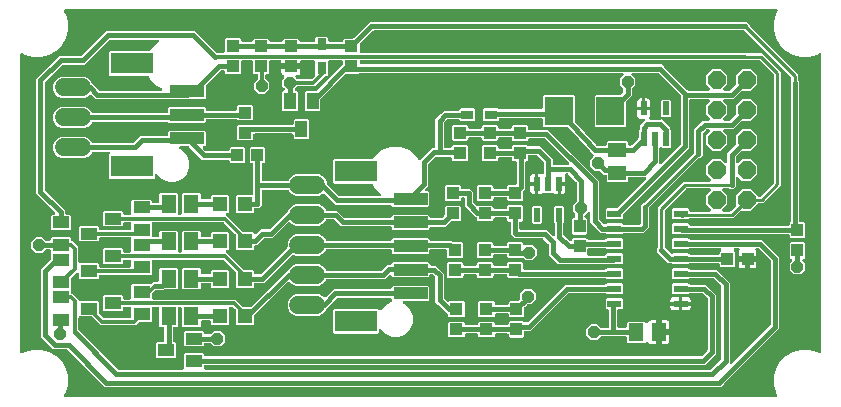
<source format=gbr>
G04 EAGLE Gerber RS-274X export*
G75*
%MOMM*%
%FSLAX34Y34*%
%LPD*%
%INTop Copper*%
%IPPOS*%
%AMOC8*
5,1,8,0,0,1.08239X$1,22.5*%
G01*
%ADD10R,1.100000X1.000000*%
%ADD11R,1.000000X1.100000*%
%ADD12R,1.200000X0.600000*%
%ADD13R,2.400000X2.400000*%
%ADD14R,1.500000X1.300000*%
%ADD15P,1.649562X8X112.500000*%
%ADD16R,1.300000X1.500000*%
%ADD17R,1.400000X1.000000*%
%ADD18R,1.000000X1.400000*%
%ADD19R,1.200000X1.200000*%
%ADD20R,1.000000X0.800000*%
%ADD21R,0.800000X1.000000*%
%ADD22C,1.524000*%
%ADD23R,0.550000X1.200000*%
%ADD24R,2.900000X1.000000*%
%ADD25R,3.600000X1.800000*%
%ADD26P,1.089317X8X22.500000*%
%ADD27C,0.406400*%
%ADD28C,0.304800*%
%ADD29C,0.254000*%

G36*
X650963Y10747D02*
X650963Y10747D01*
X651095Y10758D01*
X651121Y10767D01*
X651148Y10771D01*
X651271Y10819D01*
X651396Y10863D01*
X651418Y10878D01*
X651443Y10888D01*
X651551Y10965D01*
X651661Y11039D01*
X651679Y11059D01*
X651701Y11074D01*
X651785Y11177D01*
X651874Y11275D01*
X651886Y11299D01*
X651904Y11319D01*
X651960Y11439D01*
X652021Y11556D01*
X652028Y11583D01*
X652039Y11607D01*
X652064Y11737D01*
X652094Y11866D01*
X652094Y11893D01*
X652099Y11920D01*
X652091Y12052D01*
X652088Y12184D01*
X652081Y12210D01*
X652079Y12237D01*
X652038Y12363D01*
X652003Y12490D01*
X651986Y12525D01*
X651981Y12539D01*
X651969Y12558D01*
X651931Y12635D01*
X650622Y14902D01*
X648839Y21556D01*
X648839Y28444D01*
X650622Y35098D01*
X654066Y41063D01*
X658937Y45934D01*
X664902Y49378D01*
X671556Y51161D01*
X678444Y51161D01*
X685098Y49378D01*
X687365Y48069D01*
X687488Y48017D01*
X687607Y47961D01*
X687634Y47956D01*
X687659Y47945D01*
X687790Y47926D01*
X687920Y47901D01*
X687946Y47903D01*
X687973Y47899D01*
X688105Y47913D01*
X688237Y47921D01*
X688263Y47929D01*
X688289Y47932D01*
X688414Y47978D01*
X688539Y48019D01*
X688562Y48033D01*
X688588Y48043D01*
X688696Y48118D01*
X688808Y48189D01*
X688827Y48209D01*
X688849Y48224D01*
X688935Y48324D01*
X689026Y48421D01*
X689039Y48444D01*
X689057Y48465D01*
X689116Y48583D01*
X689180Y48699D01*
X689186Y48725D01*
X689198Y48750D01*
X689226Y48879D01*
X689259Y49007D01*
X689261Y49045D01*
X689265Y49061D01*
X689264Y49082D01*
X689269Y49168D01*
X689269Y300832D01*
X689253Y300963D01*
X689242Y301095D01*
X689233Y301121D01*
X689229Y301148D01*
X689181Y301271D01*
X689137Y301396D01*
X689122Y301418D01*
X689112Y301443D01*
X689035Y301550D01*
X688961Y301661D01*
X688941Y301679D01*
X688926Y301701D01*
X688823Y301785D01*
X688725Y301874D01*
X688701Y301886D01*
X688681Y301904D01*
X688561Y301960D01*
X688444Y302021D01*
X688417Y302028D01*
X688393Y302039D01*
X688263Y302064D01*
X688134Y302094D01*
X688107Y302094D01*
X688081Y302099D01*
X687948Y302091D01*
X687816Y302088D01*
X687790Y302081D01*
X687763Y302079D01*
X687637Y302038D01*
X687510Y302003D01*
X687475Y301986D01*
X687461Y301981D01*
X687442Y301969D01*
X687365Y301931D01*
X685098Y300622D01*
X678444Y298839D01*
X671556Y298839D01*
X664902Y300622D01*
X658937Y304066D01*
X654066Y308937D01*
X650622Y314902D01*
X648839Y321556D01*
X648839Y328444D01*
X650622Y335098D01*
X651931Y337365D01*
X651983Y337488D01*
X652039Y337607D01*
X652044Y337634D01*
X652055Y337659D01*
X652074Y337790D01*
X652099Y337920D01*
X652097Y337946D01*
X652101Y337973D01*
X652087Y338105D01*
X652079Y338237D01*
X652071Y338263D01*
X652068Y338289D01*
X652022Y338414D01*
X651981Y338539D01*
X651967Y338562D01*
X651957Y338588D01*
X651882Y338696D01*
X651811Y338808D01*
X651791Y338827D01*
X651776Y338849D01*
X651676Y338935D01*
X651579Y339026D01*
X651556Y339039D01*
X651535Y339057D01*
X651416Y339116D01*
X651301Y339180D01*
X651275Y339186D01*
X651250Y339198D01*
X651121Y339226D01*
X650993Y339259D01*
X650955Y339261D01*
X650939Y339265D01*
X650918Y339264D01*
X650832Y339269D01*
X49168Y339269D01*
X49037Y339253D01*
X48905Y339242D01*
X48879Y339233D01*
X48852Y339229D01*
X48729Y339181D01*
X48604Y339137D01*
X48582Y339122D01*
X48557Y339112D01*
X48450Y339035D01*
X48339Y338961D01*
X48321Y338941D01*
X48299Y338926D01*
X48215Y338823D01*
X48126Y338725D01*
X48114Y338701D01*
X48096Y338681D01*
X48040Y338561D01*
X47979Y338444D01*
X47972Y338417D01*
X47961Y338393D01*
X47936Y338263D01*
X47906Y338134D01*
X47906Y338107D01*
X47901Y338081D01*
X47909Y337949D01*
X47912Y337816D01*
X47919Y337790D01*
X47921Y337763D01*
X47962Y337637D01*
X47997Y337510D01*
X48014Y337475D01*
X48019Y337461D01*
X48031Y337442D01*
X48069Y337365D01*
X49378Y335098D01*
X51161Y328444D01*
X51161Y321556D01*
X49378Y314902D01*
X45934Y308937D01*
X41063Y304066D01*
X35098Y300622D01*
X28444Y298839D01*
X21556Y298839D01*
X14902Y300622D01*
X12635Y301931D01*
X12512Y301983D01*
X12393Y302039D01*
X12366Y302044D01*
X12341Y302055D01*
X12210Y302074D01*
X12081Y302099D01*
X12054Y302097D01*
X12027Y302101D01*
X11895Y302087D01*
X11763Y302079D01*
X11737Y302071D01*
X11711Y302068D01*
X11586Y302022D01*
X11461Y301981D01*
X11438Y301967D01*
X11412Y301957D01*
X11304Y301882D01*
X11192Y301811D01*
X11173Y301791D01*
X11151Y301776D01*
X11065Y301676D01*
X10974Y301579D01*
X10961Y301556D01*
X10943Y301535D01*
X10884Y301417D01*
X10820Y301301D01*
X10814Y301275D01*
X10802Y301250D01*
X10774Y301121D01*
X10741Y300993D01*
X10739Y300955D01*
X10735Y300939D01*
X10736Y300918D01*
X10731Y300832D01*
X10731Y49168D01*
X10747Y49037D01*
X10758Y48905D01*
X10767Y48879D01*
X10771Y48852D01*
X10819Y48729D01*
X10863Y48604D01*
X10878Y48582D01*
X10888Y48557D01*
X10965Y48449D01*
X11039Y48339D01*
X11059Y48321D01*
X11074Y48299D01*
X11177Y48215D01*
X11275Y48126D01*
X11299Y48114D01*
X11319Y48096D01*
X11439Y48040D01*
X11556Y47979D01*
X11583Y47972D01*
X11607Y47961D01*
X11737Y47936D01*
X11866Y47906D01*
X11893Y47906D01*
X11920Y47901D01*
X12052Y47909D01*
X12184Y47912D01*
X12210Y47919D01*
X12237Y47921D01*
X12363Y47962D01*
X12490Y47997D01*
X12525Y48014D01*
X12539Y48019D01*
X12558Y48031D01*
X12635Y48069D01*
X14902Y49378D01*
X21556Y51161D01*
X28444Y51161D01*
X35098Y49378D01*
X41063Y45934D01*
X45934Y41063D01*
X49378Y35098D01*
X51161Y28444D01*
X51161Y21556D01*
X49378Y14902D01*
X48069Y12635D01*
X48017Y12512D01*
X47961Y12393D01*
X47956Y12366D01*
X47945Y12341D01*
X47926Y12210D01*
X47901Y12081D01*
X47903Y12054D01*
X47899Y12027D01*
X47913Y11895D01*
X47921Y11763D01*
X47929Y11737D01*
X47932Y11711D01*
X47978Y11586D01*
X48019Y11461D01*
X48033Y11438D01*
X48043Y11412D01*
X48118Y11304D01*
X48189Y11192D01*
X48209Y11173D01*
X48224Y11151D01*
X48324Y11065D01*
X48421Y10974D01*
X48444Y10961D01*
X48465Y10943D01*
X48583Y10884D01*
X48699Y10820D01*
X48725Y10814D01*
X48750Y10802D01*
X48879Y10774D01*
X49007Y10741D01*
X49045Y10739D01*
X49061Y10735D01*
X49082Y10736D01*
X49168Y10731D01*
X650832Y10731D01*
X650963Y10747D01*
G37*
%LPC*%
G36*
X82297Y19673D02*
X82297Y19673D01*
X50899Y51072D01*
X50820Y51132D01*
X50748Y51200D01*
X50695Y51229D01*
X50647Y51266D01*
X50556Y51306D01*
X50470Y51354D01*
X50411Y51369D01*
X50355Y51393D01*
X50257Y51408D01*
X50162Y51433D01*
X50062Y51439D01*
X50041Y51443D01*
X50029Y51441D01*
X50001Y51443D01*
X38527Y51443D01*
X28193Y61777D01*
X28193Y118973D01*
X36254Y127033D01*
X36314Y127112D01*
X36382Y127184D01*
X36411Y127237D01*
X36448Y127285D01*
X36488Y127376D01*
X36536Y127462D01*
X36551Y127521D01*
X36575Y127577D01*
X36590Y127675D01*
X36615Y127770D01*
X36621Y127870D01*
X36625Y127891D01*
X36623Y127903D01*
X36625Y127931D01*
X36625Y132665D01*
X36641Y132697D01*
X36666Y132729D01*
X36713Y132838D01*
X36768Y132944D01*
X36776Y132983D01*
X36792Y133021D01*
X36811Y133138D01*
X36837Y133254D01*
X36836Y133295D01*
X36842Y133335D01*
X36831Y133453D01*
X36828Y133572D01*
X36816Y133611D01*
X36813Y133651D01*
X36772Y133763D01*
X36739Y133878D01*
X36719Y133912D01*
X36705Y133951D01*
X36638Y134049D01*
X36625Y134071D01*
X36625Y134924D01*
X36610Y135042D01*
X36603Y135161D01*
X36590Y135199D01*
X36585Y135240D01*
X36542Y135350D01*
X36505Y135463D01*
X36483Y135498D01*
X36468Y135535D01*
X36399Y135631D01*
X36335Y135732D01*
X36305Y135760D01*
X36282Y135793D01*
X36190Y135869D01*
X36103Y135950D01*
X36068Y135970D01*
X36037Y135995D01*
X35929Y136046D01*
X35825Y136104D01*
X35785Y136114D01*
X35749Y136131D01*
X35632Y136153D01*
X35517Y136183D01*
X35457Y136187D01*
X35437Y136191D01*
X35416Y136189D01*
X35356Y136193D01*
X33192Y136193D01*
X33093Y136181D01*
X32994Y136178D01*
X32936Y136161D01*
X32876Y136153D01*
X32784Y136117D01*
X32689Y136089D01*
X32637Y136059D01*
X32580Y136036D01*
X32500Y135978D01*
X32415Y135928D01*
X32340Y135862D01*
X32323Y135850D01*
X32315Y135840D01*
X32294Y135822D01*
X29466Y132993D01*
X24034Y132993D01*
X20193Y136834D01*
X20193Y142266D01*
X24034Y146107D01*
X29466Y146107D01*
X31894Y143678D01*
X31972Y143618D01*
X32044Y143550D01*
X32097Y143521D01*
X32145Y143484D01*
X32236Y143444D01*
X32323Y143396D01*
X32382Y143381D01*
X32437Y143357D01*
X32535Y143342D01*
X32631Y143317D01*
X32731Y143311D01*
X32751Y143307D01*
X32764Y143309D01*
X32792Y143307D01*
X35356Y143307D01*
X35474Y143322D01*
X35593Y143329D01*
X35631Y143342D01*
X35672Y143347D01*
X35782Y143390D01*
X35895Y143427D01*
X35930Y143449D01*
X35967Y143464D01*
X36063Y143533D01*
X36164Y143597D01*
X36192Y143627D01*
X36225Y143650D01*
X36301Y143742D01*
X36382Y143829D01*
X36402Y143864D01*
X36427Y143895D01*
X36478Y144003D01*
X36536Y144107D01*
X36546Y144147D01*
X36563Y144183D01*
X36585Y144300D01*
X36615Y144415D01*
X36619Y144475D01*
X36623Y144495D01*
X36621Y144516D01*
X36625Y144576D01*
X36625Y145382D01*
X37518Y146275D01*
X52782Y146275D01*
X53675Y145382D01*
X53675Y144068D01*
X53690Y143950D01*
X53697Y143831D01*
X53710Y143793D01*
X53715Y143752D01*
X53758Y143642D01*
X53795Y143529D01*
X53817Y143494D01*
X53832Y143457D01*
X53901Y143361D01*
X53965Y143260D01*
X53995Y143232D01*
X54018Y143199D01*
X54110Y143123D01*
X54197Y143042D01*
X54232Y143022D01*
X54263Y142997D01*
X54371Y142946D01*
X54475Y142888D01*
X54515Y142878D01*
X54551Y142861D01*
X54668Y142839D01*
X54783Y142809D01*
X54843Y142805D01*
X54863Y142801D01*
X54884Y142803D01*
X54944Y142799D01*
X55213Y142799D01*
X60199Y137813D01*
X60199Y125294D01*
X60214Y125176D01*
X60221Y125057D01*
X60234Y125019D01*
X60239Y124978D01*
X60282Y124868D01*
X60319Y124755D01*
X60341Y124720D01*
X60356Y124683D01*
X60425Y124587D01*
X60489Y124486D01*
X60519Y124458D01*
X60542Y124425D01*
X60634Y124349D01*
X60721Y124268D01*
X60756Y124248D01*
X60787Y124223D01*
X60895Y124172D01*
X60999Y124114D01*
X61039Y124104D01*
X61075Y124087D01*
X61192Y124065D01*
X61307Y124035D01*
X61367Y124031D01*
X61387Y124027D01*
X61408Y124029D01*
X61468Y124025D01*
X76782Y124025D01*
X77675Y123132D01*
X77675Y121818D01*
X77690Y121700D01*
X77697Y121581D01*
X77710Y121543D01*
X77715Y121502D01*
X77758Y121392D01*
X77795Y121279D01*
X77817Y121244D01*
X77832Y121207D01*
X77901Y121111D01*
X77965Y121010D01*
X77995Y120982D01*
X78018Y120949D01*
X78110Y120873D01*
X78197Y120792D01*
X78232Y120772D01*
X78263Y120747D01*
X78371Y120696D01*
X78475Y120638D01*
X78515Y120628D01*
X78551Y120611D01*
X78668Y120589D01*
X78783Y120559D01*
X78843Y120555D01*
X78863Y120551D01*
X78884Y120553D01*
X78944Y120549D01*
X103806Y120549D01*
X103924Y120564D01*
X104043Y120571D01*
X104081Y120584D01*
X104122Y120589D01*
X104232Y120632D01*
X104345Y120669D01*
X104380Y120691D01*
X104417Y120706D01*
X104513Y120775D01*
X104614Y120839D01*
X104642Y120869D01*
X104675Y120892D01*
X104751Y120984D01*
X104832Y121071D01*
X104852Y121106D01*
X104877Y121137D01*
X104928Y121245D01*
X104986Y121349D01*
X104996Y121389D01*
X105013Y121425D01*
X105035Y121542D01*
X105065Y121657D01*
X105069Y121717D01*
X105073Y121737D01*
X105071Y121758D01*
X105075Y121818D01*
X105075Y125882D01*
X105060Y126000D01*
X105053Y126119D01*
X105040Y126157D01*
X105035Y126198D01*
X104992Y126308D01*
X104955Y126421D01*
X104933Y126456D01*
X104918Y126493D01*
X104849Y126589D01*
X104785Y126690D01*
X104755Y126718D01*
X104732Y126751D01*
X104640Y126827D01*
X104553Y126908D01*
X104518Y126928D01*
X104487Y126953D01*
X104379Y127004D01*
X104275Y127062D01*
X104235Y127072D01*
X104199Y127089D01*
X104082Y127111D01*
X103967Y127141D01*
X103907Y127145D01*
X103887Y127149D01*
X103866Y127147D01*
X103806Y127151D01*
X99394Y127151D01*
X99276Y127136D01*
X99157Y127129D01*
X99119Y127116D01*
X99078Y127111D01*
X98968Y127068D01*
X98855Y127031D01*
X98820Y127009D01*
X98783Y126994D01*
X98687Y126925D01*
X98586Y126861D01*
X98558Y126831D01*
X98525Y126808D01*
X98449Y126716D01*
X98368Y126629D01*
X98348Y126594D01*
X98323Y126563D01*
X98272Y126455D01*
X98214Y126351D01*
X98204Y126311D01*
X98187Y126275D01*
X98165Y126158D01*
X98135Y126043D01*
X98131Y125983D01*
X98127Y125963D01*
X98129Y125942D01*
X98125Y125882D01*
X98125Y124568D01*
X97232Y123675D01*
X81968Y123675D01*
X81075Y124568D01*
X81075Y135832D01*
X81968Y136725D01*
X97232Y136725D01*
X98125Y135832D01*
X98125Y134518D01*
X98140Y134400D01*
X98147Y134281D01*
X98160Y134243D01*
X98165Y134202D01*
X98208Y134092D01*
X98245Y133979D01*
X98267Y133944D01*
X98282Y133907D01*
X98351Y133811D01*
X98415Y133710D01*
X98445Y133682D01*
X98468Y133649D01*
X98560Y133573D01*
X98647Y133492D01*
X98682Y133472D01*
X98713Y133447D01*
X98821Y133396D01*
X98925Y133338D01*
X98965Y133328D01*
X99001Y133311D01*
X99118Y133289D01*
X99233Y133259D01*
X99293Y133255D01*
X99313Y133251D01*
X99334Y133253D01*
X99394Y133249D01*
X103806Y133249D01*
X103924Y133264D01*
X104043Y133271D01*
X104081Y133284D01*
X104122Y133289D01*
X104232Y133332D01*
X104345Y133369D01*
X104380Y133391D01*
X104417Y133406D01*
X104513Y133475D01*
X104614Y133539D01*
X104642Y133569D01*
X104675Y133592D01*
X104751Y133684D01*
X104832Y133771D01*
X104852Y133806D01*
X104877Y133837D01*
X104928Y133945D01*
X104986Y134049D01*
X104996Y134089D01*
X105013Y134125D01*
X105035Y134242D01*
X105065Y134357D01*
X105069Y134417D01*
X105073Y134437D01*
X105071Y134458D01*
X105075Y134518D01*
X105075Y144932D01*
X105060Y145050D01*
X105053Y145169D01*
X105041Y145207D01*
X105035Y145248D01*
X104992Y145358D01*
X104955Y145471D01*
X104933Y145506D01*
X104918Y145543D01*
X104849Y145639D01*
X104785Y145740D01*
X104755Y145768D01*
X104732Y145801D01*
X104640Y145877D01*
X104553Y145958D01*
X104518Y145978D01*
X104487Y146003D01*
X104379Y146054D01*
X104275Y146112D01*
X104235Y146122D01*
X104199Y146139D01*
X104082Y146161D01*
X103967Y146191D01*
X103907Y146195D01*
X103887Y146199D01*
X103866Y146197D01*
X103806Y146201D01*
X78944Y146201D01*
X78826Y146186D01*
X78707Y146179D01*
X78669Y146166D01*
X78628Y146161D01*
X78518Y146118D01*
X78405Y146081D01*
X78370Y146059D01*
X78333Y146044D01*
X78237Y145975D01*
X78136Y145911D01*
X78108Y145881D01*
X78075Y145858D01*
X77999Y145766D01*
X77918Y145679D01*
X77898Y145644D01*
X77873Y145613D01*
X77822Y145505D01*
X77764Y145401D01*
X77754Y145361D01*
X77737Y145325D01*
X77715Y145208D01*
X77685Y145093D01*
X77681Y145033D01*
X77677Y145013D01*
X77679Y144992D01*
X77675Y144932D01*
X77675Y143618D01*
X76782Y142725D01*
X61518Y142725D01*
X60625Y143618D01*
X60625Y154882D01*
X61518Y155775D01*
X76782Y155775D01*
X77675Y154882D01*
X77675Y153568D01*
X77690Y153450D01*
X77697Y153331D01*
X77710Y153293D01*
X77715Y153252D01*
X77758Y153142D01*
X77795Y153029D01*
X77817Y152994D01*
X77832Y152957D01*
X77901Y152861D01*
X77965Y152760D01*
X77995Y152732D01*
X78018Y152699D01*
X78110Y152623D01*
X78197Y152542D01*
X78232Y152522D01*
X78263Y152497D01*
X78371Y152446D01*
X78475Y152388D01*
X78515Y152378D01*
X78551Y152361D01*
X78668Y152339D01*
X78783Y152309D01*
X78843Y152305D01*
X78863Y152301D01*
X78884Y152303D01*
X78944Y152299D01*
X103806Y152299D01*
X103924Y152314D01*
X104043Y152321D01*
X104081Y152334D01*
X104122Y152339D01*
X104232Y152382D01*
X104345Y152419D01*
X104380Y152441D01*
X104417Y152456D01*
X104513Y152525D01*
X104614Y152589D01*
X104642Y152619D01*
X104675Y152642D01*
X104751Y152734D01*
X104832Y152821D01*
X104852Y152856D01*
X104877Y152887D01*
X104928Y152995D01*
X104986Y153099D01*
X104996Y153139D01*
X105013Y153175D01*
X105035Y153292D01*
X105065Y153407D01*
X105069Y153467D01*
X105073Y153487D01*
X105071Y153508D01*
X105075Y153568D01*
X105075Y157632D01*
X105060Y157750D01*
X105053Y157869D01*
X105040Y157907D01*
X105035Y157948D01*
X104992Y158058D01*
X104955Y158171D01*
X104933Y158206D01*
X104918Y158243D01*
X104849Y158339D01*
X104785Y158440D01*
X104755Y158468D01*
X104732Y158501D01*
X104640Y158577D01*
X104553Y158658D01*
X104518Y158678D01*
X104487Y158703D01*
X104379Y158754D01*
X104275Y158812D01*
X104235Y158822D01*
X104199Y158839D01*
X104082Y158861D01*
X103967Y158891D01*
X103907Y158895D01*
X103887Y158899D01*
X103866Y158897D01*
X103806Y158901D01*
X99394Y158901D01*
X99276Y158886D01*
X99157Y158879D01*
X99119Y158866D01*
X99078Y158861D01*
X98968Y158818D01*
X98855Y158781D01*
X98820Y158759D01*
X98783Y158744D01*
X98687Y158675D01*
X98586Y158611D01*
X98558Y158581D01*
X98525Y158558D01*
X98449Y158466D01*
X98368Y158379D01*
X98348Y158344D01*
X98323Y158313D01*
X98272Y158205D01*
X98214Y158101D01*
X98204Y158061D01*
X98187Y158025D01*
X98165Y157908D01*
X98135Y157793D01*
X98131Y157733D01*
X98127Y157713D01*
X98129Y157692D01*
X98125Y157632D01*
X98125Y156318D01*
X97232Y155425D01*
X81968Y155425D01*
X81075Y156318D01*
X81075Y167582D01*
X81968Y168475D01*
X97232Y168475D01*
X98125Y167582D01*
X98125Y166268D01*
X98140Y166150D01*
X98147Y166031D01*
X98160Y165993D01*
X98165Y165952D01*
X98208Y165842D01*
X98245Y165729D01*
X98267Y165694D01*
X98282Y165657D01*
X98351Y165561D01*
X98415Y165460D01*
X98445Y165432D01*
X98468Y165399D01*
X98560Y165323D01*
X98647Y165242D01*
X98682Y165222D01*
X98713Y165197D01*
X98821Y165146D01*
X98925Y165088D01*
X98965Y165078D01*
X99001Y165061D01*
X99118Y165039D01*
X99233Y165009D01*
X99293Y165005D01*
X99313Y165001D01*
X99334Y165003D01*
X99394Y164999D01*
X103806Y164999D01*
X103924Y165014D01*
X104043Y165021D01*
X104081Y165034D01*
X104122Y165039D01*
X104232Y165082D01*
X104345Y165119D01*
X104380Y165141D01*
X104417Y165156D01*
X104513Y165225D01*
X104614Y165289D01*
X104642Y165319D01*
X104675Y165342D01*
X104751Y165434D01*
X104832Y165521D01*
X104852Y165556D01*
X104877Y165587D01*
X104928Y165695D01*
X104986Y165799D01*
X104996Y165839D01*
X105013Y165875D01*
X105035Y165992D01*
X105065Y166107D01*
X105069Y166167D01*
X105073Y166187D01*
X105071Y166208D01*
X105075Y166268D01*
X105075Y177082D01*
X105968Y177975D01*
X121232Y177975D01*
X122125Y177082D01*
X122125Y176276D01*
X122140Y176158D01*
X122147Y176039D01*
X122160Y176001D01*
X122165Y175960D01*
X122208Y175850D01*
X122245Y175737D01*
X122267Y175702D01*
X122282Y175665D01*
X122351Y175569D01*
X122415Y175468D01*
X122445Y175440D01*
X122468Y175407D01*
X122560Y175331D01*
X122647Y175250D01*
X122682Y175230D01*
X122713Y175205D01*
X122821Y175154D01*
X122925Y175096D01*
X122965Y175086D01*
X123001Y175069D01*
X123118Y175047D01*
X123233Y175017D01*
X123293Y175013D01*
X123313Y175009D01*
X123334Y175011D01*
X123394Y175007D01*
X127256Y175007D01*
X127374Y175022D01*
X127493Y175029D01*
X127531Y175042D01*
X127572Y175047D01*
X127682Y175090D01*
X127795Y175127D01*
X127830Y175149D01*
X127867Y175164D01*
X127963Y175233D01*
X128064Y175297D01*
X128092Y175327D01*
X128125Y175350D01*
X128201Y175442D01*
X128282Y175529D01*
X128302Y175564D01*
X128327Y175595D01*
X128378Y175703D01*
X128436Y175807D01*
X128446Y175847D01*
X128463Y175883D01*
X128485Y176000D01*
X128515Y176115D01*
X128519Y176175D01*
X128523Y176195D01*
X128521Y176216D01*
X128525Y176276D01*
X128525Y182782D01*
X129418Y183675D01*
X143682Y183675D01*
X144575Y182782D01*
X144575Y166268D01*
X144590Y166150D01*
X144597Y166031D01*
X144610Y165993D01*
X144615Y165952D01*
X144658Y165842D01*
X144695Y165729D01*
X144717Y165694D01*
X144732Y165657D01*
X144801Y165561D01*
X144865Y165460D01*
X144895Y165432D01*
X144918Y165399D01*
X145010Y165323D01*
X145097Y165242D01*
X145132Y165222D01*
X145163Y165197D01*
X145271Y165146D01*
X145375Y165088D01*
X145415Y165078D01*
X145451Y165061D01*
X145568Y165039D01*
X145683Y165009D01*
X145743Y165005D01*
X145763Y165001D01*
X145784Y165003D01*
X145844Y164999D01*
X146256Y164999D01*
X146374Y165014D01*
X146493Y165021D01*
X146531Y165034D01*
X146572Y165039D01*
X146682Y165082D01*
X146795Y165119D01*
X146830Y165141D01*
X146867Y165156D01*
X146963Y165225D01*
X147064Y165289D01*
X147092Y165319D01*
X147125Y165342D01*
X147201Y165434D01*
X147282Y165521D01*
X147302Y165556D01*
X147327Y165587D01*
X147378Y165695D01*
X147436Y165799D01*
X147446Y165839D01*
X147463Y165875D01*
X147485Y165992D01*
X147515Y166107D01*
X147519Y166167D01*
X147523Y166187D01*
X147521Y166208D01*
X147525Y166268D01*
X147525Y182782D01*
X148418Y183675D01*
X162682Y183675D01*
X163575Y182782D01*
X163575Y179476D01*
X163590Y179358D01*
X163597Y179239D01*
X163610Y179201D01*
X163615Y179160D01*
X163658Y179050D01*
X163695Y178937D01*
X163717Y178902D01*
X163732Y178865D01*
X163801Y178769D01*
X163865Y178668D01*
X163895Y178640D01*
X163918Y178607D01*
X164010Y178531D01*
X164097Y178450D01*
X164132Y178430D01*
X164163Y178405D01*
X164271Y178354D01*
X164375Y178296D01*
X164415Y178286D01*
X164451Y178269D01*
X164568Y178247D01*
X164683Y178217D01*
X164743Y178213D01*
X164763Y178209D01*
X164784Y178211D01*
X164844Y178207D01*
X171206Y178207D01*
X171324Y178222D01*
X171443Y178229D01*
X171481Y178242D01*
X171522Y178247D01*
X171632Y178290D01*
X171745Y178327D01*
X171780Y178349D01*
X171817Y178364D01*
X171913Y178433D01*
X172014Y178497D01*
X172042Y178527D01*
X172075Y178550D01*
X172151Y178642D01*
X172232Y178729D01*
X172252Y178764D01*
X172277Y178795D01*
X172328Y178903D01*
X172386Y179007D01*
X172396Y179047D01*
X172413Y179083D01*
X172435Y179200D01*
X172465Y179315D01*
X172469Y179375D01*
X172473Y179395D01*
X172471Y179416D01*
X172475Y179476D01*
X172475Y181282D01*
X173368Y182175D01*
X186632Y182175D01*
X187525Y181282D01*
X187525Y168018D01*
X186632Y167125D01*
X186351Y167125D01*
X186213Y167108D01*
X186074Y167095D01*
X186055Y167088D01*
X186035Y167085D01*
X185906Y167034D01*
X185775Y166987D01*
X185758Y166976D01*
X185739Y166968D01*
X185627Y166887D01*
X185512Y166809D01*
X185498Y166793D01*
X185482Y166782D01*
X185393Y166674D01*
X185301Y166570D01*
X185292Y166552D01*
X185279Y166537D01*
X185220Y166411D01*
X185157Y166287D01*
X185152Y166267D01*
X185144Y166249D01*
X185118Y166113D01*
X185087Y165977D01*
X185088Y165956D01*
X185084Y165937D01*
X185092Y165798D01*
X185097Y165659D01*
X185102Y165639D01*
X185104Y165619D01*
X185146Y165487D01*
X185185Y165353D01*
X185195Y165336D01*
X185202Y165317D01*
X185276Y165199D01*
X185347Y165079D01*
X185365Y165058D01*
X185372Y165048D01*
X185387Y165034D01*
X185453Y164959D01*
X199615Y150796D01*
X199693Y150736D01*
X199765Y150668D01*
X199818Y150639D01*
X199866Y150602D01*
X199957Y150562D01*
X200044Y150514D01*
X200103Y150499D01*
X200158Y150475D01*
X200256Y150460D01*
X200352Y150435D01*
X200452Y150429D01*
X200472Y150425D01*
X200485Y150427D01*
X200513Y150425D01*
X207632Y150425D01*
X208663Y149394D01*
X208663Y149393D01*
X208674Y149376D01*
X208682Y149358D01*
X208763Y149245D01*
X208841Y149130D01*
X208857Y149117D01*
X208868Y149100D01*
X208976Y149012D01*
X209080Y148920D01*
X209098Y148910D01*
X209113Y148898D01*
X209239Y148838D01*
X209363Y148775D01*
X209383Y148771D01*
X209401Y148762D01*
X209537Y148736D01*
X209673Y148705D01*
X209694Y148706D01*
X209713Y148702D01*
X209852Y148711D01*
X209991Y148715D01*
X210011Y148721D01*
X210031Y148722D01*
X210163Y148765D01*
X210297Y148803D01*
X210314Y148814D01*
X210333Y148820D01*
X210451Y148894D01*
X210571Y148965D01*
X210592Y148984D01*
X210602Y148990D01*
X210616Y149005D01*
X210691Y149071D01*
X211972Y150351D01*
X211972Y150352D01*
X214427Y152807D01*
X221151Y152807D01*
X221249Y152819D01*
X221348Y152822D01*
X221406Y152839D01*
X221467Y152847D01*
X221559Y152883D01*
X221654Y152911D01*
X221706Y152941D01*
X221762Y152964D01*
X221842Y153022D01*
X221928Y153072D01*
X222003Y153138D01*
X222020Y153150D01*
X222027Y153160D01*
X222049Y153178D01*
X237661Y168791D01*
X237718Y168814D01*
X237742Y168831D01*
X237769Y168843D01*
X237870Y168924D01*
X237976Y169000D01*
X237994Y169023D01*
X238017Y169042D01*
X238096Y169145D01*
X238178Y169245D01*
X238191Y169272D01*
X238209Y169296D01*
X238280Y169440D01*
X238627Y170280D01*
X241200Y172853D01*
X244561Y174245D01*
X263439Y174245D01*
X266800Y172853D01*
X269373Y170280D01*
X269720Y169440D01*
X269735Y169415D01*
X269744Y169387D01*
X269814Y169277D01*
X269878Y169164D01*
X269898Y169143D01*
X269914Y169118D01*
X270009Y169029D01*
X270099Y168936D01*
X270124Y168920D01*
X270146Y168900D01*
X270260Y168837D01*
X270370Y168769D01*
X270399Y168761D01*
X270424Y168746D01*
X270550Y168714D01*
X270674Y168676D01*
X270704Y168674D01*
X270732Y168667D01*
X270893Y168657D01*
X279373Y168657D01*
X285101Y162928D01*
X285180Y162868D01*
X285252Y162800D01*
X285305Y162771D01*
X285353Y162734D01*
X285444Y162694D01*
X285530Y162646D01*
X285589Y162631D01*
X285645Y162607D01*
X285743Y162592D01*
X285838Y162567D01*
X285938Y162561D01*
X285959Y162557D01*
X285971Y162559D01*
X285999Y162557D01*
X324056Y162557D01*
X324174Y162572D01*
X324293Y162579D01*
X324331Y162592D01*
X324372Y162597D01*
X324482Y162640D01*
X324595Y162677D01*
X324630Y162699D01*
X324667Y162714D01*
X324763Y162783D01*
X324864Y162847D01*
X324892Y162877D01*
X324925Y162900D01*
X325001Y162992D01*
X325082Y163079D01*
X325102Y163114D01*
X325127Y163145D01*
X325178Y163253D01*
X325236Y163357D01*
X325246Y163397D01*
X325263Y163433D01*
X325285Y163550D01*
X325315Y163665D01*
X325319Y163725D01*
X325323Y163745D01*
X325321Y163766D01*
X325325Y163826D01*
X325325Y164382D01*
X326218Y165275D01*
X356482Y165275D01*
X357375Y164382D01*
X357375Y163576D01*
X357390Y163458D01*
X357397Y163339D01*
X357410Y163301D01*
X357415Y163260D01*
X357458Y163150D01*
X357495Y163037D01*
X357517Y163002D01*
X357532Y162965D01*
X357601Y162869D01*
X357665Y162768D01*
X357695Y162740D01*
X357718Y162707D01*
X357810Y162631D01*
X357897Y162550D01*
X357932Y162530D01*
X357963Y162505D01*
X358071Y162454D01*
X358175Y162396D01*
X358215Y162386D01*
X358251Y162369D01*
X358368Y162347D01*
X358483Y162317D01*
X358543Y162313D01*
X358563Y162309D01*
X358584Y162311D01*
X358644Y162307D01*
X367351Y162307D01*
X367449Y162319D01*
X367548Y162322D01*
X367606Y162339D01*
X367667Y162347D01*
X367759Y162383D01*
X367854Y162411D01*
X367906Y162441D01*
X367962Y162464D01*
X368042Y162522D01*
X368128Y162572D01*
X368203Y162638D01*
X368220Y162650D01*
X368227Y162660D01*
X368249Y162678D01*
X369754Y164183D01*
X369814Y164262D01*
X369882Y164334D01*
X369911Y164387D01*
X369948Y164435D01*
X369988Y164526D01*
X370036Y164612D01*
X370051Y164671D01*
X370075Y164727D01*
X370090Y164825D01*
X370115Y164920D01*
X370121Y165020D01*
X370125Y165041D01*
X370123Y165053D01*
X370125Y165081D01*
X370125Y172182D01*
X371018Y173075D01*
X383282Y173075D01*
X384175Y172182D01*
X384175Y160918D01*
X383282Y160025D01*
X376181Y160025D01*
X376083Y160013D01*
X375984Y160010D01*
X375926Y159993D01*
X375865Y159985D01*
X375773Y159949D01*
X375678Y159921D01*
X375626Y159891D01*
X375570Y159868D01*
X375490Y159810D01*
X375404Y159760D01*
X375329Y159694D01*
X375312Y159682D01*
X375305Y159672D01*
X375283Y159654D01*
X370823Y155193D01*
X358644Y155193D01*
X358526Y155178D01*
X358407Y155171D01*
X358369Y155158D01*
X358328Y155153D01*
X358218Y155110D01*
X358105Y155073D01*
X358070Y155051D01*
X358033Y155036D01*
X357937Y154967D01*
X357836Y154903D01*
X357808Y154873D01*
X357775Y154850D01*
X357699Y154758D01*
X357618Y154671D01*
X357598Y154636D01*
X357573Y154605D01*
X357522Y154497D01*
X357464Y154393D01*
X357454Y154353D01*
X357437Y154317D01*
X357415Y154200D01*
X357385Y154085D01*
X357381Y154025D01*
X357377Y154005D01*
X357379Y153984D01*
X357375Y153924D01*
X357375Y153118D01*
X356482Y152225D01*
X326218Y152225D01*
X325325Y153118D01*
X325325Y154174D01*
X325310Y154292D01*
X325303Y154411D01*
X325290Y154449D01*
X325285Y154490D01*
X325242Y154600D01*
X325205Y154713D01*
X325183Y154748D01*
X325168Y154785D01*
X325099Y154881D01*
X325035Y154982D01*
X325005Y155010D01*
X324982Y155043D01*
X324890Y155119D01*
X324803Y155200D01*
X324768Y155220D01*
X324737Y155245D01*
X324629Y155296D01*
X324525Y155354D01*
X324485Y155364D01*
X324449Y155381D01*
X324332Y155403D01*
X324217Y155433D01*
X324157Y155437D01*
X324137Y155441D01*
X324116Y155439D01*
X324056Y155443D01*
X282527Y155443D01*
X276799Y161172D01*
X276720Y161232D01*
X276648Y161300D01*
X276595Y161329D01*
X276547Y161366D01*
X276456Y161406D01*
X276370Y161454D01*
X276311Y161469D01*
X276255Y161493D01*
X276157Y161508D01*
X276062Y161533D01*
X275962Y161539D01*
X275941Y161543D01*
X275929Y161541D01*
X275901Y161543D01*
X270893Y161543D01*
X270864Y161540D01*
X270834Y161542D01*
X270706Y161520D01*
X270577Y161503D01*
X270550Y161493D01*
X270521Y161488D01*
X270402Y161434D01*
X270282Y161386D01*
X270258Y161369D01*
X270231Y161357D01*
X270130Y161276D01*
X270024Y161200D01*
X270006Y161177D01*
X269983Y161158D01*
X269904Y161055D01*
X269822Y160955D01*
X269809Y160928D01*
X269791Y160904D01*
X269720Y160760D01*
X269373Y159920D01*
X266800Y157347D01*
X263439Y155955D01*
X244561Y155955D01*
X241200Y157347D01*
X239636Y158911D01*
X239542Y158984D01*
X239536Y158989D01*
X239536Y158990D01*
X239453Y159063D01*
X239417Y159081D01*
X239385Y159106D01*
X239276Y159154D01*
X239170Y159208D01*
X239130Y159216D01*
X239093Y159233D01*
X238975Y159251D01*
X238859Y159277D01*
X238819Y159276D01*
X238779Y159282D01*
X238660Y159271D01*
X238541Y159268D01*
X238503Y159256D01*
X238462Y159253D01*
X238350Y159212D01*
X238236Y159179D01*
X238201Y159159D01*
X238163Y159145D01*
X238064Y159078D01*
X237962Y159018D01*
X237917Y158978D01*
X237900Y158966D01*
X237886Y158951D01*
X237841Y158911D01*
X224623Y145693D01*
X217899Y145693D01*
X217801Y145681D01*
X217702Y145678D01*
X217644Y145661D01*
X217583Y145653D01*
X217491Y145617D01*
X217396Y145589D01*
X217344Y145559D01*
X217288Y145536D01*
X217208Y145478D01*
X217122Y145428D01*
X217047Y145362D01*
X217030Y145350D01*
X217023Y145340D01*
X217001Y145322D01*
X211023Y139343D01*
X209794Y139343D01*
X209676Y139328D01*
X209557Y139321D01*
X209519Y139308D01*
X209478Y139303D01*
X209368Y139260D01*
X209255Y139223D01*
X209220Y139201D01*
X209183Y139186D01*
X209087Y139117D01*
X208986Y139053D01*
X208958Y139023D01*
X208925Y139000D01*
X208849Y138908D01*
X208768Y138821D01*
X208748Y138786D01*
X208723Y138755D01*
X208672Y138647D01*
X208614Y138543D01*
X208604Y138503D01*
X208587Y138467D01*
X208565Y138350D01*
X208535Y138235D01*
X208531Y138175D01*
X208527Y138155D01*
X208529Y138134D01*
X208525Y138074D01*
X208525Y136268D01*
X207632Y135375D01*
X194368Y135375D01*
X193475Y136268D01*
X193475Y147787D01*
X193463Y147886D01*
X193460Y147985D01*
X193443Y148043D01*
X193435Y148103D01*
X193399Y148195D01*
X193371Y148290D01*
X193341Y148342D01*
X193318Y148399D01*
X193260Y148479D01*
X193210Y148564D01*
X193144Y148639D01*
X193132Y148656D01*
X193122Y148664D01*
X193104Y148685D01*
X183259Y158530D01*
X183181Y158590D01*
X183109Y158658D01*
X183056Y158687D01*
X183008Y158724D01*
X182917Y158764D01*
X182830Y158812D01*
X182771Y158827D01*
X182716Y158851D01*
X182618Y158866D01*
X182522Y158891D01*
X182422Y158897D01*
X182402Y158901D01*
X182389Y158899D01*
X182361Y158901D01*
X123394Y158901D01*
X123276Y158886D01*
X123157Y158879D01*
X123119Y158866D01*
X123078Y158861D01*
X122968Y158818D01*
X122855Y158781D01*
X122820Y158759D01*
X122783Y158744D01*
X122687Y158675D01*
X122586Y158611D01*
X122558Y158581D01*
X122525Y158558D01*
X122449Y158466D01*
X122368Y158379D01*
X122348Y158344D01*
X122323Y158313D01*
X122272Y158205D01*
X122214Y158101D01*
X122204Y158061D01*
X122187Y158025D01*
X122165Y157908D01*
X122135Y157793D01*
X122131Y157733D01*
X122127Y157713D01*
X122129Y157692D01*
X122125Y157632D01*
X122125Y147726D01*
X122140Y147608D01*
X122147Y147489D01*
X122160Y147451D01*
X122165Y147410D01*
X122208Y147300D01*
X122245Y147187D01*
X122267Y147152D01*
X122282Y147115D01*
X122351Y147019D01*
X122415Y146918D01*
X122445Y146890D01*
X122468Y146857D01*
X122560Y146781D01*
X122647Y146700D01*
X122682Y146680D01*
X122713Y146655D01*
X122821Y146604D01*
X122925Y146546D01*
X122965Y146536D01*
X123001Y146519D01*
X123118Y146497D01*
X123233Y146467D01*
X123293Y146463D01*
X123313Y146459D01*
X123334Y146461D01*
X123394Y146457D01*
X127256Y146457D01*
X127374Y146472D01*
X127493Y146479D01*
X127531Y146492D01*
X127572Y146497D01*
X127682Y146540D01*
X127795Y146577D01*
X127830Y146599D01*
X127867Y146614D01*
X127963Y146683D01*
X128064Y146747D01*
X128092Y146777D01*
X128125Y146800D01*
X128201Y146892D01*
X128282Y146979D01*
X128302Y147014D01*
X128327Y147045D01*
X128378Y147153D01*
X128436Y147257D01*
X128446Y147297D01*
X128463Y147333D01*
X128485Y147450D01*
X128515Y147565D01*
X128519Y147625D01*
X128523Y147645D01*
X128521Y147666D01*
X128525Y147726D01*
X128525Y151032D01*
X129418Y151925D01*
X143682Y151925D01*
X144575Y151032D01*
X144575Y134518D01*
X144590Y134400D01*
X144597Y134281D01*
X144610Y134243D01*
X144615Y134202D01*
X144658Y134092D01*
X144695Y133979D01*
X144717Y133944D01*
X144732Y133907D01*
X144801Y133811D01*
X144865Y133710D01*
X144895Y133682D01*
X144918Y133649D01*
X145010Y133573D01*
X145097Y133492D01*
X145132Y133472D01*
X145163Y133447D01*
X145271Y133396D01*
X145375Y133338D01*
X145415Y133328D01*
X145451Y133311D01*
X145568Y133289D01*
X145683Y133259D01*
X145743Y133255D01*
X145763Y133251D01*
X145784Y133253D01*
X145844Y133249D01*
X146256Y133249D01*
X146374Y133264D01*
X146493Y133271D01*
X146531Y133284D01*
X146572Y133289D01*
X146682Y133332D01*
X146795Y133369D01*
X146830Y133391D01*
X146867Y133406D01*
X146963Y133475D01*
X147064Y133539D01*
X147092Y133569D01*
X147125Y133592D01*
X147201Y133684D01*
X147282Y133771D01*
X147302Y133806D01*
X147327Y133837D01*
X147378Y133945D01*
X147436Y134049D01*
X147446Y134089D01*
X147463Y134125D01*
X147485Y134242D01*
X147515Y134357D01*
X147519Y134417D01*
X147523Y134437D01*
X147521Y134458D01*
X147525Y134518D01*
X147525Y151032D01*
X148418Y151925D01*
X162682Y151925D01*
X163575Y151032D01*
X163575Y147726D01*
X163590Y147608D01*
X163597Y147489D01*
X163610Y147451D01*
X163615Y147410D01*
X163658Y147300D01*
X163695Y147187D01*
X163717Y147152D01*
X163732Y147115D01*
X163801Y147019D01*
X163865Y146918D01*
X163895Y146890D01*
X163918Y146857D01*
X164010Y146781D01*
X164097Y146700D01*
X164132Y146680D01*
X164163Y146655D01*
X164271Y146604D01*
X164375Y146546D01*
X164415Y146536D01*
X164451Y146519D01*
X164568Y146497D01*
X164683Y146467D01*
X164743Y146463D01*
X164763Y146459D01*
X164784Y146461D01*
X164844Y146457D01*
X171206Y146457D01*
X171324Y146472D01*
X171443Y146479D01*
X171481Y146492D01*
X171522Y146497D01*
X171632Y146540D01*
X171745Y146577D01*
X171780Y146599D01*
X171817Y146614D01*
X171913Y146683D01*
X172014Y146747D01*
X172042Y146777D01*
X172075Y146800D01*
X172151Y146892D01*
X172232Y146979D01*
X172252Y147014D01*
X172277Y147045D01*
X172328Y147153D01*
X172386Y147257D01*
X172396Y147297D01*
X172413Y147333D01*
X172435Y147450D01*
X172465Y147565D01*
X172469Y147625D01*
X172473Y147645D01*
X172471Y147666D01*
X172475Y147726D01*
X172475Y149532D01*
X173368Y150425D01*
X186632Y150425D01*
X187525Y149532D01*
X187525Y136268D01*
X186632Y135375D01*
X186351Y135375D01*
X186213Y135358D01*
X186074Y135345D01*
X186055Y135338D01*
X186035Y135335D01*
X185906Y135284D01*
X185775Y135237D01*
X185758Y135226D01*
X185739Y135218D01*
X185627Y135137D01*
X185512Y135059D01*
X185498Y135043D01*
X185482Y135032D01*
X185393Y134924D01*
X185301Y134820D01*
X185292Y134802D01*
X185279Y134787D01*
X185220Y134661D01*
X185157Y134537D01*
X185152Y134517D01*
X185144Y134499D01*
X185118Y134363D01*
X185087Y134227D01*
X185088Y134206D01*
X185084Y134187D01*
X185092Y134048D01*
X185097Y133909D01*
X185102Y133889D01*
X185104Y133869D01*
X185146Y133737D01*
X185185Y133603D01*
X185195Y133586D01*
X185202Y133567D01*
X185276Y133449D01*
X185347Y133329D01*
X185365Y133308D01*
X185372Y133298D01*
X185387Y133284D01*
X185453Y133209D01*
X199615Y119046D01*
X199693Y118986D01*
X199765Y118918D01*
X199818Y118889D01*
X199866Y118852D01*
X199957Y118812D01*
X200044Y118764D01*
X200102Y118749D01*
X200158Y118725D01*
X200256Y118710D01*
X200352Y118685D01*
X200452Y118679D01*
X200472Y118675D01*
X200485Y118677D01*
X200513Y118675D01*
X207632Y118675D01*
X208525Y117782D01*
X208525Y115976D01*
X208540Y115858D01*
X208547Y115739D01*
X208560Y115701D01*
X208565Y115660D01*
X208608Y115550D01*
X208645Y115437D01*
X208667Y115402D01*
X208682Y115365D01*
X208751Y115269D01*
X208815Y115168D01*
X208845Y115140D01*
X208868Y115107D01*
X208960Y115031D01*
X209047Y114950D01*
X209082Y114930D01*
X209113Y114905D01*
X209221Y114854D01*
X209325Y114796D01*
X209365Y114786D01*
X209401Y114769D01*
X209518Y114747D01*
X209633Y114717D01*
X209693Y114713D01*
X209713Y114709D01*
X209734Y114711D01*
X209794Y114707D01*
X213901Y114707D01*
X213999Y114719D01*
X214098Y114722D01*
X214156Y114739D01*
X214217Y114747D01*
X214309Y114783D01*
X214404Y114811D01*
X214456Y114841D01*
X214512Y114864D01*
X214592Y114922D01*
X214678Y114972D01*
X214753Y115038D01*
X214770Y115050D01*
X214777Y115060D01*
X214799Y115078D01*
X236864Y137143D01*
X236924Y137222D01*
X236992Y137294D01*
X237021Y137347D01*
X237058Y137395D01*
X237098Y137486D01*
X237146Y137572D01*
X237161Y137631D01*
X237185Y137687D01*
X237200Y137785D01*
X237225Y137880D01*
X237231Y137980D01*
X237235Y138001D01*
X237233Y138013D01*
X237235Y138041D01*
X237235Y141519D01*
X238627Y144880D01*
X241200Y147453D01*
X244561Y148845D01*
X263439Y148845D01*
X266800Y147453D01*
X269373Y144880D01*
X269720Y144040D01*
X269735Y144015D01*
X269744Y143987D01*
X269814Y143877D01*
X269878Y143764D01*
X269898Y143743D01*
X269914Y143718D01*
X270009Y143629D01*
X270099Y143536D01*
X270124Y143520D01*
X270146Y143500D01*
X270260Y143437D01*
X270370Y143369D01*
X270399Y143361D01*
X270424Y143346D01*
X270550Y143314D01*
X270674Y143276D01*
X270704Y143274D01*
X270732Y143267D01*
X270893Y143257D01*
X324056Y143257D01*
X324174Y143272D01*
X324293Y143279D01*
X324331Y143292D01*
X324372Y143297D01*
X324482Y143340D01*
X324595Y143377D01*
X324630Y143399D01*
X324667Y143414D01*
X324763Y143483D01*
X324864Y143547D01*
X324892Y143577D01*
X324925Y143600D01*
X325001Y143692D01*
X325082Y143779D01*
X325102Y143814D01*
X325127Y143845D01*
X325178Y143953D01*
X325236Y144057D01*
X325246Y144097D01*
X325263Y144133D01*
X325285Y144250D01*
X325315Y144365D01*
X325315Y144372D01*
X326218Y145275D01*
X356482Y145275D01*
X357392Y144364D01*
X357397Y144289D01*
X357410Y144251D01*
X357415Y144210D01*
X357458Y144100D01*
X357495Y143987D01*
X357517Y143952D01*
X357532Y143915D01*
X357601Y143819D01*
X357665Y143718D01*
X357695Y143690D01*
X357718Y143657D01*
X357810Y143581D01*
X357897Y143500D01*
X357932Y143480D01*
X357963Y143455D01*
X358071Y143404D01*
X358175Y143346D01*
X358215Y143336D01*
X358251Y143319D01*
X358368Y143297D01*
X358483Y143267D01*
X358543Y143263D01*
X358563Y143259D01*
X358584Y143261D01*
X358644Y143257D01*
X376373Y143257D01*
X377283Y142346D01*
X377362Y142286D01*
X377434Y142218D01*
X377487Y142189D01*
X377535Y142152D01*
X377626Y142112D01*
X377712Y142064D01*
X377771Y142049D01*
X377827Y142025D01*
X377925Y142010D01*
X378020Y141985D01*
X378120Y141979D01*
X378141Y141975D01*
X378153Y141977D01*
X378181Y141975D01*
X385282Y141975D01*
X386175Y141082D01*
X386175Y129818D01*
X385282Y128925D01*
X373018Y128925D01*
X372125Y129818D01*
X372125Y134874D01*
X372110Y134992D01*
X372103Y135111D01*
X372090Y135149D01*
X372085Y135190D01*
X372042Y135300D01*
X372005Y135413D01*
X371983Y135448D01*
X371968Y135485D01*
X371899Y135581D01*
X371835Y135682D01*
X371805Y135710D01*
X371782Y135743D01*
X371690Y135819D01*
X371603Y135900D01*
X371568Y135920D01*
X371537Y135945D01*
X371429Y135996D01*
X371325Y136054D01*
X371285Y136064D01*
X371249Y136081D01*
X371132Y136103D01*
X371017Y136133D01*
X370957Y136137D01*
X370937Y136141D01*
X370916Y136139D01*
X370856Y136143D01*
X358644Y136143D01*
X358526Y136128D01*
X358407Y136121D01*
X358369Y136108D01*
X358328Y136103D01*
X358218Y136060D01*
X358105Y136023D01*
X358070Y136001D01*
X358033Y135986D01*
X357937Y135917D01*
X357836Y135853D01*
X357808Y135823D01*
X357775Y135800D01*
X357699Y135708D01*
X357618Y135621D01*
X357598Y135586D01*
X357573Y135555D01*
X357522Y135447D01*
X357464Y135343D01*
X357454Y135303D01*
X357437Y135267D01*
X357415Y135150D01*
X357385Y135035D01*
X357381Y134975D01*
X357377Y134955D01*
X357379Y134934D01*
X357375Y134874D01*
X357375Y133118D01*
X356482Y132225D01*
X326218Y132225D01*
X325325Y133118D01*
X325325Y134874D01*
X325310Y134992D01*
X325303Y135111D01*
X325290Y135149D01*
X325285Y135190D01*
X325242Y135300D01*
X325205Y135413D01*
X325183Y135448D01*
X325168Y135485D01*
X325099Y135581D01*
X325035Y135682D01*
X325005Y135710D01*
X324982Y135743D01*
X324890Y135819D01*
X324803Y135900D01*
X324768Y135920D01*
X324737Y135945D01*
X324629Y135996D01*
X324525Y136054D01*
X324485Y136064D01*
X324449Y136081D01*
X324332Y136103D01*
X324217Y136133D01*
X324157Y136137D01*
X324137Y136141D01*
X324116Y136139D01*
X324056Y136143D01*
X270893Y136143D01*
X270864Y136140D01*
X270834Y136142D01*
X270706Y136120D01*
X270577Y136103D01*
X270550Y136093D01*
X270521Y136088D01*
X270402Y136034D01*
X270282Y135986D01*
X270258Y135969D01*
X270231Y135957D01*
X270130Y135876D01*
X270024Y135800D01*
X270006Y135777D01*
X269983Y135758D01*
X269904Y135655D01*
X269822Y135555D01*
X269809Y135528D01*
X269791Y135504D01*
X269720Y135360D01*
X269373Y134520D01*
X266800Y131947D01*
X263439Y130555D01*
X244561Y130555D01*
X242356Y131468D01*
X242328Y131476D01*
X242302Y131490D01*
X242175Y131518D01*
X242050Y131552D01*
X242020Y131553D01*
X241991Y131559D01*
X241862Y131555D01*
X241732Y131557D01*
X241703Y131551D01*
X241674Y131550D01*
X241549Y131514D01*
X241422Y131483D01*
X241396Y131469D01*
X241368Y131461D01*
X241256Y131395D01*
X241141Y131335D01*
X241120Y131315D01*
X241094Y131300D01*
X240973Y131193D01*
X217373Y107593D01*
X209794Y107593D01*
X209676Y107578D01*
X209557Y107571D01*
X209519Y107558D01*
X209478Y107553D01*
X209368Y107510D01*
X209255Y107473D01*
X209220Y107451D01*
X209183Y107436D01*
X209087Y107367D01*
X208986Y107303D01*
X208958Y107273D01*
X208925Y107250D01*
X208849Y107158D01*
X208768Y107071D01*
X208748Y107036D01*
X208723Y107005D01*
X208672Y106897D01*
X208614Y106793D01*
X208604Y106753D01*
X208587Y106717D01*
X208565Y106600D01*
X208535Y106485D01*
X208531Y106425D01*
X208527Y106405D01*
X208529Y106384D01*
X208525Y106324D01*
X208525Y104518D01*
X207632Y103625D01*
X194368Y103625D01*
X193475Y104518D01*
X193475Y116037D01*
X193463Y116136D01*
X193460Y116235D01*
X193443Y116293D01*
X193435Y116353D01*
X193399Y116445D01*
X193371Y116540D01*
X193341Y116592D01*
X193318Y116649D01*
X193260Y116729D01*
X193210Y116814D01*
X193144Y116889D01*
X193132Y116906D01*
X193122Y116914D01*
X193104Y116935D01*
X183259Y126780D01*
X183181Y126840D01*
X183109Y126908D01*
X183056Y126937D01*
X183008Y126974D01*
X182917Y127014D01*
X182830Y127062D01*
X182771Y127077D01*
X182716Y127101D01*
X182618Y127116D01*
X182522Y127141D01*
X182422Y127147D01*
X182402Y127151D01*
X182389Y127149D01*
X182361Y127151D01*
X123394Y127151D01*
X123276Y127136D01*
X123157Y127129D01*
X123119Y127116D01*
X123078Y127111D01*
X122968Y127068D01*
X122855Y127031D01*
X122820Y127009D01*
X122783Y126994D01*
X122687Y126925D01*
X122586Y126861D01*
X122558Y126831D01*
X122525Y126808D01*
X122449Y126716D01*
X122368Y126629D01*
X122348Y126594D01*
X122323Y126563D01*
X122272Y126455D01*
X122214Y126351D01*
X122204Y126311D01*
X122187Y126275D01*
X122165Y126158D01*
X122135Y126043D01*
X122131Y125983D01*
X122127Y125963D01*
X122129Y125942D01*
X122125Y125882D01*
X122125Y115068D01*
X121232Y114175D01*
X105949Y114175D01*
X105914Y114208D01*
X105861Y114237D01*
X105813Y114274D01*
X105722Y114314D01*
X105635Y114362D01*
X105577Y114377D01*
X105521Y114401D01*
X105423Y114416D01*
X105327Y114441D01*
X105227Y114447D01*
X105207Y114451D01*
X105195Y114449D01*
X105167Y114451D01*
X78944Y114451D01*
X78826Y114436D01*
X78707Y114429D01*
X78669Y114416D01*
X78628Y114411D01*
X78518Y114368D01*
X78405Y114331D01*
X78370Y114309D01*
X78333Y114294D01*
X78237Y114225D01*
X78136Y114161D01*
X78108Y114131D01*
X78075Y114108D01*
X77999Y114016D01*
X77918Y113929D01*
X77898Y113894D01*
X77873Y113863D01*
X77822Y113755D01*
X77764Y113651D01*
X77754Y113611D01*
X77737Y113575D01*
X77715Y113458D01*
X77685Y113343D01*
X77681Y113283D01*
X77677Y113263D01*
X77679Y113242D01*
X77675Y113182D01*
X77675Y111868D01*
X76782Y110975D01*
X61518Y110975D01*
X60625Y111868D01*
X60625Y115099D01*
X60608Y115237D01*
X60595Y115376D01*
X60588Y115395D01*
X60585Y115415D01*
X60534Y115544D01*
X60487Y115675D01*
X60476Y115692D01*
X60468Y115711D01*
X60387Y115823D01*
X60309Y115938D01*
X60293Y115952D01*
X60282Y115968D01*
X60175Y116057D01*
X60070Y116149D01*
X60052Y116158D01*
X60037Y116171D01*
X59911Y116230D01*
X59787Y116293D01*
X59767Y116298D01*
X59749Y116306D01*
X59613Y116332D01*
X59477Y116363D01*
X59456Y116362D01*
X59437Y116366D01*
X59298Y116358D01*
X59159Y116353D01*
X59139Y116348D01*
X59119Y116346D01*
X58987Y116304D01*
X58853Y116265D01*
X58836Y116255D01*
X58817Y116248D01*
X58699Y116174D01*
X58579Y116103D01*
X58558Y116085D01*
X58548Y116078D01*
X58534Y116063D01*
X58458Y115997D01*
X58281Y115819D01*
X58218Y115794D01*
X58161Y115752D01*
X58097Y115719D01*
X57972Y115618D01*
X54086Y112056D01*
X54005Y111960D01*
X53918Y111867D01*
X53902Y111838D01*
X53881Y111813D01*
X53826Y111700D01*
X53764Y111589D01*
X53756Y111557D01*
X53742Y111527D01*
X53717Y111403D01*
X53685Y111281D01*
X53682Y111233D01*
X53678Y111216D01*
X53679Y111194D01*
X53675Y111120D01*
X53675Y102335D01*
X53659Y102303D01*
X53634Y102271D01*
X53586Y102162D01*
X53532Y102056D01*
X53524Y102016D01*
X53508Y101979D01*
X53489Y101861D01*
X53463Y101746D01*
X53464Y101705D01*
X53458Y101665D01*
X53469Y101546D01*
X53472Y101428D01*
X53484Y101389D01*
X53487Y101349D01*
X53528Y101236D01*
X53561Y101122D01*
X53581Y101087D01*
X53595Y101049D01*
X53662Y100951D01*
X53675Y100929D01*
X53675Y99568D01*
X53690Y99450D01*
X53697Y99331D01*
X53710Y99293D01*
X53715Y99252D01*
X53758Y99141D01*
X53795Y99029D01*
X53817Y98994D01*
X53832Y98957D01*
X53902Y98860D01*
X53965Y98760D01*
X53995Y98732D01*
X54018Y98699D01*
X54110Y98623D01*
X54197Y98542D01*
X54232Y98522D01*
X54263Y98497D01*
X54371Y98446D01*
X54475Y98388D01*
X54515Y98378D01*
X54551Y98361D01*
X54668Y98339D01*
X54783Y98309D01*
X54843Y98305D01*
X54863Y98301D01*
X54884Y98303D01*
X54944Y98299D01*
X55263Y98299D01*
X60219Y93343D01*
X60221Y93307D01*
X60234Y93269D01*
X60239Y93228D01*
X60282Y93118D01*
X60319Y93005D01*
X60341Y92970D01*
X60356Y92933D01*
X60425Y92837D01*
X60489Y92736D01*
X60519Y92708D01*
X60542Y92675D01*
X60634Y92599D01*
X60721Y92518D01*
X60756Y92498D01*
X60787Y92473D01*
X60895Y92422D01*
X60999Y92364D01*
X61039Y92354D01*
X61075Y92337D01*
X61192Y92315D01*
X61307Y92285D01*
X61367Y92281D01*
X61387Y92277D01*
X61408Y92279D01*
X61468Y92275D01*
X76782Y92275D01*
X77675Y91382D01*
X77675Y82063D01*
X77687Y81964D01*
X77690Y81865D01*
X77707Y81807D01*
X77715Y81747D01*
X77751Y81655D01*
X77779Y81560D01*
X77809Y81508D01*
X77832Y81451D01*
X77890Y81371D01*
X77940Y81286D01*
X78006Y81211D01*
X78018Y81194D01*
X78028Y81186D01*
X78046Y81165D01*
X81041Y78170D01*
X81119Y78110D01*
X81191Y78042D01*
X81244Y78013D01*
X81292Y77976D01*
X81383Y77936D01*
X81470Y77888D01*
X81529Y77873D01*
X81584Y77849D01*
X81682Y77834D01*
X81778Y77809D01*
X81878Y77803D01*
X81898Y77799D01*
X81911Y77801D01*
X81939Y77799D01*
X103806Y77799D01*
X103924Y77814D01*
X104043Y77821D01*
X104081Y77834D01*
X104122Y77839D01*
X104232Y77882D01*
X104345Y77919D01*
X104380Y77941D01*
X104417Y77956D01*
X104513Y78025D01*
X104614Y78089D01*
X104642Y78119D01*
X104675Y78142D01*
X104751Y78234D01*
X104832Y78321D01*
X104852Y78356D01*
X104877Y78387D01*
X104928Y78495D01*
X104986Y78599D01*
X104996Y78639D01*
X105013Y78675D01*
X105035Y78792D01*
X105065Y78907D01*
X105069Y78967D01*
X105073Y78987D01*
X105071Y79008D01*
X105075Y79068D01*
X105075Y86132D01*
X105060Y86250D01*
X105053Y86369D01*
X105040Y86407D01*
X105035Y86448D01*
X104992Y86558D01*
X104955Y86671D01*
X104933Y86706D01*
X104918Y86743D01*
X104849Y86839D01*
X104785Y86940D01*
X104755Y86968D01*
X104732Y87001D01*
X104640Y87077D01*
X104553Y87158D01*
X104518Y87178D01*
X104487Y87203D01*
X104379Y87254D01*
X104275Y87312D01*
X104235Y87322D01*
X104199Y87339D01*
X104082Y87361D01*
X103967Y87391D01*
X103907Y87395D01*
X103887Y87399D01*
X103866Y87397D01*
X103806Y87401D01*
X99394Y87401D01*
X99276Y87386D01*
X99157Y87379D01*
X99119Y87366D01*
X99078Y87361D01*
X98968Y87318D01*
X98855Y87281D01*
X98820Y87259D01*
X98783Y87244D01*
X98687Y87175D01*
X98586Y87111D01*
X98558Y87081D01*
X98525Y87058D01*
X98449Y86966D01*
X98368Y86879D01*
X98348Y86844D01*
X98323Y86813D01*
X98272Y86705D01*
X98214Y86601D01*
X98204Y86561D01*
X98187Y86525D01*
X98165Y86408D01*
X98135Y86293D01*
X98131Y86233D01*
X98127Y86213D01*
X98129Y86192D01*
X98125Y86132D01*
X98125Y84818D01*
X97232Y83925D01*
X81968Y83925D01*
X81075Y84818D01*
X81075Y96082D01*
X81968Y96975D01*
X97232Y96975D01*
X98125Y96082D01*
X98125Y94768D01*
X98140Y94650D01*
X98147Y94531D01*
X98160Y94493D01*
X98165Y94452D01*
X98208Y94342D01*
X98245Y94229D01*
X98267Y94194D01*
X98282Y94157D01*
X98351Y94061D01*
X98415Y93960D01*
X98445Y93932D01*
X98468Y93899D01*
X98560Y93823D01*
X98647Y93742D01*
X98682Y93722D01*
X98713Y93697D01*
X98821Y93646D01*
X98925Y93588D01*
X98965Y93578D01*
X99001Y93561D01*
X99118Y93539D01*
X99233Y93509D01*
X99293Y93505D01*
X99313Y93501D01*
X99334Y93503D01*
X99394Y93499D01*
X103806Y93499D01*
X103924Y93514D01*
X104043Y93521D01*
X104081Y93534D01*
X104122Y93539D01*
X104232Y93582D01*
X104345Y93619D01*
X104380Y93641D01*
X104417Y93656D01*
X104513Y93725D01*
X104614Y93789D01*
X104642Y93819D01*
X104675Y93842D01*
X104751Y93934D01*
X104832Y94021D01*
X104852Y94056D01*
X104877Y94087D01*
X104928Y94195D01*
X104986Y94299D01*
X104996Y94339D01*
X105013Y94375D01*
X105035Y94492D01*
X105065Y94607D01*
X105069Y94667D01*
X105073Y94687D01*
X105071Y94708D01*
X105075Y94768D01*
X105075Y105582D01*
X105968Y106475D01*
X120569Y106475D01*
X120667Y106487D01*
X120766Y106490D01*
X120824Y106507D01*
X120885Y106515D01*
X120977Y106551D01*
X121072Y106579D01*
X121124Y106609D01*
X121180Y106632D01*
X121260Y106690D01*
X121346Y106740D01*
X121421Y106806D01*
X121438Y106818D01*
X121445Y106828D01*
X121467Y106846D01*
X123327Y108707D01*
X127256Y108707D01*
X127374Y108722D01*
X127493Y108729D01*
X127531Y108742D01*
X127572Y108747D01*
X127682Y108790D01*
X127795Y108827D01*
X127830Y108849D01*
X127867Y108864D01*
X127963Y108933D01*
X128064Y108997D01*
X128092Y109027D01*
X128125Y109050D01*
X128201Y109142D01*
X128282Y109229D01*
X128302Y109264D01*
X128327Y109295D01*
X128378Y109403D01*
X128436Y109507D01*
X128446Y109547D01*
X128463Y109583D01*
X128485Y109700D01*
X128515Y109815D01*
X128519Y109875D01*
X128523Y109895D01*
X128521Y109916D01*
X128525Y109976D01*
X128525Y119282D01*
X129418Y120175D01*
X143682Y120175D01*
X144575Y119282D01*
X144575Y103018D01*
X143682Y102125D01*
X133081Y102125D01*
X132983Y102113D01*
X132884Y102110D01*
X132826Y102093D01*
X132765Y102085D01*
X132673Y102049D01*
X132578Y102021D01*
X132526Y101991D01*
X132470Y101968D01*
X132390Y101910D01*
X132304Y101860D01*
X132229Y101794D01*
X132212Y101782D01*
X132208Y101776D01*
X132204Y101773D01*
X132199Y101767D01*
X132183Y101754D01*
X132023Y101593D01*
X126081Y101593D01*
X125982Y101581D01*
X125883Y101578D01*
X125825Y101561D01*
X125765Y101553D01*
X125673Y101517D01*
X125578Y101489D01*
X125526Y101459D01*
X125469Y101436D01*
X125389Y101378D01*
X125304Y101328D01*
X125229Y101262D01*
X125212Y101250D01*
X125204Y101240D01*
X125183Y101222D01*
X122496Y98535D01*
X122436Y98457D01*
X122368Y98385D01*
X122339Y98332D01*
X122302Y98284D01*
X122262Y98193D01*
X122214Y98106D01*
X122199Y98047D01*
X122175Y97992D01*
X122160Y97894D01*
X122135Y97798D01*
X122129Y97698D01*
X122125Y97678D01*
X122127Y97665D01*
X122125Y97637D01*
X122125Y94768D01*
X122140Y94650D01*
X122147Y94531D01*
X122160Y94493D01*
X122165Y94452D01*
X122208Y94342D01*
X122245Y94229D01*
X122267Y94194D01*
X122282Y94157D01*
X122351Y94061D01*
X122415Y93960D01*
X122445Y93932D01*
X122468Y93899D01*
X122560Y93823D01*
X122647Y93742D01*
X122682Y93722D01*
X122713Y93697D01*
X122821Y93646D01*
X122925Y93588D01*
X122965Y93578D01*
X123001Y93561D01*
X123118Y93539D01*
X123233Y93509D01*
X123293Y93505D01*
X123313Y93501D01*
X123334Y93503D01*
X123394Y93499D01*
X193413Y93499D01*
X199615Y87296D01*
X199693Y87236D01*
X199765Y87168D01*
X199818Y87139D01*
X199866Y87102D01*
X199957Y87062D01*
X200044Y87014D01*
X200103Y86999D01*
X200158Y86975D01*
X200256Y86960D01*
X200352Y86935D01*
X200452Y86929D01*
X200472Y86925D01*
X200485Y86927D01*
X200513Y86925D01*
X205169Y86925D01*
X205267Y86937D01*
X205366Y86940D01*
X205424Y86957D01*
X205485Y86965D01*
X205577Y87001D01*
X205672Y87029D01*
X205724Y87059D01*
X205780Y87082D01*
X205860Y87140D01*
X205946Y87190D01*
X206021Y87256D01*
X206038Y87268D01*
X206045Y87278D01*
X206067Y87296D01*
X236627Y117857D01*
X237107Y117857D01*
X237136Y117860D01*
X237166Y117858D01*
X237294Y117880D01*
X237423Y117897D01*
X237450Y117907D01*
X237479Y117912D01*
X237598Y117966D01*
X237718Y118014D01*
X237742Y118031D01*
X237769Y118043D01*
X237870Y118124D01*
X237976Y118200D01*
X237994Y118223D01*
X238017Y118242D01*
X238096Y118345D01*
X238178Y118445D01*
X238191Y118472D01*
X238209Y118496D01*
X238280Y118640D01*
X238627Y119480D01*
X241200Y122053D01*
X244561Y123445D01*
X263439Y123445D01*
X266800Y122053D01*
X269373Y119480D01*
X269720Y118640D01*
X269735Y118615D01*
X269744Y118587D01*
X269814Y118477D01*
X269878Y118364D01*
X269898Y118343D01*
X269914Y118318D01*
X270009Y118229D01*
X270099Y118136D01*
X270124Y118120D01*
X270146Y118100D01*
X270260Y118037D01*
X270370Y117969D01*
X270399Y117961D01*
X270424Y117946D01*
X270550Y117914D01*
X270674Y117876D01*
X270704Y117874D01*
X270732Y117867D01*
X270893Y117857D01*
X316301Y117857D01*
X316399Y117869D01*
X316498Y117872D01*
X316556Y117889D01*
X316617Y117897D01*
X316709Y117933D01*
X316804Y117961D01*
X316856Y117991D01*
X316912Y118014D01*
X316992Y118072D01*
X317078Y118122D01*
X317153Y118188D01*
X317170Y118200D01*
X317177Y118210D01*
X317199Y118228D01*
X321527Y122557D01*
X324056Y122557D01*
X324174Y122572D01*
X324293Y122579D01*
X324331Y122592D01*
X324372Y122597D01*
X324482Y122640D01*
X324595Y122677D01*
X324630Y122699D01*
X324667Y122714D01*
X324763Y122783D01*
X324864Y122847D01*
X324892Y122877D01*
X324925Y122900D01*
X325001Y122992D01*
X325082Y123079D01*
X325102Y123114D01*
X325127Y123145D01*
X325178Y123253D01*
X325236Y123357D01*
X325246Y123397D01*
X325263Y123433D01*
X325285Y123550D01*
X325315Y123665D01*
X325319Y123725D01*
X325323Y123745D01*
X325321Y123766D01*
X325325Y123826D01*
X325325Y124382D01*
X326218Y125275D01*
X356482Y125275D01*
X357375Y124382D01*
X357375Y123576D01*
X357390Y123458D01*
X357397Y123339D01*
X357410Y123301D01*
X357415Y123260D01*
X357458Y123150D01*
X357495Y123037D01*
X357517Y123002D01*
X357532Y122965D01*
X357601Y122869D01*
X357665Y122768D01*
X357695Y122740D01*
X357718Y122707D01*
X357810Y122631D01*
X357897Y122550D01*
X357932Y122530D01*
X357963Y122505D01*
X358071Y122454D01*
X358175Y122396D01*
X358215Y122386D01*
X358251Y122369D01*
X358368Y122347D01*
X358483Y122317D01*
X358543Y122313D01*
X358563Y122309D01*
X358584Y122311D01*
X358644Y122307D01*
X362723Y122307D01*
X369557Y115473D01*
X369557Y94999D01*
X369569Y94901D01*
X369572Y94802D01*
X369589Y94744D01*
X369597Y94683D01*
X369633Y94591D01*
X369661Y94496D01*
X369691Y94444D01*
X369714Y94388D01*
X369772Y94308D01*
X369822Y94222D01*
X369888Y94147D01*
X369900Y94130D01*
X369910Y94123D01*
X369928Y94101D01*
X372189Y91841D01*
X372283Y91768D01*
X372373Y91689D01*
X372409Y91670D01*
X372441Y91646D01*
X372550Y91598D01*
X372656Y91544D01*
X372695Y91535D01*
X372732Y91519D01*
X372850Y91501D01*
X372966Y91475D01*
X373007Y91476D01*
X373047Y91469D01*
X373165Y91481D01*
X373284Y91484D01*
X373323Y91495D01*
X373363Y91499D01*
X373475Y91540D01*
X373590Y91573D01*
X373624Y91593D01*
X373662Y91607D01*
X373761Y91674D01*
X373864Y91734D01*
X373909Y91774D01*
X373926Y91785D01*
X373939Y91801D01*
X373984Y91841D01*
X374018Y91875D01*
X386282Y91875D01*
X387175Y90982D01*
X387175Y79718D01*
X386282Y78825D01*
X374018Y78825D01*
X373125Y79718D01*
X373125Y80524D01*
X373110Y80642D01*
X373103Y80761D01*
X373090Y80799D01*
X373085Y80840D01*
X373042Y80950D01*
X373005Y81063D01*
X372983Y81098D01*
X372968Y81135D01*
X372899Y81231D01*
X372835Y81332D01*
X372805Y81360D01*
X372782Y81393D01*
X372690Y81469D01*
X372603Y81550D01*
X372568Y81570D01*
X372537Y81595D01*
X372429Y81646D01*
X372325Y81704D01*
X372285Y81714D01*
X372249Y81731D01*
X372237Y81733D01*
X369722Y84248D01*
X369722Y84249D01*
X364899Y89072D01*
X364898Y89072D01*
X362443Y91527D01*
X362443Y112001D01*
X362431Y112099D01*
X362428Y112198D01*
X362411Y112256D01*
X362403Y112317D01*
X362367Y112409D01*
X362339Y112504D01*
X362309Y112556D01*
X362286Y112612D01*
X362228Y112692D01*
X362178Y112778D01*
X362112Y112853D01*
X362100Y112870D01*
X362090Y112877D01*
X362072Y112899D01*
X360149Y114822D01*
X360070Y114882D01*
X359998Y114950D01*
X359945Y114979D01*
X359897Y115016D01*
X359806Y115056D01*
X359720Y115104D01*
X359661Y115119D01*
X359605Y115143D01*
X359507Y115158D01*
X359412Y115183D01*
X359312Y115189D01*
X359291Y115193D01*
X359279Y115191D01*
X359251Y115193D01*
X358644Y115193D01*
X358526Y115178D01*
X358407Y115171D01*
X358369Y115158D01*
X358328Y115153D01*
X358218Y115110D01*
X358105Y115073D01*
X358070Y115051D01*
X358033Y115036D01*
X357937Y114967D01*
X357836Y114903D01*
X357808Y114873D01*
X357775Y114850D01*
X357699Y114758D01*
X357618Y114671D01*
X357598Y114636D01*
X357573Y114605D01*
X357522Y114497D01*
X357464Y114393D01*
X357454Y114353D01*
X357437Y114317D01*
X357415Y114200D01*
X357385Y114085D01*
X357381Y114025D01*
X357377Y114005D01*
X357379Y113984D01*
X357375Y113924D01*
X357375Y113118D01*
X356482Y112225D01*
X326218Y112225D01*
X325325Y113118D01*
X325325Y113231D01*
X325308Y113369D01*
X325295Y113507D01*
X325288Y113527D01*
X325285Y113547D01*
X325234Y113676D01*
X325187Y113807D01*
X325176Y113824D01*
X325168Y113842D01*
X325087Y113955D01*
X325009Y114070D01*
X324993Y114083D01*
X324982Y114100D01*
X324874Y114188D01*
X324770Y114280D01*
X324752Y114290D01*
X324737Y114302D01*
X324611Y114362D01*
X324487Y114425D01*
X324467Y114429D01*
X324449Y114438D01*
X324313Y114464D01*
X324177Y114495D01*
X324156Y114494D01*
X324137Y114498D01*
X323998Y114489D01*
X323859Y114485D01*
X323839Y114479D01*
X323819Y114478D01*
X323687Y114435D01*
X323553Y114397D01*
X323536Y114386D01*
X323517Y114380D01*
X323399Y114305D01*
X323279Y114235D01*
X323258Y114216D01*
X323248Y114210D01*
X323234Y114195D01*
X323159Y114129D01*
X319773Y110743D01*
X270893Y110743D01*
X270864Y110740D01*
X270834Y110742D01*
X270706Y110720D01*
X270577Y110703D01*
X270550Y110693D01*
X270521Y110688D01*
X270402Y110634D01*
X270282Y110586D01*
X270258Y110569D01*
X270231Y110557D01*
X270130Y110476D01*
X270024Y110400D01*
X270006Y110377D01*
X269983Y110358D01*
X269904Y110255D01*
X269822Y110155D01*
X269809Y110128D01*
X269791Y110104D01*
X269720Y109960D01*
X269373Y109120D01*
X266800Y106547D01*
X263439Y105155D01*
X244561Y105155D01*
X241200Y106547D01*
X239186Y108561D01*
X239092Y108634D01*
X239003Y108713D01*
X238967Y108731D01*
X238935Y108756D01*
X238826Y108804D01*
X238720Y108858D01*
X238680Y108866D01*
X238643Y108883D01*
X238525Y108901D01*
X238409Y108927D01*
X238369Y108926D01*
X238329Y108932D01*
X238210Y108921D01*
X238091Y108918D01*
X238053Y108906D01*
X238012Y108903D01*
X237900Y108862D01*
X237786Y108829D01*
X237751Y108809D01*
X237713Y108795D01*
X237615Y108728D01*
X237512Y108668D01*
X237467Y108628D01*
X237450Y108616D01*
X237436Y108601D01*
X237391Y108561D01*
X208896Y80067D01*
X208836Y79988D01*
X208768Y79916D01*
X208739Y79863D01*
X208702Y79815D01*
X208662Y79724D01*
X208614Y79638D01*
X208599Y79579D01*
X208575Y79523D01*
X208560Y79425D01*
X208535Y79330D01*
X208529Y79230D01*
X208525Y79209D01*
X208527Y79197D01*
X208525Y79169D01*
X208525Y72768D01*
X207632Y71875D01*
X194368Y71875D01*
X193475Y72768D01*
X193475Y84287D01*
X193463Y84386D01*
X193460Y84485D01*
X193443Y84543D01*
X193435Y84603D01*
X193399Y84695D01*
X193371Y84790D01*
X193341Y84842D01*
X193318Y84899D01*
X193260Y84979D01*
X193210Y85064D01*
X193144Y85139D01*
X193132Y85156D01*
X193122Y85164D01*
X193104Y85185D01*
X191259Y87030D01*
X191181Y87090D01*
X191109Y87158D01*
X191056Y87187D01*
X191008Y87224D01*
X190917Y87264D01*
X190830Y87312D01*
X190771Y87327D01*
X190716Y87351D01*
X190618Y87366D01*
X190522Y87391D01*
X190422Y87397D01*
X190402Y87401D01*
X190389Y87399D01*
X190361Y87401D01*
X188794Y87401D01*
X188676Y87386D01*
X188557Y87379D01*
X188519Y87366D01*
X188478Y87361D01*
X188368Y87318D01*
X188255Y87281D01*
X188220Y87259D01*
X188183Y87244D01*
X188087Y87175D01*
X187986Y87111D01*
X187958Y87081D01*
X187925Y87058D01*
X187849Y86966D01*
X187768Y86879D01*
X187748Y86844D01*
X187723Y86813D01*
X187672Y86705D01*
X187614Y86601D01*
X187604Y86561D01*
X187587Y86525D01*
X187565Y86408D01*
X187535Y86293D01*
X187531Y86233D01*
X187527Y86213D01*
X187529Y86192D01*
X187525Y86132D01*
X187525Y72768D01*
X186632Y71875D01*
X173368Y71875D01*
X172475Y72768D01*
X172475Y74574D01*
X172460Y74692D01*
X172453Y74811D01*
X172440Y74849D01*
X172435Y74890D01*
X172392Y75000D01*
X172355Y75113D01*
X172333Y75148D01*
X172318Y75185D01*
X172249Y75281D01*
X172185Y75382D01*
X172155Y75410D01*
X172132Y75443D01*
X172040Y75519D01*
X171953Y75600D01*
X171918Y75620D01*
X171887Y75645D01*
X171779Y75696D01*
X171675Y75754D01*
X171635Y75764D01*
X171599Y75781D01*
X171482Y75803D01*
X171367Y75833D01*
X171307Y75837D01*
X171287Y75841D01*
X171266Y75839D01*
X171206Y75843D01*
X164844Y75843D01*
X164726Y75828D01*
X164607Y75821D01*
X164569Y75808D01*
X164528Y75803D01*
X164418Y75760D01*
X164305Y75723D01*
X164270Y75701D01*
X164233Y75686D01*
X164137Y75617D01*
X164036Y75553D01*
X164008Y75523D01*
X163975Y75500D01*
X163899Y75408D01*
X163818Y75321D01*
X163798Y75286D01*
X163773Y75255D01*
X163722Y75147D01*
X163664Y75043D01*
X163654Y75003D01*
X163637Y74967D01*
X163615Y74850D01*
X163585Y74735D01*
X163581Y74675D01*
X163577Y74655D01*
X163579Y74634D01*
X163575Y74574D01*
X163575Y71268D01*
X162682Y70375D01*
X148418Y70375D01*
X147525Y71268D01*
X147525Y86132D01*
X147510Y86250D01*
X147503Y86369D01*
X147490Y86407D01*
X147485Y86448D01*
X147442Y86558D01*
X147405Y86671D01*
X147383Y86706D01*
X147368Y86743D01*
X147299Y86839D01*
X147235Y86940D01*
X147205Y86968D01*
X147182Y87001D01*
X147090Y87077D01*
X147003Y87158D01*
X146968Y87178D01*
X146937Y87203D01*
X146829Y87254D01*
X146725Y87312D01*
X146685Y87322D01*
X146649Y87339D01*
X146532Y87361D01*
X146417Y87391D01*
X146357Y87395D01*
X146337Y87399D01*
X146316Y87397D01*
X146256Y87401D01*
X145844Y87401D01*
X145726Y87386D01*
X145607Y87379D01*
X145569Y87366D01*
X145528Y87361D01*
X145418Y87318D01*
X145305Y87281D01*
X145270Y87259D01*
X145233Y87244D01*
X145137Y87175D01*
X145036Y87111D01*
X145008Y87081D01*
X144975Y87058D01*
X144899Y86966D01*
X144818Y86879D01*
X144798Y86844D01*
X144773Y86813D01*
X144722Y86705D01*
X144664Y86601D01*
X144654Y86561D01*
X144637Y86525D01*
X144615Y86408D01*
X144585Y86293D01*
X144581Y86233D01*
X144577Y86213D01*
X144579Y86192D01*
X144575Y86132D01*
X144575Y71268D01*
X143682Y70375D01*
X141376Y70375D01*
X141258Y70360D01*
X141139Y70353D01*
X141101Y70340D01*
X141060Y70335D01*
X140950Y70292D01*
X140837Y70255D01*
X140802Y70233D01*
X140765Y70218D01*
X140669Y70149D01*
X140568Y70085D01*
X140540Y70055D01*
X140507Y70032D01*
X140431Y69940D01*
X140350Y69853D01*
X140330Y69818D01*
X140305Y69787D01*
X140254Y69679D01*
X140196Y69575D01*
X140186Y69535D01*
X140169Y69499D01*
X140147Y69382D01*
X140117Y69267D01*
X140113Y69207D01*
X140109Y69187D01*
X140111Y69166D01*
X140107Y69106D01*
X140107Y58624D01*
X140122Y58506D01*
X140129Y58387D01*
X140142Y58349D01*
X140147Y58308D01*
X140190Y58198D01*
X140227Y58085D01*
X140249Y58050D01*
X140264Y58013D01*
X140333Y57917D01*
X140397Y57816D01*
X140427Y57788D01*
X140450Y57755D01*
X140542Y57679D01*
X140629Y57598D01*
X140664Y57578D01*
X140695Y57553D01*
X140803Y57502D01*
X140907Y57444D01*
X140947Y57434D01*
X140983Y57417D01*
X141100Y57395D01*
X141215Y57365D01*
X141275Y57361D01*
X141295Y57357D01*
X141316Y57359D01*
X141376Y57355D01*
X141682Y57355D01*
X142575Y56462D01*
X142575Y45198D01*
X141682Y44305D01*
X126418Y44305D01*
X125525Y45198D01*
X125525Y56462D01*
X126418Y57355D01*
X131724Y57355D01*
X131842Y57370D01*
X131961Y57377D01*
X131999Y57390D01*
X132040Y57395D01*
X132150Y57438D01*
X132263Y57475D01*
X132298Y57497D01*
X132335Y57512D01*
X132431Y57581D01*
X132532Y57645D01*
X132560Y57675D01*
X132593Y57698D01*
X132669Y57790D01*
X132750Y57877D01*
X132770Y57912D01*
X132795Y57943D01*
X132846Y58051D01*
X132904Y58155D01*
X132914Y58195D01*
X132931Y58231D01*
X132953Y58348D01*
X132983Y58463D01*
X132987Y58523D01*
X132991Y58543D01*
X132989Y58564D01*
X132993Y58624D01*
X132993Y69106D01*
X132978Y69224D01*
X132971Y69343D01*
X132958Y69381D01*
X132953Y69422D01*
X132910Y69532D01*
X132873Y69645D01*
X132851Y69680D01*
X132836Y69717D01*
X132767Y69813D01*
X132703Y69914D01*
X132673Y69942D01*
X132650Y69975D01*
X132558Y70051D01*
X132471Y70132D01*
X132436Y70152D01*
X132405Y70177D01*
X132297Y70228D01*
X132193Y70286D01*
X132153Y70296D01*
X132117Y70313D01*
X132000Y70335D01*
X131885Y70365D01*
X131825Y70369D01*
X131805Y70373D01*
X131784Y70371D01*
X131724Y70375D01*
X129418Y70375D01*
X128525Y71268D01*
X128525Y86132D01*
X128510Y86250D01*
X128503Y86369D01*
X128490Y86407D01*
X128485Y86448D01*
X128442Y86558D01*
X128405Y86671D01*
X128383Y86706D01*
X128368Y86743D01*
X128299Y86839D01*
X128235Y86940D01*
X128205Y86968D01*
X128182Y87001D01*
X128090Y87077D01*
X128003Y87158D01*
X127968Y87178D01*
X127937Y87203D01*
X127829Y87254D01*
X127725Y87312D01*
X127685Y87322D01*
X127649Y87339D01*
X127532Y87361D01*
X127417Y87391D01*
X127357Y87395D01*
X127337Y87399D01*
X127316Y87397D01*
X127256Y87401D01*
X123394Y87401D01*
X123276Y87386D01*
X123157Y87379D01*
X123119Y87366D01*
X123078Y87361D01*
X122968Y87318D01*
X122855Y87281D01*
X122820Y87259D01*
X122783Y87244D01*
X122687Y87175D01*
X122586Y87111D01*
X122558Y87081D01*
X122525Y87058D01*
X122449Y86966D01*
X122368Y86879D01*
X122348Y86844D01*
X122323Y86813D01*
X122272Y86705D01*
X122214Y86601D01*
X122204Y86561D01*
X122187Y86525D01*
X122165Y86408D01*
X122135Y86293D01*
X122131Y86233D01*
X122127Y86213D01*
X122129Y86192D01*
X122125Y86132D01*
X122125Y75318D01*
X121232Y74425D01*
X111913Y74425D01*
X111814Y74413D01*
X111715Y74410D01*
X111657Y74393D01*
X111597Y74385D01*
X111505Y74349D01*
X111410Y74321D01*
X111358Y74291D01*
X111301Y74268D01*
X111221Y74210D01*
X111136Y74160D01*
X111061Y74094D01*
X111044Y74082D01*
X111036Y74072D01*
X111015Y74054D01*
X108663Y71701D01*
X78887Y71701D01*
X71735Y78854D01*
X71657Y78914D01*
X71585Y78982D01*
X71532Y79011D01*
X71484Y79048D01*
X71393Y79088D01*
X71306Y79136D01*
X71247Y79151D01*
X71192Y79175D01*
X71094Y79190D01*
X70998Y79215D01*
X70898Y79221D01*
X70878Y79225D01*
X70865Y79223D01*
X70837Y79225D01*
X61468Y79225D01*
X61350Y79210D01*
X61231Y79203D01*
X61193Y79190D01*
X61152Y79185D01*
X61042Y79142D01*
X60929Y79105D01*
X60894Y79083D01*
X60857Y79068D01*
X60761Y78999D01*
X60660Y78935D01*
X60632Y78905D01*
X60599Y78882D01*
X60523Y78790D01*
X60442Y78703D01*
X60422Y78668D01*
X60397Y78637D01*
X60346Y78529D01*
X60288Y78425D01*
X60278Y78385D01*
X60261Y78349D01*
X60239Y78232D01*
X60209Y78117D01*
X60205Y78057D01*
X60201Y78037D01*
X60203Y78016D01*
X60199Y77956D01*
X60199Y68337D01*
X60211Y68239D01*
X60214Y68140D01*
X60231Y68082D01*
X60239Y68021D01*
X60275Y67929D01*
X60303Y67834D01*
X60333Y67782D01*
X60356Y67726D01*
X60414Y67646D01*
X60464Y67560D01*
X60530Y67485D01*
X60542Y67468D01*
X60552Y67461D01*
X60570Y67439D01*
X93491Y34518D01*
X93570Y34458D01*
X93642Y34390D01*
X93695Y34361D01*
X93743Y34324D01*
X93834Y34284D01*
X93920Y34236D01*
X93979Y34221D01*
X94035Y34197D01*
X94133Y34182D01*
X94228Y34157D01*
X94328Y34151D01*
X94349Y34147D01*
X94361Y34149D01*
X94389Y34147D01*
X148256Y34147D01*
X148374Y34162D01*
X148493Y34169D01*
X148531Y34182D01*
X148572Y34187D01*
X148682Y34230D01*
X148795Y34267D01*
X148830Y34289D01*
X148867Y34304D01*
X148963Y34373D01*
X149064Y34437D01*
X149092Y34467D01*
X149125Y34490D01*
X149201Y34582D01*
X149282Y34669D01*
X149302Y34704D01*
X149327Y34735D01*
X149378Y34843D01*
X149436Y34947D01*
X149446Y34987D01*
X149463Y35023D01*
X149485Y35140D01*
X149515Y35255D01*
X149519Y35315D01*
X149523Y35335D01*
X149521Y35356D01*
X149525Y35416D01*
X149525Y46962D01*
X150418Y47855D01*
X165682Y47855D01*
X166575Y46962D01*
X166575Y46626D01*
X166590Y46508D01*
X166597Y46389D01*
X166610Y46351D01*
X166615Y46310D01*
X166658Y46200D01*
X166695Y46087D01*
X166717Y46052D01*
X166732Y46015D01*
X166801Y45919D01*
X166865Y45818D01*
X166895Y45790D01*
X166918Y45757D01*
X167010Y45681D01*
X167097Y45600D01*
X167132Y45580D01*
X167163Y45555D01*
X167271Y45504D01*
X167375Y45446D01*
X167415Y45436D01*
X167451Y45419D01*
X167568Y45397D01*
X167683Y45367D01*
X167743Y45363D01*
X167763Y45359D01*
X167784Y45361D01*
X167844Y45357D01*
X587101Y45357D01*
X587199Y45369D01*
X587298Y45372D01*
X587356Y45389D01*
X587417Y45397D01*
X587509Y45433D01*
X587604Y45461D01*
X587656Y45491D01*
X587712Y45514D01*
X587792Y45572D01*
X587878Y45622D01*
X587953Y45688D01*
X587970Y45700D01*
X587977Y45710D01*
X587999Y45728D01*
X592522Y50251D01*
X592582Y50330D01*
X592650Y50402D01*
X592679Y50455D01*
X592716Y50503D01*
X592756Y50594D01*
X592804Y50680D01*
X592819Y50739D01*
X592843Y50795D01*
X592858Y50893D01*
X592883Y50988D01*
X592889Y51088D01*
X592893Y51109D01*
X592891Y51121D01*
X592893Y51149D01*
X592893Y94251D01*
X592881Y94349D01*
X592878Y94448D01*
X592861Y94506D01*
X592853Y94567D01*
X592817Y94659D01*
X592789Y94754D01*
X592759Y94806D01*
X592736Y94862D01*
X592678Y94942D01*
X592628Y95028D01*
X592562Y95103D01*
X592550Y95120D01*
X592540Y95127D01*
X592522Y95149D01*
X588999Y98672D01*
X588920Y98732D01*
X588848Y98800D01*
X588795Y98829D01*
X588747Y98866D01*
X588656Y98906D01*
X588570Y98954D01*
X588511Y98969D01*
X588455Y98993D01*
X588357Y99008D01*
X588262Y99033D01*
X588162Y99039D01*
X588141Y99043D01*
X588129Y99041D01*
X588101Y99043D01*
X578075Y99043D01*
X577977Y99031D01*
X577878Y99028D01*
X577820Y99011D01*
X577760Y99003D01*
X577668Y98967D01*
X577573Y98939D01*
X577520Y98909D01*
X577464Y98886D01*
X577384Y98828D01*
X577299Y98778D01*
X577223Y98712D01*
X577207Y98700D01*
X577199Y98690D01*
X577178Y98672D01*
X576582Y98075D01*
X563318Y98075D01*
X562425Y98968D01*
X562425Y106232D01*
X563318Y107125D01*
X576582Y107125D01*
X577178Y106528D01*
X577256Y106468D01*
X577328Y106400D01*
X577381Y106371D01*
X577429Y106334D01*
X577520Y106294D01*
X577607Y106246D01*
X577665Y106231D01*
X577721Y106207D01*
X577819Y106192D01*
X577915Y106167D01*
X578015Y106161D01*
X578035Y106157D01*
X578047Y106159D01*
X578075Y106157D01*
X591573Y106157D01*
X600007Y97723D01*
X600007Y47677D01*
X590573Y38243D01*
X167844Y38243D01*
X167726Y38228D01*
X167607Y38221D01*
X167569Y38208D01*
X167528Y38203D01*
X167418Y38160D01*
X167305Y38123D01*
X167270Y38101D01*
X167233Y38086D01*
X167137Y38017D01*
X167036Y37953D01*
X167008Y37923D01*
X166975Y37900D01*
X166899Y37808D01*
X166818Y37721D01*
X166798Y37686D01*
X166773Y37655D01*
X166722Y37547D01*
X166664Y37443D01*
X166654Y37403D01*
X166637Y37367D01*
X166615Y37250D01*
X166585Y37135D01*
X166581Y37075D01*
X166577Y37055D01*
X166579Y37034D01*
X166575Y36974D01*
X166575Y35416D01*
X166590Y35298D01*
X166597Y35179D01*
X166610Y35141D01*
X166615Y35100D01*
X166658Y34990D01*
X166695Y34877D01*
X166717Y34842D01*
X166732Y34805D01*
X166801Y34709D01*
X166865Y34608D01*
X166895Y34580D01*
X166918Y34547D01*
X167010Y34471D01*
X167097Y34390D01*
X167132Y34370D01*
X167163Y34345D01*
X167271Y34294D01*
X167375Y34236D01*
X167415Y34226D01*
X167451Y34209D01*
X167568Y34187D01*
X167683Y34157D01*
X167743Y34153D01*
X167763Y34149D01*
X167784Y34151D01*
X167844Y34147D01*
X594941Y34147D01*
X595039Y34159D01*
X595138Y34162D01*
X595196Y34179D01*
X595257Y34187D01*
X595349Y34223D01*
X595444Y34251D01*
X595496Y34281D01*
X595552Y34304D01*
X595632Y34362D01*
X595718Y34412D01*
X595793Y34478D01*
X595810Y34490D01*
X595817Y34500D01*
X595839Y34518D01*
X604222Y42901D01*
X604282Y42980D01*
X604350Y43052D01*
X604379Y43105D01*
X604416Y43153D01*
X604456Y43244D01*
X604504Y43330D01*
X604519Y43389D01*
X604543Y43445D01*
X604558Y43543D01*
X604583Y43638D01*
X604589Y43738D01*
X604593Y43759D01*
X604591Y43771D01*
X604593Y43799D01*
X604593Y104251D01*
X604581Y104349D01*
X604578Y104448D01*
X604561Y104506D01*
X604553Y104567D01*
X604517Y104659D01*
X604489Y104754D01*
X604459Y104806D01*
X604436Y104862D01*
X604378Y104942D01*
X604328Y105028D01*
X604262Y105103D01*
X604250Y105120D01*
X604240Y105127D01*
X604222Y105149D01*
X597999Y111372D01*
X597920Y111432D01*
X597848Y111500D01*
X597795Y111529D01*
X597747Y111566D01*
X597656Y111606D01*
X597570Y111654D01*
X597511Y111669D01*
X597455Y111693D01*
X597357Y111708D01*
X597262Y111733D01*
X597162Y111739D01*
X597141Y111743D01*
X597129Y111741D01*
X597101Y111743D01*
X578075Y111743D01*
X577977Y111731D01*
X577878Y111728D01*
X577820Y111711D01*
X577760Y111703D01*
X577668Y111667D01*
X577573Y111639D01*
X577520Y111609D01*
X577464Y111586D01*
X577384Y111528D01*
X577299Y111478D01*
X577223Y111412D01*
X577207Y111400D01*
X577199Y111390D01*
X577178Y111372D01*
X576582Y110775D01*
X563318Y110775D01*
X562425Y111668D01*
X562425Y118932D01*
X563318Y119825D01*
X576582Y119825D01*
X577178Y119228D01*
X577256Y119168D01*
X577328Y119100D01*
X577381Y119071D01*
X577429Y119034D01*
X577520Y118994D01*
X577607Y118946D01*
X577665Y118931D01*
X577721Y118907D01*
X577819Y118892D01*
X577915Y118867D01*
X578015Y118861D01*
X578035Y118857D01*
X578047Y118859D01*
X578075Y118857D01*
X600573Y118857D01*
X611707Y107723D01*
X611707Y40351D01*
X611724Y40213D01*
X611737Y40075D01*
X611744Y40055D01*
X611747Y40035D01*
X611798Y39906D01*
X611845Y39775D01*
X611856Y39758D01*
X611864Y39740D01*
X611945Y39628D01*
X612023Y39512D01*
X612039Y39499D01*
X612050Y39482D01*
X612158Y39394D01*
X612262Y39302D01*
X612280Y39292D01*
X612295Y39280D01*
X612421Y39220D01*
X612545Y39157D01*
X612565Y39153D01*
X612583Y39144D01*
X612719Y39118D01*
X612855Y39087D01*
X612876Y39088D01*
X612895Y39084D01*
X613034Y39093D01*
X613173Y39097D01*
X613193Y39103D01*
X613213Y39104D01*
X613345Y39147D01*
X613479Y39185D01*
X613496Y39196D01*
X613515Y39202D01*
X613633Y39276D01*
X613753Y39347D01*
X613774Y39366D01*
X613784Y39372D01*
X613798Y39387D01*
X613873Y39453D01*
X645972Y71551D01*
X646032Y71630D01*
X646100Y71702D01*
X646129Y71755D01*
X646166Y71803D01*
X646206Y71894D01*
X646254Y71980D01*
X646269Y72039D01*
X646293Y72095D01*
X646308Y72193D01*
X646333Y72288D01*
X646339Y72388D01*
X646343Y72409D01*
X646341Y72421D01*
X646343Y72449D01*
X646343Y126001D01*
X646331Y126099D01*
X646328Y126198D01*
X646311Y126256D01*
X646303Y126317D01*
X646267Y126409D01*
X646239Y126504D01*
X646209Y126556D01*
X646186Y126612D01*
X646128Y126692D01*
X646078Y126778D01*
X646012Y126853D01*
X646000Y126870D01*
X645990Y126877D01*
X645972Y126899D01*
X636099Y136772D01*
X636020Y136832D01*
X635948Y136900D01*
X635895Y136929D01*
X635847Y136966D01*
X635756Y137006D01*
X635670Y137054D01*
X635611Y137069D01*
X635555Y137093D01*
X635457Y137108D01*
X635362Y137133D01*
X635262Y137139D01*
X635241Y137143D01*
X635229Y137141D01*
X635201Y137143D01*
X634664Y137143D01*
X634526Y137126D01*
X634387Y137113D01*
X634368Y137106D01*
X634349Y137103D01*
X634219Y137052D01*
X634088Y137005D01*
X634071Y136994D01*
X634053Y136986D01*
X633940Y136904D01*
X633825Y136826D01*
X633812Y136811D01*
X633796Y136800D01*
X633706Y136692D01*
X633615Y136588D01*
X633605Y136570D01*
X633593Y136555D01*
X633533Y136428D01*
X633470Y136304D01*
X633466Y136285D01*
X633457Y136267D01*
X633431Y136130D01*
X633401Y135994D01*
X633401Y135974D01*
X633397Y135955D01*
X633406Y135816D01*
X633410Y135676D01*
X633416Y135657D01*
X633417Y135637D01*
X633460Y135504D01*
X633499Y135371D01*
X633509Y135354D01*
X633515Y135335D01*
X633590Y135217D01*
X633661Y135097D01*
X633664Y135093D01*
X634018Y134481D01*
X634191Y133834D01*
X634191Y130499D01*
X627880Y130499D01*
X627762Y130484D01*
X627643Y130477D01*
X627605Y130464D01*
X627565Y130459D01*
X627454Y130416D01*
X627341Y130379D01*
X627307Y130357D01*
X627269Y130342D01*
X627173Y130273D01*
X627072Y130209D01*
X627044Y130179D01*
X627012Y130156D01*
X626936Y130064D01*
X626854Y129977D01*
X626835Y129942D01*
X626809Y129911D01*
X626758Y129803D01*
X626701Y129699D01*
X626691Y129659D01*
X626673Y129623D01*
X626653Y129516D01*
X626649Y129546D01*
X626605Y129656D01*
X626569Y129769D01*
X626547Y129804D01*
X626532Y129841D01*
X626462Y129937D01*
X626399Y130038D01*
X626369Y130066D01*
X626345Y130099D01*
X626254Y130175D01*
X626167Y130256D01*
X626132Y130276D01*
X626100Y130301D01*
X625993Y130352D01*
X625888Y130410D01*
X625849Y130420D01*
X625813Y130437D01*
X625696Y130459D01*
X625580Y130489D01*
X625520Y130493D01*
X625500Y130497D01*
X625480Y130495D01*
X625420Y130499D01*
X619109Y130499D01*
X619109Y133834D01*
X619282Y134481D01*
X619663Y135140D01*
X619707Y135193D01*
X619716Y135212D01*
X619728Y135227D01*
X619784Y135355D01*
X619843Y135481D01*
X619847Y135501D01*
X619855Y135519D01*
X619877Y135657D01*
X619903Y135794D01*
X619901Y135813D01*
X619905Y135833D01*
X619891Y135972D01*
X619883Y136111D01*
X619877Y136130D01*
X619875Y136150D01*
X619828Y136281D01*
X619785Y136413D01*
X619774Y136430D01*
X619767Y136449D01*
X619689Y136565D01*
X619615Y136682D01*
X619600Y136696D01*
X619589Y136712D01*
X619484Y136805D01*
X619383Y136900D01*
X619366Y136910D01*
X619351Y136923D01*
X619227Y136986D01*
X619105Y137054D01*
X619085Y137059D01*
X619067Y137068D01*
X618931Y137098D01*
X618797Y137133D01*
X618769Y137135D01*
X618757Y137137D01*
X618737Y137137D01*
X618636Y137143D01*
X616227Y137143D01*
X616089Y137126D01*
X615951Y137113D01*
X615932Y137106D01*
X615912Y137103D01*
X615783Y137052D01*
X615652Y137005D01*
X615635Y136994D01*
X615616Y136986D01*
X615504Y136905D01*
X615388Y136827D01*
X615375Y136811D01*
X615359Y136800D01*
X615270Y136692D01*
X615178Y136588D01*
X615169Y136570D01*
X615156Y136555D01*
X615097Y136429D01*
X615033Y136305D01*
X615029Y136285D01*
X615020Y136267D01*
X614994Y136130D01*
X614964Y135995D01*
X614964Y135974D01*
X614961Y135955D01*
X614969Y135816D01*
X614973Y135677D01*
X614979Y135657D01*
X614980Y135637D01*
X615023Y135505D01*
X615062Y135371D01*
X615072Y135354D01*
X615078Y135335D01*
X615153Y135217D01*
X615223Y135097D01*
X615242Y135076D01*
X615249Y135066D01*
X615264Y135052D01*
X615330Y134977D01*
X616175Y134132D01*
X616175Y121868D01*
X615282Y120975D01*
X604018Y120975D01*
X603125Y121868D01*
X603125Y123174D01*
X603110Y123292D01*
X603103Y123411D01*
X603090Y123449D01*
X603085Y123490D01*
X603042Y123600D01*
X603005Y123713D01*
X602983Y123748D01*
X602968Y123785D01*
X602899Y123881D01*
X602835Y123982D01*
X602805Y124010D01*
X602782Y124043D01*
X602690Y124119D01*
X602603Y124200D01*
X602568Y124220D01*
X602537Y124245D01*
X602429Y124296D01*
X602325Y124354D01*
X602285Y124364D01*
X602249Y124381D01*
X602132Y124403D01*
X602017Y124433D01*
X601957Y124437D01*
X601937Y124441D01*
X601916Y124439D01*
X601856Y124443D01*
X578075Y124443D01*
X577977Y124431D01*
X577878Y124428D01*
X577820Y124411D01*
X577760Y124403D01*
X577668Y124367D01*
X577573Y124339D01*
X577520Y124309D01*
X577464Y124286D01*
X577384Y124228D01*
X577299Y124178D01*
X577223Y124112D01*
X577207Y124100D01*
X577199Y124090D01*
X577178Y124072D01*
X576582Y123475D01*
X563318Y123475D01*
X562722Y124072D01*
X562644Y124132D01*
X562572Y124200D01*
X562519Y124229D01*
X562471Y124266D01*
X562380Y124306D01*
X562293Y124354D01*
X562235Y124369D01*
X562179Y124393D01*
X562081Y124408D01*
X561985Y124433D01*
X561885Y124439D01*
X561865Y124443D01*
X561853Y124441D01*
X561825Y124443D01*
X559527Y124443D01*
X550093Y133877D01*
X550093Y136823D01*
X550484Y137213D01*
X550544Y137292D01*
X550612Y137364D01*
X550641Y137417D01*
X550678Y137465D01*
X550718Y137556D01*
X550766Y137642D01*
X550781Y137701D01*
X550805Y137757D01*
X550820Y137855D01*
X550845Y137950D01*
X550851Y138050D01*
X550855Y138071D01*
X550853Y138083D01*
X550855Y138111D01*
X550855Y171608D01*
X572542Y193295D01*
X594358Y193295D01*
X594496Y193312D01*
X594635Y193325D01*
X594654Y193332D01*
X594674Y193335D01*
X594803Y193386D01*
X594934Y193433D01*
X594951Y193444D01*
X594970Y193452D01*
X595082Y193533D01*
X595197Y193611D01*
X595211Y193627D01*
X595227Y193638D01*
X595316Y193746D01*
X595408Y193850D01*
X595417Y193868D01*
X595430Y193883D01*
X595489Y194009D01*
X595552Y194133D01*
X595557Y194153D01*
X595565Y194171D01*
X595591Y194307D01*
X595622Y194443D01*
X595621Y194464D01*
X595625Y194483D01*
X595617Y194622D01*
X595612Y194761D01*
X595607Y194781D01*
X595605Y194801D01*
X595563Y194933D01*
X595524Y195067D01*
X595514Y195084D01*
X595507Y195103D01*
X595433Y195221D01*
X595362Y195341D01*
X595344Y195362D01*
X595337Y195372D01*
X595322Y195386D01*
X595256Y195461D01*
X591305Y199412D01*
X591305Y206988D01*
X596662Y212345D01*
X604238Y212345D01*
X607427Y209156D01*
X607536Y209071D01*
X607643Y208982D01*
X607662Y208974D01*
X607678Y208961D01*
X607806Y208906D01*
X607931Y208847D01*
X607951Y208843D01*
X607970Y208835D01*
X608108Y208813D01*
X608244Y208787D01*
X608264Y208788D01*
X608284Y208785D01*
X608423Y208798D01*
X608561Y208807D01*
X608580Y208813D01*
X608600Y208815D01*
X608732Y208862D01*
X608863Y208905D01*
X608881Y208915D01*
X608900Y208922D01*
X609015Y209000D01*
X609132Y209075D01*
X609146Y209090D01*
X609163Y209101D01*
X609255Y209205D01*
X609350Y209306D01*
X609360Y209324D01*
X609373Y209339D01*
X609436Y209463D01*
X609504Y209585D01*
X609509Y209604D01*
X609518Y209623D01*
X609548Y209758D01*
X609583Y209893D01*
X609585Y209921D01*
X609588Y209933D01*
X609587Y209953D01*
X609593Y210054D01*
X609593Y217373D01*
X612049Y219828D01*
X616334Y224113D01*
X616394Y224192D01*
X616462Y224264D01*
X616491Y224317D01*
X616528Y224365D01*
X616568Y224456D01*
X616616Y224542D01*
X616631Y224601D01*
X616655Y224657D01*
X616670Y224755D01*
X616695Y224850D01*
X616701Y224950D01*
X616705Y224971D01*
X616703Y224983D01*
X616705Y225011D01*
X616705Y232388D01*
X622062Y237745D01*
X629638Y237745D01*
X634995Y232388D01*
X634995Y224812D01*
X629638Y219455D01*
X622261Y219455D01*
X622163Y219443D01*
X622064Y219440D01*
X622006Y219423D01*
X621945Y219415D01*
X621853Y219379D01*
X621758Y219351D01*
X621706Y219321D01*
X621650Y219298D01*
X621570Y219240D01*
X621484Y219190D01*
X621409Y219124D01*
X621392Y219112D01*
X621385Y219102D01*
X621363Y219084D01*
X617078Y214799D01*
X617018Y214720D01*
X616950Y214648D01*
X616921Y214595D01*
X616884Y214547D01*
X616844Y214456D01*
X616796Y214370D01*
X616781Y214311D01*
X616757Y214255D01*
X616742Y214157D01*
X616717Y214062D01*
X616711Y213962D01*
X616707Y213941D01*
X616709Y213929D01*
X616707Y213901D01*
X616707Y210054D01*
X616724Y209916D01*
X616737Y209777D01*
X616744Y209758D01*
X616747Y209738D01*
X616798Y209609D01*
X616845Y209478D01*
X616856Y209461D01*
X616864Y209442D01*
X616945Y209330D01*
X617023Y209215D01*
X617039Y209201D01*
X617050Y209185D01*
X617158Y209096D01*
X617262Y209004D01*
X617280Y208995D01*
X617295Y208982D01*
X617421Y208923D01*
X617545Y208860D01*
X617565Y208855D01*
X617583Y208847D01*
X617719Y208821D01*
X617855Y208790D01*
X617876Y208791D01*
X617895Y208787D01*
X618034Y208795D01*
X618173Y208800D01*
X618193Y208805D01*
X618213Y208807D01*
X618345Y208849D01*
X618479Y208888D01*
X618496Y208898D01*
X618515Y208905D01*
X618633Y208979D01*
X618753Y209050D01*
X618774Y209068D01*
X618784Y209075D01*
X618798Y209090D01*
X618873Y209156D01*
X622062Y212345D01*
X629638Y212345D01*
X634995Y206988D01*
X634995Y199412D01*
X629638Y194055D01*
X622062Y194055D01*
X618873Y197244D01*
X618764Y197329D01*
X618657Y197418D01*
X618638Y197426D01*
X618622Y197439D01*
X618494Y197494D01*
X618369Y197553D01*
X618349Y197557D01*
X618330Y197565D01*
X618192Y197587D01*
X618056Y197613D01*
X618036Y197612D01*
X618016Y197615D01*
X617877Y197602D01*
X617739Y197593D01*
X617720Y197587D01*
X617700Y197585D01*
X617568Y197538D01*
X617437Y197495D01*
X617419Y197485D01*
X617400Y197478D01*
X617285Y197400D01*
X617168Y197325D01*
X617154Y197310D01*
X617137Y197299D01*
X617045Y197195D01*
X616950Y197094D01*
X616940Y197076D01*
X616927Y197061D01*
X616863Y196937D01*
X616796Y196815D01*
X616791Y196796D01*
X616782Y196777D01*
X616752Y196642D01*
X616717Y196507D01*
X616715Y196479D01*
X616712Y196467D01*
X616713Y196447D01*
X616707Y196346D01*
X616707Y189027D01*
X614623Y186943D01*
X611677Y186943D01*
X611287Y187334D01*
X611208Y187394D01*
X611136Y187462D01*
X611083Y187491D01*
X611035Y187528D01*
X610944Y187568D01*
X610858Y187616D01*
X610799Y187631D01*
X610743Y187655D01*
X610645Y187670D01*
X610550Y187695D01*
X610450Y187701D01*
X610429Y187705D01*
X610417Y187703D01*
X610389Y187705D01*
X606542Y187705D01*
X606404Y187688D01*
X606265Y187675D01*
X606246Y187668D01*
X606226Y187665D01*
X606097Y187614D01*
X605966Y187567D01*
X605949Y187556D01*
X605930Y187548D01*
X605818Y187467D01*
X605703Y187389D01*
X605689Y187373D01*
X605673Y187362D01*
X605584Y187254D01*
X605492Y187150D01*
X605483Y187132D01*
X605470Y187117D01*
X605411Y186991D01*
X605348Y186867D01*
X605343Y186847D01*
X605335Y186829D01*
X605309Y186693D01*
X605278Y186557D01*
X605279Y186536D01*
X605275Y186517D01*
X605283Y186378D01*
X605288Y186239D01*
X605293Y186219D01*
X605295Y186199D01*
X605337Y186067D01*
X605376Y185933D01*
X605386Y185916D01*
X605393Y185897D01*
X605467Y185779D01*
X605538Y185659D01*
X605556Y185638D01*
X605563Y185628D01*
X605578Y185614D01*
X605644Y185539D01*
X609595Y181588D01*
X609595Y174012D01*
X605644Y170061D01*
X605559Y169952D01*
X605470Y169845D01*
X605462Y169826D01*
X605449Y169810D01*
X605394Y169682D01*
X605335Y169557D01*
X605331Y169537D01*
X605323Y169518D01*
X605301Y169380D01*
X605275Y169244D01*
X605276Y169224D01*
X605273Y169204D01*
X605286Y169065D01*
X605295Y168927D01*
X605301Y168908D01*
X605303Y168888D01*
X605350Y168756D01*
X605393Y168625D01*
X605403Y168607D01*
X605410Y168588D01*
X605488Y168473D01*
X605563Y168356D01*
X605578Y168342D01*
X605589Y168325D01*
X605693Y168233D01*
X605794Y168138D01*
X605812Y168128D01*
X605827Y168115D01*
X605951Y168051D01*
X606073Y167984D01*
X606092Y167979D01*
X606111Y167970D01*
X606246Y167940D01*
X606381Y167905D01*
X606409Y167903D01*
X606421Y167900D01*
X606441Y167901D01*
X606542Y167895D01*
X611467Y167895D01*
X611565Y167907D01*
X611664Y167910D01*
X611722Y167927D01*
X611782Y167935D01*
X611874Y167971D01*
X611969Y167999D01*
X612022Y168029D01*
X612078Y168052D01*
X612158Y168110D01*
X612243Y168160D01*
X612319Y168226D01*
X612335Y168238D01*
X612343Y168248D01*
X612364Y168266D01*
X616510Y172412D01*
X616583Y172507D01*
X616662Y172596D01*
X616680Y172632D01*
X616705Y172664D01*
X616752Y172773D01*
X616806Y172879D01*
X616815Y172918D01*
X616831Y172955D01*
X616850Y173073D01*
X616876Y173189D01*
X616875Y173230D01*
X616881Y173270D01*
X616870Y173388D01*
X616866Y173507D01*
X616855Y173546D01*
X616851Y173586D01*
X616811Y173698D01*
X616778Y173813D01*
X616757Y173847D01*
X616744Y173885D01*
X616705Y173942D01*
X616705Y181588D01*
X622062Y186945D01*
X629638Y186945D01*
X635035Y181548D01*
X635078Y181438D01*
X635115Y181325D01*
X635137Y181290D01*
X635152Y181253D01*
X635221Y181157D01*
X635285Y181056D01*
X635315Y181028D01*
X635338Y180995D01*
X635430Y180919D01*
X635517Y180838D01*
X635552Y180818D01*
X635583Y180793D01*
X635691Y180742D01*
X635795Y180684D01*
X635835Y180674D01*
X635871Y180657D01*
X635988Y180635D01*
X636103Y180605D01*
X636163Y180601D01*
X636183Y180597D01*
X636204Y180599D01*
X636264Y180595D01*
X637117Y180595D01*
X637215Y180607D01*
X637314Y180610D01*
X637372Y180627D01*
X637432Y180635D01*
X637524Y180671D01*
X637619Y180699D01*
X637672Y180729D01*
X637728Y180752D01*
X637808Y180810D01*
X637893Y180860D01*
X637969Y180926D01*
X637985Y180938D01*
X637993Y180948D01*
X638014Y180966D01*
X648834Y191786D01*
X648894Y191864D01*
X648962Y191936D01*
X648991Y191989D01*
X649028Y192037D01*
X649068Y192128D01*
X649116Y192215D01*
X649131Y192273D01*
X649155Y192329D01*
X649170Y192427D01*
X649195Y192523D01*
X649201Y192623D01*
X649205Y192643D01*
X649203Y192655D01*
X649205Y192683D01*
X649205Y283317D01*
X649193Y283415D01*
X649190Y283514D01*
X649173Y283572D01*
X649165Y283632D01*
X649129Y283724D01*
X649101Y283819D01*
X649071Y283872D01*
X649048Y283928D01*
X648990Y284008D01*
X648940Y284093D01*
X648874Y284169D01*
X648862Y284185D01*
X648852Y284193D01*
X648834Y284214D01*
X637064Y295984D01*
X636986Y296044D01*
X636914Y296112D01*
X636861Y296141D01*
X636813Y296178D01*
X636722Y296218D01*
X636635Y296266D01*
X636577Y296281D01*
X636521Y296305D01*
X636423Y296320D01*
X636327Y296345D01*
X636227Y296351D01*
X636207Y296355D01*
X636195Y296353D01*
X636167Y296355D01*
X626809Y296355D01*
X626711Y296343D01*
X626612Y296340D01*
X626554Y296323D01*
X626494Y296315D01*
X626401Y296279D01*
X626306Y296251D01*
X626254Y296221D01*
X626198Y296198D01*
X626118Y296140D01*
X626052Y296101D01*
X299494Y296101D01*
X299376Y296086D01*
X299257Y296079D01*
X299219Y296066D01*
X299178Y296061D01*
X299068Y296018D01*
X298955Y295981D01*
X298920Y295959D01*
X298883Y295944D01*
X298787Y295875D01*
X298686Y295811D01*
X298658Y295781D01*
X298625Y295758D01*
X298549Y295666D01*
X298468Y295579D01*
X298448Y295544D01*
X298423Y295513D01*
X298372Y295405D01*
X298314Y295301D01*
X298304Y295261D01*
X298287Y295225D01*
X298265Y295108D01*
X298235Y294993D01*
X298231Y294933D01*
X298227Y294913D01*
X298229Y294892D01*
X298225Y294832D01*
X298225Y293826D01*
X298240Y293708D01*
X298247Y293589D01*
X298260Y293551D01*
X298265Y293510D01*
X298308Y293400D01*
X298345Y293287D01*
X298367Y293252D01*
X298382Y293215D01*
X298451Y293119D01*
X298515Y293018D01*
X298545Y292990D01*
X298568Y292957D01*
X298660Y292881D01*
X298747Y292800D01*
X298782Y292780D01*
X298813Y292755D01*
X298921Y292704D01*
X299025Y292646D01*
X299065Y292636D01*
X299101Y292619D01*
X299218Y292597D01*
X299333Y292567D01*
X299393Y292563D01*
X299413Y292559D01*
X299434Y292561D01*
X299494Y292557D01*
X553873Y292557D01*
X556328Y290102D01*
X556328Y290101D01*
X575801Y270628D01*
X575880Y270568D01*
X575952Y270500D01*
X576005Y270471D01*
X576053Y270434D01*
X576144Y270394D01*
X576230Y270346D01*
X576289Y270331D01*
X576345Y270307D01*
X576443Y270292D01*
X576538Y270267D01*
X576638Y270261D01*
X576659Y270257D01*
X576671Y270259D01*
X576699Y270257D01*
X593596Y270257D01*
X593734Y270274D01*
X593873Y270287D01*
X593892Y270294D01*
X593912Y270297D01*
X594041Y270348D01*
X594172Y270395D01*
X594189Y270406D01*
X594208Y270414D01*
X594320Y270495D01*
X594435Y270573D01*
X594449Y270589D01*
X594465Y270600D01*
X594554Y270708D01*
X594646Y270812D01*
X594655Y270830D01*
X594668Y270845D01*
X594727Y270971D01*
X594790Y271095D01*
X594795Y271115D01*
X594803Y271133D01*
X594829Y271269D01*
X594860Y271405D01*
X594859Y271426D01*
X594863Y271445D01*
X594855Y271584D01*
X594850Y271723D01*
X594845Y271743D01*
X594843Y271763D01*
X594801Y271895D01*
X594762Y272029D01*
X594752Y272046D01*
X594745Y272065D01*
X594671Y272183D01*
X594600Y272303D01*
X594582Y272324D01*
X594575Y272334D01*
X594560Y272348D01*
X594494Y272423D01*
X591305Y275612D01*
X591305Y283188D01*
X596662Y288545D01*
X604238Y288545D01*
X609595Y283188D01*
X609595Y275612D01*
X606406Y272423D01*
X606321Y272314D01*
X606232Y272207D01*
X606224Y272188D01*
X606211Y272172D01*
X606156Y272044D01*
X606097Y271919D01*
X606093Y271899D01*
X606085Y271880D01*
X606063Y271742D01*
X606037Y271606D01*
X606038Y271586D01*
X606035Y271566D01*
X606048Y271427D01*
X606057Y271289D01*
X606063Y271270D01*
X606065Y271250D01*
X606112Y271118D01*
X606155Y270987D01*
X606165Y270969D01*
X606172Y270950D01*
X606250Y270835D01*
X606325Y270718D01*
X606340Y270704D01*
X606351Y270687D01*
X606455Y270595D01*
X606556Y270500D01*
X606574Y270490D01*
X606589Y270477D01*
X606713Y270413D01*
X606835Y270346D01*
X606854Y270341D01*
X606873Y270332D01*
X607008Y270302D01*
X607143Y270267D01*
X607171Y270265D01*
X607183Y270262D01*
X607203Y270263D01*
X607304Y270257D01*
X611151Y270257D01*
X611249Y270269D01*
X611348Y270272D01*
X611406Y270289D01*
X611467Y270297D01*
X611559Y270333D01*
X611654Y270361D01*
X611706Y270391D01*
X611762Y270414D01*
X611842Y270472D01*
X611928Y270522D01*
X612003Y270588D01*
X612020Y270600D01*
X612027Y270610D01*
X612049Y270628D01*
X616334Y274913D01*
X616394Y274992D01*
X616462Y275064D01*
X616491Y275117D01*
X616528Y275165D01*
X616568Y275256D01*
X616616Y275342D01*
X616631Y275401D01*
X616655Y275457D01*
X616670Y275555D01*
X616695Y275650D01*
X616701Y275750D01*
X616705Y275771D01*
X616703Y275783D01*
X616705Y275811D01*
X616705Y283188D01*
X622062Y288545D01*
X629638Y288545D01*
X634995Y283188D01*
X634995Y275612D01*
X629638Y270255D01*
X622261Y270255D01*
X622163Y270243D01*
X622064Y270240D01*
X622006Y270223D01*
X621945Y270215D01*
X621853Y270179D01*
X621758Y270151D01*
X621706Y270121D01*
X621650Y270098D01*
X621570Y270040D01*
X621484Y269990D01*
X621409Y269924D01*
X621392Y269912D01*
X621385Y269902D01*
X621363Y269884D01*
X614623Y263143D01*
X607304Y263143D01*
X607166Y263126D01*
X607027Y263113D01*
X607008Y263106D01*
X606988Y263103D01*
X606859Y263052D01*
X606728Y263005D01*
X606711Y262994D01*
X606692Y262986D01*
X606580Y262905D01*
X606465Y262827D01*
X606451Y262811D01*
X606435Y262800D01*
X606346Y262692D01*
X606254Y262588D01*
X606245Y262570D01*
X606232Y262555D01*
X606173Y262429D01*
X606110Y262305D01*
X606105Y262285D01*
X606097Y262267D01*
X606071Y262131D01*
X606040Y261995D01*
X606041Y261974D01*
X606037Y261955D01*
X606045Y261816D01*
X606050Y261677D01*
X606055Y261657D01*
X606057Y261637D01*
X606099Y261505D01*
X606138Y261371D01*
X606148Y261354D01*
X606155Y261335D01*
X606229Y261217D01*
X606300Y261097D01*
X606318Y261076D01*
X606325Y261066D01*
X606340Y261052D01*
X606406Y260977D01*
X609595Y257788D01*
X609595Y250212D01*
X606406Y247023D01*
X606321Y246914D01*
X606232Y246807D01*
X606224Y246788D01*
X606211Y246772D01*
X606156Y246644D01*
X606097Y246519D01*
X606093Y246499D01*
X606085Y246480D01*
X606063Y246342D01*
X606037Y246206D01*
X606038Y246186D01*
X606035Y246166D01*
X606048Y246027D01*
X606057Y245889D01*
X606063Y245870D01*
X606065Y245850D01*
X606112Y245718D01*
X606155Y245587D01*
X606165Y245569D01*
X606172Y245550D01*
X606250Y245435D01*
X606325Y245318D01*
X606340Y245304D01*
X606351Y245287D01*
X606455Y245195D01*
X606556Y245100D01*
X606574Y245090D01*
X606589Y245077D01*
X606713Y245013D01*
X606835Y244946D01*
X606854Y244941D01*
X606873Y244932D01*
X607008Y244902D01*
X607143Y244867D01*
X607171Y244865D01*
X607183Y244862D01*
X607203Y244863D01*
X607304Y244857D01*
X611151Y244857D01*
X611249Y244869D01*
X611348Y244872D01*
X611406Y244889D01*
X611467Y244897D01*
X611559Y244933D01*
X611654Y244961D01*
X611706Y244991D01*
X611762Y245014D01*
X611842Y245072D01*
X611928Y245122D01*
X612003Y245188D01*
X612020Y245200D01*
X612027Y245210D01*
X612049Y245228D01*
X616334Y249513D01*
X616394Y249592D01*
X616462Y249664D01*
X616491Y249717D01*
X616528Y249765D01*
X616568Y249856D01*
X616616Y249942D01*
X616631Y250001D01*
X616655Y250057D01*
X616670Y250155D01*
X616695Y250250D01*
X616701Y250350D01*
X616705Y250371D01*
X616703Y250383D01*
X616705Y250411D01*
X616705Y257788D01*
X622062Y263145D01*
X629638Y263145D01*
X634995Y257788D01*
X634995Y250212D01*
X629638Y244855D01*
X622261Y244855D01*
X622163Y244843D01*
X622064Y244840D01*
X622006Y244823D01*
X621945Y244815D01*
X621853Y244779D01*
X621758Y244751D01*
X621706Y244721D01*
X621650Y244698D01*
X621570Y244640D01*
X621484Y244590D01*
X621409Y244524D01*
X621392Y244512D01*
X621385Y244502D01*
X621363Y244484D01*
X614623Y237743D01*
X607304Y237743D01*
X607166Y237726D01*
X607027Y237713D01*
X607008Y237706D01*
X606988Y237703D01*
X606859Y237652D01*
X606728Y237605D01*
X606711Y237594D01*
X606692Y237586D01*
X606580Y237505D01*
X606465Y237427D01*
X606451Y237411D01*
X606435Y237400D01*
X606346Y237292D01*
X606254Y237188D01*
X606245Y237170D01*
X606232Y237155D01*
X606173Y237029D01*
X606110Y236905D01*
X606105Y236885D01*
X606097Y236867D01*
X606071Y236731D01*
X606040Y236595D01*
X606041Y236574D01*
X606037Y236555D01*
X606045Y236416D01*
X606050Y236277D01*
X606055Y236257D01*
X606057Y236237D01*
X606099Y236105D01*
X606138Y235971D01*
X606148Y235954D01*
X606155Y235935D01*
X606229Y235817D01*
X606300Y235697D01*
X606318Y235676D01*
X606325Y235666D01*
X606340Y235652D01*
X606406Y235577D01*
X609595Y232388D01*
X609595Y224812D01*
X604238Y219455D01*
X596662Y219455D01*
X591305Y224812D01*
X591305Y232388D01*
X594494Y235577D01*
X594579Y235686D01*
X594668Y235793D01*
X594676Y235812D01*
X594689Y235828D01*
X594744Y235956D01*
X594803Y236081D01*
X594807Y236101D01*
X594815Y236120D01*
X594837Y236258D01*
X594863Y236394D01*
X594862Y236414D01*
X594865Y236434D01*
X594852Y236573D01*
X594843Y236711D01*
X594837Y236730D01*
X594835Y236750D01*
X594788Y236882D01*
X594745Y237013D01*
X594735Y237031D01*
X594728Y237050D01*
X594650Y237165D01*
X594575Y237282D01*
X594560Y237296D01*
X594549Y237313D01*
X594445Y237405D01*
X594344Y237500D01*
X594326Y237510D01*
X594311Y237523D01*
X594187Y237587D01*
X594065Y237654D01*
X594046Y237659D01*
X594027Y237668D01*
X593892Y237698D01*
X593757Y237733D01*
X593729Y237735D01*
X593717Y237738D01*
X593697Y237737D01*
X593596Y237743D01*
X592299Y237743D01*
X592201Y237731D01*
X592102Y237728D01*
X592044Y237711D01*
X591983Y237703D01*
X591891Y237667D01*
X591796Y237639D01*
X591744Y237609D01*
X591688Y237586D01*
X591608Y237528D01*
X591522Y237478D01*
X591447Y237412D01*
X591430Y237400D01*
X591423Y237390D01*
X591401Y237372D01*
X588928Y234899D01*
X588868Y234820D01*
X588800Y234748D01*
X588771Y234695D01*
X588734Y234647D01*
X588694Y234556D01*
X588646Y234470D01*
X588631Y234411D01*
X588607Y234355D01*
X588592Y234257D01*
X588567Y234162D01*
X588561Y234062D01*
X588557Y234041D01*
X588559Y234029D01*
X588557Y234001D01*
X588557Y215527D01*
X586473Y213443D01*
X585921Y213443D01*
X585823Y213431D01*
X585724Y213428D01*
X585666Y213411D01*
X585606Y213403D01*
X585514Y213367D01*
X585419Y213339D01*
X585366Y213309D01*
X585310Y213286D01*
X585230Y213228D01*
X585145Y213178D01*
X585069Y213112D01*
X585053Y213100D01*
X585045Y213090D01*
X585024Y213072D01*
X543928Y171976D01*
X543868Y171898D01*
X543800Y171826D01*
X543771Y171773D01*
X543734Y171725D01*
X543694Y171634D01*
X543646Y171547D01*
X543631Y171489D01*
X543607Y171433D01*
X543592Y171335D01*
X543567Y171239D01*
X543561Y171139D01*
X543557Y171119D01*
X543559Y171107D01*
X543557Y171079D01*
X543557Y154527D01*
X538633Y149603D01*
X522002Y149603D01*
X521939Y149595D01*
X521875Y149597D01*
X521782Y149575D01*
X521686Y149563D01*
X521627Y149540D01*
X521565Y149526D01*
X521480Y149482D01*
X521426Y149460D01*
X521365Y149440D01*
X521236Y149403D01*
X521215Y149390D01*
X521191Y149382D01*
X521078Y149310D01*
X520962Y149241D01*
X520936Y149218D01*
X520924Y149210D01*
X520909Y149195D01*
X520841Y149135D01*
X520582Y148875D01*
X507318Y148875D01*
X506722Y149471D01*
X506644Y149532D01*
X506572Y149600D01*
X506519Y149629D01*
X506471Y149666D01*
X506380Y149706D01*
X506293Y149754D01*
X506235Y149769D01*
X506179Y149793D01*
X506081Y149808D01*
X505985Y149833D01*
X505885Y149839D01*
X505865Y149843D01*
X505853Y149841D01*
X505825Y149843D01*
X502377Y149843D01*
X493593Y158627D01*
X493593Y166306D01*
X493576Y166444D01*
X493563Y166583D01*
X493556Y166602D01*
X493553Y166622D01*
X493502Y166751D01*
X493455Y166882D01*
X493444Y166899D01*
X493436Y166918D01*
X493355Y167030D01*
X493277Y167145D01*
X493261Y167159D01*
X493250Y167175D01*
X493142Y167264D01*
X493038Y167356D01*
X493020Y167365D01*
X493005Y167378D01*
X492879Y167437D01*
X492755Y167500D01*
X492735Y167505D01*
X492717Y167513D01*
X492581Y167539D01*
X492445Y167570D01*
X492424Y167569D01*
X492405Y167573D01*
X492266Y167565D01*
X492127Y167560D01*
X492107Y167555D01*
X492087Y167553D01*
X491955Y167511D01*
X491821Y167472D01*
X491804Y167462D01*
X491785Y167455D01*
X491667Y167381D01*
X491547Y167310D01*
X491526Y167292D01*
X491516Y167285D01*
X491502Y167270D01*
X491427Y167204D01*
X488964Y164741D01*
X488879Y164632D01*
X488790Y164525D01*
X488782Y164506D01*
X488769Y164490D01*
X488714Y164362D01*
X488655Y164237D01*
X488651Y164217D01*
X488643Y164198D01*
X488621Y164060D01*
X488595Y163924D01*
X488596Y163904D01*
X488593Y163884D01*
X488606Y163745D01*
X488615Y163607D01*
X488621Y163588D01*
X488623Y163568D01*
X488670Y163436D01*
X488713Y163305D01*
X488723Y163287D01*
X488730Y163268D01*
X488808Y163153D01*
X488883Y163036D01*
X488898Y163022D01*
X488909Y163005D01*
X489013Y162913D01*
X489114Y162818D01*
X489132Y162808D01*
X489147Y162795D01*
X489271Y162731D01*
X489393Y162664D01*
X489413Y162659D01*
X489431Y162650D01*
X489566Y162620D01*
X489701Y162585D01*
X489729Y162583D01*
X489741Y162580D01*
X489761Y162581D01*
X489862Y162575D01*
X490082Y162575D01*
X490975Y161682D01*
X490975Y149418D01*
X490082Y148525D01*
X478818Y148525D01*
X477925Y149418D01*
X477925Y161682D01*
X478818Y162575D01*
X479624Y162575D01*
X479742Y162590D01*
X479861Y162597D01*
X479899Y162610D01*
X479940Y162615D01*
X480050Y162658D01*
X480163Y162695D01*
X480198Y162717D01*
X480235Y162732D01*
X480331Y162801D01*
X480432Y162865D01*
X480460Y162895D01*
X480493Y162918D01*
X480569Y163010D01*
X480650Y163097D01*
X480670Y163132D01*
X480695Y163163D01*
X480746Y163271D01*
X480804Y163375D01*
X480814Y163415D01*
X480831Y163451D01*
X480853Y163568D01*
X480883Y163683D01*
X480887Y163743D01*
X480891Y163763D01*
X480889Y163784D01*
X480893Y163844D01*
X480893Y165858D01*
X480881Y165957D01*
X480878Y166056D01*
X480861Y166114D01*
X480853Y166174D01*
X480817Y166266D01*
X480789Y166361D01*
X480759Y166413D01*
X480736Y166470D01*
X480678Y166550D01*
X480628Y166635D01*
X480562Y166710D01*
X480550Y166727D01*
X480540Y166735D01*
X480522Y166756D01*
X479193Y168084D01*
X479193Y173516D01*
X481822Y176144D01*
X481882Y176222D01*
X481950Y176294D01*
X481979Y176347D01*
X482016Y176395D01*
X482056Y176486D01*
X482104Y176573D01*
X482119Y176632D01*
X482143Y176687D01*
X482158Y176785D01*
X482183Y176881D01*
X482189Y176981D01*
X482193Y177001D01*
X482191Y177014D01*
X482193Y177042D01*
X482193Y192251D01*
X482181Y192349D01*
X482178Y192448D01*
X482161Y192506D01*
X482153Y192567D01*
X482117Y192659D01*
X482089Y192754D01*
X482059Y192806D01*
X482036Y192862D01*
X481978Y192942D01*
X481928Y193028D01*
X481862Y193103D01*
X481850Y193120D01*
X481840Y193127D01*
X481822Y193149D01*
X474899Y200072D01*
X474820Y200132D01*
X474748Y200200D01*
X474695Y200229D01*
X474647Y200266D01*
X474556Y200306D01*
X474470Y200354D01*
X474411Y200369D01*
X474355Y200393D01*
X474257Y200408D01*
X474162Y200433D01*
X474062Y200439D01*
X474041Y200443D01*
X474029Y200441D01*
X474001Y200443D01*
X473326Y200443D01*
X473194Y200427D01*
X473062Y200416D01*
X473037Y200407D01*
X473010Y200403D01*
X472887Y200355D01*
X472762Y200311D01*
X472740Y200296D01*
X472714Y200286D01*
X472607Y200209D01*
X472497Y200135D01*
X472479Y200115D01*
X472457Y200100D01*
X472373Y199998D01*
X472284Y199899D01*
X472272Y199875D01*
X472254Y199855D01*
X472198Y199735D01*
X472136Y199617D01*
X472130Y199591D01*
X472119Y199567D01*
X472094Y199437D01*
X472064Y199308D01*
X472064Y199281D01*
X472059Y199255D01*
X472067Y199123D01*
X472070Y198990D01*
X472077Y198964D01*
X472079Y198937D01*
X472120Y198811D01*
X472155Y198684D01*
X472172Y198649D01*
X472177Y198635D01*
X472188Y198616D01*
X472227Y198539D01*
X472318Y198382D01*
X472491Y197735D01*
X472491Y192775D01*
X467305Y192775D01*
X467187Y192760D01*
X467068Y192753D01*
X467030Y192740D01*
X466990Y192735D01*
X466879Y192692D01*
X466766Y192655D01*
X466732Y192633D01*
X466694Y192618D01*
X466598Y192549D01*
X466497Y192485D01*
X466469Y192455D01*
X466437Y192432D01*
X466361Y192340D01*
X466318Y192294D01*
X466287Y192275D01*
X466259Y192245D01*
X466226Y192221D01*
X466150Y192130D01*
X466069Y192043D01*
X466049Y192008D01*
X466024Y191976D01*
X465973Y191869D01*
X465915Y191764D01*
X465905Y191725D01*
X465888Y191689D01*
X465866Y191572D01*
X465836Y191456D01*
X465832Y191396D01*
X465828Y191376D01*
X465830Y191356D01*
X465826Y191296D01*
X465826Y182860D01*
X464116Y182860D01*
X463469Y183033D01*
X462890Y183368D01*
X462629Y183629D01*
X462535Y183702D01*
X462446Y183781D01*
X462410Y183799D01*
X462378Y183824D01*
X462269Y183871D01*
X462163Y183925D01*
X462123Y183934D01*
X462086Y183950D01*
X461969Y183969D01*
X461852Y183995D01*
X461812Y183994D01*
X461772Y184000D01*
X461654Y183989D01*
X461534Y183985D01*
X461496Y183974D01*
X461455Y183970D01*
X461343Y183930D01*
X461229Y183897D01*
X461194Y183876D01*
X454195Y183876D01*
X454099Y183925D01*
X454060Y183934D01*
X454023Y183950D01*
X453905Y183969D01*
X453789Y183995D01*
X453749Y183994D01*
X453709Y184000D01*
X453590Y183989D01*
X453471Y183985D01*
X453432Y183974D01*
X453392Y183970D01*
X453280Y183930D01*
X453166Y183897D01*
X453131Y183876D01*
X453093Y183863D01*
X452994Y183796D01*
X452892Y183735D01*
X452847Y183695D01*
X452830Y183684D01*
X452816Y183669D01*
X452771Y183629D01*
X452510Y183368D01*
X451931Y183033D01*
X451284Y182860D01*
X449574Y182860D01*
X449574Y191296D01*
X449565Y191366D01*
X449568Y191406D01*
X449572Y191426D01*
X449570Y191446D01*
X449574Y191506D01*
X449574Y199942D01*
X451284Y199942D01*
X451931Y199769D01*
X452539Y199417D01*
X452661Y199366D01*
X452781Y199309D01*
X452808Y199304D01*
X452833Y199294D01*
X452964Y199275D01*
X453094Y199250D01*
X453120Y199251D01*
X453147Y199247D01*
X453279Y199261D01*
X453411Y199269D01*
X453437Y199278D01*
X453463Y199281D01*
X453587Y199327D01*
X453713Y199367D01*
X453736Y199382D01*
X453762Y199391D01*
X453870Y199467D01*
X453982Y199538D01*
X454001Y199557D01*
X454023Y199573D01*
X454109Y199673D01*
X454200Y199769D01*
X454213Y199793D01*
X454231Y199813D01*
X454290Y199932D01*
X454354Y200048D01*
X454360Y200074D01*
X454372Y200098D01*
X454400Y200228D01*
X454433Y200356D01*
X454435Y200394D01*
X454439Y200409D01*
X454438Y200431D01*
X454443Y200516D01*
X454443Y209351D01*
X454431Y209449D01*
X454428Y209548D01*
X454411Y209606D01*
X454403Y209667D01*
X454367Y209759D01*
X454339Y209854D01*
X454309Y209906D01*
X454286Y209962D01*
X454228Y210042D01*
X454178Y210128D01*
X454112Y210203D01*
X454100Y210220D01*
X454090Y210227D01*
X454072Y210249D01*
X448599Y215722D01*
X448520Y215782D01*
X448448Y215850D01*
X448395Y215879D01*
X448347Y215916D01*
X448256Y215956D01*
X448170Y216004D01*
X448111Y216019D01*
X448055Y216043D01*
X447957Y216058D01*
X447862Y216083D01*
X447762Y216089D01*
X447741Y216093D01*
X447729Y216091D01*
X447701Y216093D01*
X441744Y216093D01*
X441626Y216078D01*
X441507Y216071D01*
X441469Y216058D01*
X441428Y216053D01*
X441318Y216010D01*
X441205Y215973D01*
X441170Y215951D01*
X441133Y215936D01*
X441037Y215867D01*
X440936Y215803D01*
X440908Y215773D01*
X440875Y215750D01*
X440799Y215658D01*
X440718Y215571D01*
X440698Y215536D01*
X440673Y215505D01*
X440622Y215397D01*
X440564Y215293D01*
X440554Y215253D01*
X440537Y215217D01*
X440515Y215100D01*
X440485Y214985D01*
X440481Y214925D01*
X440477Y214905D01*
X440479Y214884D01*
X440475Y214824D01*
X440475Y211518D01*
X439561Y210604D01*
X439539Y210603D01*
X439501Y210590D01*
X439460Y210585D01*
X439350Y210542D01*
X439237Y210505D01*
X439202Y210483D01*
X439165Y210468D01*
X439068Y210398D01*
X438968Y210335D01*
X438940Y210305D01*
X438907Y210282D01*
X438831Y210190D01*
X438750Y210103D01*
X438730Y210068D01*
X438705Y210037D01*
X438654Y209929D01*
X438596Y209825D01*
X438586Y209785D01*
X438569Y209749D01*
X438547Y209632D01*
X438517Y209517D01*
X438513Y209457D01*
X438509Y209437D01*
X438511Y209416D01*
X438507Y209356D01*
X438507Y187077D01*
X436846Y185417D01*
X436786Y185338D01*
X436718Y185266D01*
X436689Y185213D01*
X436652Y185165D01*
X436612Y185074D01*
X436564Y184988D01*
X436549Y184929D01*
X436525Y184873D01*
X436510Y184775D01*
X436485Y184680D01*
X436479Y184580D01*
X436475Y184559D01*
X436477Y184547D01*
X436475Y184519D01*
X436475Y177418D01*
X435582Y176525D01*
X424318Y176525D01*
X423425Y177418D01*
X423425Y178724D01*
X423410Y178842D01*
X423403Y178961D01*
X423390Y178999D01*
X423385Y179040D01*
X423342Y179150D01*
X423305Y179263D01*
X423283Y179298D01*
X423268Y179335D01*
X423199Y179431D01*
X423135Y179532D01*
X423105Y179560D01*
X423082Y179593D01*
X422990Y179669D01*
X422903Y179750D01*
X422868Y179770D01*
X422837Y179795D01*
X422729Y179846D01*
X422625Y179904D01*
X422585Y179914D01*
X422549Y179931D01*
X422432Y179953D01*
X422317Y179983D01*
X422257Y179987D01*
X422237Y179991D01*
X422216Y179989D01*
X422156Y179993D01*
X412844Y179993D01*
X412726Y179978D01*
X412607Y179971D01*
X412569Y179958D01*
X412528Y179953D01*
X412418Y179910D01*
X412305Y179873D01*
X412270Y179851D01*
X412233Y179836D01*
X412137Y179767D01*
X412036Y179703D01*
X412008Y179673D01*
X411975Y179650D01*
X411899Y179558D01*
X411818Y179471D01*
X411798Y179436D01*
X411773Y179405D01*
X411722Y179297D01*
X411664Y179193D01*
X411654Y179153D01*
X411637Y179117D01*
X411615Y179000D01*
X411585Y178885D01*
X411581Y178824D01*
X411577Y178805D01*
X411579Y178784D01*
X411575Y178724D01*
X411575Y177918D01*
X410682Y177025D01*
X398418Y177025D01*
X397525Y177918D01*
X397525Y189182D01*
X398418Y190075D01*
X410682Y190075D01*
X411575Y189182D01*
X411575Y188376D01*
X411590Y188258D01*
X411597Y188139D01*
X411610Y188101D01*
X411615Y188060D01*
X411658Y187950D01*
X411695Y187837D01*
X411717Y187802D01*
X411732Y187765D01*
X411801Y187669D01*
X411865Y187568D01*
X411895Y187540D01*
X411918Y187507D01*
X412010Y187431D01*
X412097Y187350D01*
X412132Y187330D01*
X412163Y187305D01*
X412271Y187254D01*
X412375Y187196D01*
X412415Y187186D01*
X412451Y187169D01*
X412568Y187147D01*
X412683Y187117D01*
X412743Y187113D01*
X412763Y187109D01*
X412784Y187111D01*
X412844Y187107D01*
X422156Y187107D01*
X422274Y187122D01*
X422393Y187129D01*
X422431Y187142D01*
X422472Y187147D01*
X422582Y187190D01*
X422695Y187227D01*
X422730Y187249D01*
X422767Y187264D01*
X422863Y187333D01*
X422964Y187397D01*
X422992Y187427D01*
X423025Y187450D01*
X423101Y187542D01*
X423182Y187629D01*
X423202Y187664D01*
X423227Y187695D01*
X423278Y187803D01*
X423336Y187907D01*
X423346Y187947D01*
X423363Y187983D01*
X423385Y188100D01*
X423415Y188215D01*
X423419Y188275D01*
X423423Y188295D01*
X423421Y188316D01*
X423425Y188376D01*
X423425Y189682D01*
X424318Y190575D01*
X430124Y190575D01*
X430242Y190590D01*
X430361Y190597D01*
X430399Y190610D01*
X430440Y190615D01*
X430550Y190658D01*
X430663Y190695D01*
X430698Y190717D01*
X430735Y190732D01*
X430831Y190801D01*
X430932Y190865D01*
X430960Y190895D01*
X430993Y190918D01*
X431069Y191010D01*
X431150Y191097D01*
X431170Y191132D01*
X431195Y191163D01*
X431246Y191271D01*
X431304Y191375D01*
X431314Y191415D01*
X431331Y191451D01*
X431353Y191568D01*
X431383Y191683D01*
X431387Y191743D01*
X431391Y191763D01*
X431389Y191784D01*
X431393Y191844D01*
X431393Y209356D01*
X431378Y209474D01*
X431371Y209593D01*
X431358Y209631D01*
X431353Y209672D01*
X431310Y209782D01*
X431273Y209895D01*
X431251Y209930D01*
X431236Y209967D01*
X431167Y210063D01*
X431103Y210164D01*
X431073Y210192D01*
X431050Y210225D01*
X430958Y210301D01*
X430871Y210382D01*
X430836Y210402D01*
X430805Y210427D01*
X430697Y210478D01*
X430593Y210536D01*
X430553Y210546D01*
X430517Y210563D01*
X430400Y210585D01*
X430285Y210615D01*
X430225Y210619D01*
X430205Y210623D01*
X430184Y210621D01*
X430124Y210625D01*
X428318Y210625D01*
X427425Y211518D01*
X427425Y212824D01*
X427410Y212942D01*
X427403Y213061D01*
X427390Y213099D01*
X427385Y213140D01*
X427342Y213250D01*
X427305Y213363D01*
X427283Y213398D01*
X427268Y213435D01*
X427199Y213531D01*
X427135Y213632D01*
X427105Y213660D01*
X427082Y213693D01*
X426990Y213769D01*
X426903Y213850D01*
X426868Y213870D01*
X426837Y213895D01*
X426729Y213946D01*
X426625Y214004D01*
X426585Y214014D01*
X426549Y214031D01*
X426432Y214053D01*
X426317Y214083D01*
X426257Y214087D01*
X426237Y214091D01*
X426216Y214089D01*
X426156Y214093D01*
X416844Y214093D01*
X416726Y214078D01*
X416607Y214071D01*
X416569Y214058D01*
X416528Y214053D01*
X416418Y214010D01*
X416305Y213973D01*
X416270Y213951D01*
X416233Y213936D01*
X416137Y213867D01*
X416036Y213803D01*
X416008Y213773D01*
X415975Y213750D01*
X415899Y213658D01*
X415818Y213571D01*
X415798Y213536D01*
X415773Y213505D01*
X415722Y213397D01*
X415664Y213293D01*
X415654Y213253D01*
X415637Y213217D01*
X415615Y213100D01*
X415585Y212985D01*
X415581Y212925D01*
X415577Y212905D01*
X415579Y212884D01*
X415575Y212824D01*
X415575Y212018D01*
X414682Y211125D01*
X402418Y211125D01*
X401525Y212018D01*
X401525Y223282D01*
X402418Y224175D01*
X414682Y224175D01*
X415575Y223282D01*
X415575Y222476D01*
X415590Y222358D01*
X415597Y222239D01*
X415610Y222201D01*
X415615Y222160D01*
X415658Y222050D01*
X415695Y221937D01*
X415717Y221902D01*
X415732Y221865D01*
X415801Y221769D01*
X415865Y221668D01*
X415895Y221640D01*
X415918Y221607D01*
X416010Y221531D01*
X416097Y221450D01*
X416132Y221430D01*
X416163Y221405D01*
X416271Y221354D01*
X416375Y221296D01*
X416415Y221286D01*
X416451Y221269D01*
X416568Y221247D01*
X416683Y221217D01*
X416743Y221213D01*
X416763Y221209D01*
X416784Y221211D01*
X416844Y221207D01*
X426156Y221207D01*
X426274Y221222D01*
X426393Y221229D01*
X426431Y221242D01*
X426472Y221247D01*
X426582Y221290D01*
X426695Y221327D01*
X426730Y221349D01*
X426767Y221364D01*
X426863Y221433D01*
X426964Y221497D01*
X426992Y221527D01*
X427025Y221550D01*
X427101Y221642D01*
X427182Y221729D01*
X427202Y221764D01*
X427227Y221795D01*
X427278Y221903D01*
X427336Y222007D01*
X427346Y222047D01*
X427363Y222083D01*
X427385Y222200D01*
X427415Y222315D01*
X427419Y222375D01*
X427423Y222395D01*
X427421Y222416D01*
X427425Y222476D01*
X427425Y223782D01*
X428318Y224675D01*
X439582Y224675D01*
X440678Y223578D01*
X440756Y223518D01*
X440828Y223450D01*
X440881Y223421D01*
X440929Y223384D01*
X441020Y223344D01*
X441107Y223296D01*
X441165Y223281D01*
X441221Y223257D01*
X441319Y223242D01*
X441415Y223217D01*
X441515Y223211D01*
X441535Y223207D01*
X441547Y223209D01*
X441575Y223207D01*
X451173Y223207D01*
X461557Y212823D01*
X461557Y208826D01*
X461572Y208708D01*
X461579Y208589D01*
X461592Y208551D01*
X461597Y208510D01*
X461640Y208400D01*
X461677Y208287D01*
X461699Y208252D01*
X461714Y208215D01*
X461783Y208119D01*
X461847Y208018D01*
X461877Y207990D01*
X461900Y207957D01*
X461992Y207881D01*
X462079Y207800D01*
X462114Y207780D01*
X462145Y207755D01*
X462253Y207704D01*
X462357Y207646D01*
X462397Y207636D01*
X462433Y207619D01*
X462550Y207597D01*
X462665Y207567D01*
X462725Y207563D01*
X462745Y207559D01*
X462766Y207561D01*
X462826Y207557D01*
X474299Y207557D01*
X474437Y207574D01*
X474575Y207587D01*
X474595Y207594D01*
X474615Y207597D01*
X474744Y207648D01*
X474875Y207695D01*
X474892Y207706D01*
X474910Y207714D01*
X475022Y207795D01*
X475138Y207873D01*
X475151Y207889D01*
X475168Y207900D01*
X475256Y208008D01*
X475348Y208112D01*
X475358Y208130D01*
X475370Y208145D01*
X475430Y208271D01*
X475493Y208395D01*
X475497Y208415D01*
X475506Y208433D01*
X475532Y208569D01*
X475563Y208705D01*
X475562Y208726D01*
X475566Y208745D01*
X475557Y208884D01*
X475553Y209023D01*
X475547Y209043D01*
X475546Y209063D01*
X475503Y209195D01*
X475465Y209329D01*
X475454Y209346D01*
X475448Y209365D01*
X475374Y209483D01*
X475303Y209603D01*
X475284Y209624D01*
X475278Y209634D01*
X475263Y209648D01*
X475197Y209723D01*
X455349Y229572D01*
X455270Y229632D01*
X455198Y229700D01*
X455145Y229729D01*
X455097Y229766D01*
X455006Y229806D01*
X454920Y229854D01*
X454861Y229869D01*
X454805Y229893D01*
X454707Y229908D01*
X454612Y229933D01*
X454512Y229939D01*
X454491Y229943D01*
X454479Y229941D01*
X454451Y229943D01*
X441744Y229943D01*
X441626Y229928D01*
X441507Y229921D01*
X441469Y229908D01*
X441428Y229903D01*
X441318Y229860D01*
X441205Y229823D01*
X441170Y229801D01*
X441133Y229786D01*
X441037Y229717D01*
X440936Y229653D01*
X440908Y229623D01*
X440875Y229600D01*
X440799Y229508D01*
X440718Y229421D01*
X440698Y229386D01*
X440673Y229355D01*
X440622Y229247D01*
X440564Y229143D01*
X440554Y229103D01*
X440537Y229067D01*
X440515Y228950D01*
X440485Y228835D01*
X440481Y228775D01*
X440477Y228755D01*
X440479Y228734D01*
X440475Y228674D01*
X440475Y228518D01*
X439582Y227625D01*
X428318Y227625D01*
X427425Y228518D01*
X427425Y229824D01*
X427410Y229942D01*
X427403Y230061D01*
X427390Y230099D01*
X427385Y230140D01*
X427342Y230250D01*
X427305Y230363D01*
X427283Y230398D01*
X427268Y230435D01*
X427199Y230531D01*
X427135Y230632D01*
X427105Y230660D01*
X427082Y230693D01*
X426990Y230769D01*
X426903Y230850D01*
X426868Y230870D01*
X426837Y230895D01*
X426729Y230946D01*
X426625Y231004D01*
X426585Y231014D01*
X426549Y231031D01*
X426432Y231053D01*
X426317Y231083D01*
X426257Y231087D01*
X426237Y231091D01*
X426216Y231089D01*
X426156Y231093D01*
X416844Y231093D01*
X416726Y231078D01*
X416607Y231071D01*
X416569Y231058D01*
X416528Y231053D01*
X416418Y231010D01*
X416305Y230973D01*
X416270Y230951D01*
X416233Y230936D01*
X416137Y230867D01*
X416036Y230803D01*
X416008Y230773D01*
X415975Y230750D01*
X415899Y230658D01*
X415818Y230571D01*
X415798Y230536D01*
X415773Y230505D01*
X415722Y230397D01*
X415664Y230293D01*
X415654Y230253D01*
X415637Y230217D01*
X415615Y230100D01*
X415585Y229985D01*
X415581Y229925D01*
X415577Y229905D01*
X415579Y229884D01*
X415575Y229824D01*
X415575Y229018D01*
X414682Y228125D01*
X402418Y228125D01*
X401525Y229018D01*
X401525Y229824D01*
X401510Y229942D01*
X401503Y230061D01*
X401490Y230099D01*
X401485Y230140D01*
X401442Y230250D01*
X401405Y230363D01*
X401383Y230398D01*
X401368Y230435D01*
X401299Y230531D01*
X401235Y230632D01*
X401205Y230660D01*
X401182Y230693D01*
X401090Y230769D01*
X401003Y230850D01*
X400968Y230870D01*
X400937Y230895D01*
X400829Y230946D01*
X400725Y231004D01*
X400685Y231014D01*
X400649Y231031D01*
X400532Y231053D01*
X400417Y231083D01*
X400357Y231087D01*
X400337Y231091D01*
X400316Y231089D01*
X400256Y231093D01*
X391444Y231093D01*
X391326Y231078D01*
X391207Y231071D01*
X391169Y231058D01*
X391128Y231053D01*
X391018Y231010D01*
X390905Y230973D01*
X390870Y230951D01*
X390833Y230936D01*
X390737Y230867D01*
X390636Y230803D01*
X390608Y230773D01*
X390575Y230750D01*
X390499Y230658D01*
X390418Y230571D01*
X390398Y230536D01*
X390373Y230505D01*
X390322Y230397D01*
X390264Y230293D01*
X390254Y230253D01*
X390237Y230217D01*
X390215Y230100D01*
X390185Y229985D01*
X390181Y229925D01*
X390177Y229905D01*
X390179Y229884D01*
X390175Y229824D01*
X390175Y229018D01*
X389282Y228125D01*
X377018Y228125D01*
X376125Y229018D01*
X376125Y240282D01*
X377018Y241175D01*
X389282Y241175D01*
X390175Y240282D01*
X390175Y239476D01*
X390190Y239358D01*
X390197Y239239D01*
X390210Y239201D01*
X390215Y239160D01*
X390258Y239050D01*
X390295Y238937D01*
X390317Y238902D01*
X390332Y238865D01*
X390401Y238769D01*
X390465Y238668D01*
X390495Y238640D01*
X390518Y238607D01*
X390610Y238531D01*
X390697Y238450D01*
X390732Y238430D01*
X390763Y238405D01*
X390871Y238354D01*
X390975Y238296D01*
X391015Y238286D01*
X391051Y238269D01*
X391168Y238247D01*
X391283Y238217D01*
X391343Y238213D01*
X391363Y238209D01*
X391384Y238211D01*
X391444Y238207D01*
X400256Y238207D01*
X400374Y238222D01*
X400493Y238229D01*
X400531Y238242D01*
X400572Y238247D01*
X400682Y238290D01*
X400795Y238327D01*
X400830Y238349D01*
X400867Y238364D01*
X400963Y238433D01*
X401064Y238497D01*
X401092Y238527D01*
X401125Y238550D01*
X401201Y238642D01*
X401282Y238729D01*
X401302Y238764D01*
X401327Y238795D01*
X401378Y238903D01*
X401436Y239007D01*
X401446Y239047D01*
X401463Y239083D01*
X401485Y239200D01*
X401515Y239315D01*
X401519Y239375D01*
X401523Y239395D01*
X401521Y239416D01*
X401525Y239476D01*
X401525Y240282D01*
X402418Y241175D01*
X414682Y241175D01*
X415575Y240282D01*
X415575Y239476D01*
X415590Y239358D01*
X415597Y239239D01*
X415610Y239201D01*
X415615Y239160D01*
X415658Y239050D01*
X415695Y238937D01*
X415717Y238902D01*
X415732Y238865D01*
X415801Y238769D01*
X415865Y238668D01*
X415895Y238640D01*
X415918Y238607D01*
X416010Y238531D01*
X416097Y238450D01*
X416132Y238430D01*
X416163Y238405D01*
X416271Y238354D01*
X416375Y238296D01*
X416415Y238286D01*
X416451Y238269D01*
X416568Y238247D01*
X416683Y238217D01*
X416743Y238213D01*
X416763Y238209D01*
X416784Y238211D01*
X416844Y238207D01*
X426156Y238207D01*
X426274Y238222D01*
X426393Y238229D01*
X426431Y238242D01*
X426472Y238247D01*
X426582Y238290D01*
X426695Y238327D01*
X426730Y238349D01*
X426767Y238364D01*
X426863Y238433D01*
X426964Y238497D01*
X426992Y238527D01*
X427025Y238550D01*
X427101Y238642D01*
X427182Y238729D01*
X427202Y238764D01*
X427227Y238795D01*
X427278Y238903D01*
X427336Y239007D01*
X427346Y239047D01*
X427363Y239083D01*
X427385Y239200D01*
X427415Y239315D01*
X427419Y239375D01*
X427423Y239395D01*
X427421Y239416D01*
X427425Y239476D01*
X427425Y240782D01*
X428318Y241675D01*
X439582Y241675D01*
X440475Y240782D01*
X440475Y238326D01*
X440490Y238208D01*
X440497Y238089D01*
X440510Y238051D01*
X440515Y238010D01*
X440558Y237900D01*
X440595Y237787D01*
X440617Y237752D01*
X440632Y237715D01*
X440701Y237619D01*
X440765Y237518D01*
X440795Y237490D01*
X440818Y237457D01*
X440910Y237381D01*
X440997Y237300D01*
X441032Y237280D01*
X441063Y237255D01*
X441171Y237204D01*
X441275Y237146D01*
X441315Y237136D01*
X441351Y237119D01*
X441468Y237097D01*
X441583Y237067D01*
X441643Y237063D01*
X441663Y237059D01*
X441684Y237061D01*
X441744Y237057D01*
X457923Y237057D01*
X500707Y194273D01*
X500707Y162099D01*
X500719Y162001D01*
X500722Y161902D01*
X500739Y161844D01*
X500747Y161783D01*
X500783Y161691D01*
X500811Y161596D01*
X500841Y161544D01*
X500864Y161488D01*
X500922Y161408D01*
X500972Y161322D01*
X501038Y161247D01*
X501050Y161230D01*
X501060Y161223D01*
X501078Y161201D01*
X504939Y157341D01*
X505034Y157268D01*
X505123Y157189D01*
X505159Y157171D01*
X505191Y157146D01*
X505300Y157098D01*
X505406Y157044D01*
X505445Y157035D01*
X505482Y157019D01*
X505600Y157001D01*
X505716Y156975D01*
X505757Y156976D01*
X505797Y156969D01*
X505915Y156981D01*
X506034Y156984D01*
X506073Y156996D01*
X506113Y156999D01*
X506225Y157040D01*
X506340Y157073D01*
X506374Y157093D01*
X506412Y157107D01*
X506511Y157174D01*
X506614Y157234D01*
X506659Y157274D01*
X506676Y157285D01*
X506689Y157301D01*
X506734Y157341D01*
X507318Y157925D01*
X520582Y157925D01*
X521418Y157089D01*
X521496Y157028D01*
X521568Y156960D01*
X521621Y156931D01*
X521669Y156894D01*
X521760Y156854D01*
X521847Y156806D01*
X521905Y156791D01*
X521961Y156767D01*
X522059Y156752D01*
X522155Y156727D01*
X522255Y156721D01*
X522275Y156717D01*
X522287Y156719D01*
X522315Y156717D01*
X535161Y156717D01*
X535259Y156729D01*
X535358Y156732D01*
X535416Y156749D01*
X535477Y156757D01*
X535569Y156793D01*
X535664Y156821D01*
X535716Y156851D01*
X535772Y156874D01*
X535852Y156932D01*
X535938Y156982D01*
X535978Y157018D01*
X535982Y157020D01*
X535988Y157026D01*
X536013Y157048D01*
X536030Y157060D01*
X536037Y157070D01*
X536059Y157088D01*
X536072Y157101D01*
X536132Y157180D01*
X536200Y157252D01*
X536224Y157295D01*
X536232Y157305D01*
X536237Y157314D01*
X536266Y157353D01*
X536306Y157444D01*
X536354Y157530D01*
X536369Y157589D01*
X536393Y157645D01*
X536408Y157743D01*
X536433Y157838D01*
X536439Y157938D01*
X536443Y157959D01*
X536441Y157971D01*
X536443Y157999D01*
X536443Y173473D01*
X538527Y175557D01*
X539079Y175557D01*
X539177Y175569D01*
X539276Y175572D01*
X539334Y175589D01*
X539394Y175597D01*
X539486Y175633D01*
X539581Y175661D01*
X539634Y175691D01*
X539690Y175714D01*
X539770Y175772D01*
X539855Y175822D01*
X539931Y175888D01*
X539947Y175900D01*
X539955Y175910D01*
X539976Y175928D01*
X581072Y217024D01*
X581132Y217102D01*
X581200Y217174D01*
X581229Y217227D01*
X581266Y217275D01*
X581306Y217366D01*
X581354Y217453D01*
X581369Y217511D01*
X581393Y217567D01*
X581408Y217665D01*
X581433Y217761D01*
X581439Y217861D01*
X581443Y217881D01*
X581441Y217893D01*
X581443Y217921D01*
X581443Y237473D01*
X588827Y244857D01*
X593596Y244857D01*
X593734Y244874D01*
X593873Y244887D01*
X593892Y244894D01*
X593912Y244897D01*
X594041Y244948D01*
X594172Y244995D01*
X594189Y245006D01*
X594208Y245014D01*
X594320Y245095D01*
X594435Y245173D01*
X594449Y245189D01*
X594465Y245200D01*
X594554Y245308D01*
X594646Y245412D01*
X594655Y245430D01*
X594668Y245445D01*
X594727Y245571D01*
X594790Y245695D01*
X594795Y245715D01*
X594803Y245733D01*
X594829Y245869D01*
X594860Y246005D01*
X594859Y246026D01*
X594863Y246045D01*
X594855Y246184D01*
X594850Y246323D01*
X594845Y246343D01*
X594843Y246363D01*
X594801Y246495D01*
X594762Y246629D01*
X594752Y246646D01*
X594745Y246665D01*
X594671Y246783D01*
X594600Y246903D01*
X594582Y246924D01*
X594575Y246934D01*
X594560Y246948D01*
X594494Y247023D01*
X591305Y250212D01*
X591305Y257788D01*
X594494Y260977D01*
X594579Y261086D01*
X594668Y261193D01*
X594676Y261212D01*
X594689Y261228D01*
X594744Y261356D01*
X594803Y261481D01*
X594807Y261501D01*
X594815Y261520D01*
X594837Y261658D01*
X594863Y261794D01*
X594862Y261814D01*
X594865Y261834D01*
X594852Y261973D01*
X594843Y262111D01*
X594837Y262130D01*
X594835Y262150D01*
X594788Y262282D01*
X594745Y262413D01*
X594735Y262431D01*
X594728Y262450D01*
X594650Y262565D01*
X594575Y262682D01*
X594560Y262696D01*
X594549Y262713D01*
X594445Y262805D01*
X594344Y262900D01*
X594326Y262910D01*
X594311Y262923D01*
X594187Y262987D01*
X594065Y263054D01*
X594046Y263059D01*
X594027Y263068D01*
X593892Y263098D01*
X593757Y263133D01*
X593729Y263135D01*
X593717Y263138D01*
X593697Y263137D01*
X593596Y263143D01*
X578526Y263143D01*
X578408Y263128D01*
X578289Y263121D01*
X578251Y263108D01*
X578210Y263103D01*
X578100Y263060D01*
X577987Y263023D01*
X577952Y263001D01*
X577915Y262986D01*
X577819Y262917D01*
X577718Y262853D01*
X577690Y262823D01*
X577657Y262800D01*
X577581Y262708D01*
X577500Y262621D01*
X577480Y262586D01*
X577455Y262555D01*
X577404Y262447D01*
X577346Y262343D01*
X577336Y262303D01*
X577319Y262267D01*
X577297Y262150D01*
X577267Y262035D01*
X577263Y261975D01*
X577259Y261955D01*
X577261Y261934D01*
X577257Y261874D01*
X577257Y221777D01*
X521846Y166367D01*
X521786Y166288D01*
X521718Y166216D01*
X521689Y166163D01*
X521652Y166115D01*
X521612Y166024D01*
X521564Y165938D01*
X521549Y165879D01*
X521525Y165823D01*
X521510Y165725D01*
X521485Y165630D01*
X521479Y165530D01*
X521475Y165509D01*
X521477Y165497D01*
X521475Y165469D01*
X521475Y162468D01*
X520582Y161575D01*
X507318Y161575D01*
X506425Y162468D01*
X506425Y169732D01*
X507318Y170625D01*
X515519Y170625D01*
X515617Y170637D01*
X515716Y170640D01*
X515774Y170657D01*
X515835Y170665D01*
X515927Y170701D01*
X516022Y170729D01*
X516074Y170759D01*
X516130Y170782D01*
X516210Y170840D01*
X516296Y170890D01*
X516371Y170956D01*
X516388Y170968D01*
X516395Y170978D01*
X516417Y170996D01*
X540747Y195327D01*
X540832Y195436D01*
X540920Y195543D01*
X540929Y195562D01*
X540942Y195578D01*
X540997Y195706D01*
X541056Y195831D01*
X541060Y195851D01*
X541068Y195870D01*
X541090Y196008D01*
X541116Y196144D01*
X541115Y196164D01*
X541118Y196184D01*
X541105Y196323D01*
X541096Y196461D01*
X541090Y196480D01*
X541088Y196500D01*
X541041Y196632D01*
X540998Y196763D01*
X540987Y196781D01*
X540980Y196800D01*
X540902Y196915D01*
X540828Y197032D01*
X540813Y197046D01*
X540802Y197063D01*
X540698Y197155D01*
X540596Y197250D01*
X540578Y197260D01*
X540563Y197273D01*
X540440Y197336D01*
X540318Y197404D01*
X540298Y197409D01*
X540280Y197418D01*
X540144Y197448D01*
X540010Y197483D01*
X539982Y197485D01*
X539970Y197488D01*
X539949Y197487D01*
X539849Y197493D01*
X526844Y197493D01*
X526726Y197478D01*
X526607Y197471D01*
X526569Y197458D01*
X526528Y197453D01*
X526418Y197410D01*
X526305Y197373D01*
X526270Y197351D01*
X526233Y197336D01*
X526137Y197267D01*
X526036Y197203D01*
X526008Y197173D01*
X525975Y197150D01*
X525899Y197058D01*
X525818Y196971D01*
X525798Y196936D01*
X525773Y196905D01*
X525722Y196797D01*
X525664Y196693D01*
X525654Y196653D01*
X525637Y196617D01*
X525615Y196500D01*
X525585Y196385D01*
X525581Y196325D01*
X525577Y196305D01*
X525579Y196284D01*
X525575Y196224D01*
X525575Y193918D01*
X524682Y193025D01*
X508418Y193025D01*
X507525Y193918D01*
X507525Y198024D01*
X507510Y198142D01*
X507503Y198261D01*
X507490Y198299D01*
X507485Y198340D01*
X507442Y198450D01*
X507405Y198563D01*
X507383Y198598D01*
X507368Y198635D01*
X507299Y198731D01*
X507235Y198832D01*
X507205Y198860D01*
X507182Y198893D01*
X507090Y198969D01*
X507003Y199050D01*
X506968Y199070D01*
X506937Y199095D01*
X506829Y199146D01*
X506725Y199204D01*
X506685Y199214D01*
X506649Y199231D01*
X506532Y199253D01*
X506417Y199283D01*
X506357Y199287D01*
X506337Y199291D01*
X506316Y199289D01*
X506256Y199293D01*
X504877Y199293D01*
X501899Y202272D01*
X501820Y202332D01*
X501748Y202400D01*
X501695Y202429D01*
X501647Y202466D01*
X501556Y202506D01*
X501470Y202554D01*
X501411Y202569D01*
X501355Y202593D01*
X501257Y202608D01*
X501162Y202633D01*
X501062Y202639D01*
X501041Y202643D01*
X501029Y202641D01*
X501001Y202643D01*
X497284Y202643D01*
X493443Y206484D01*
X493443Y211916D01*
X496029Y214502D01*
X496088Y214577D01*
X496153Y214646D01*
X496185Y214702D01*
X496224Y214753D01*
X496262Y214840D01*
X496308Y214924D01*
X496325Y214986D01*
X496350Y215045D01*
X496365Y215139D01*
X496390Y215231D01*
X496390Y215295D01*
X496400Y215359D01*
X496391Y215454D01*
X496392Y215549D01*
X496376Y215611D01*
X496370Y215676D01*
X496338Y215765D01*
X496315Y215858D01*
X496285Y215914D01*
X496263Y215975D01*
X496209Y216054D01*
X496164Y216138D01*
X496095Y216222D01*
X496084Y216238D01*
X496077Y216245D01*
X496062Y216262D01*
X494854Y217565D01*
X494843Y217574D01*
X494821Y217599D01*
X493709Y218711D01*
X493686Y218768D01*
X493642Y218828D01*
X493606Y218895D01*
X493505Y219020D01*
X474721Y239269D01*
X474627Y239348D01*
X474538Y239432D01*
X474505Y239450D01*
X474477Y239473D01*
X474366Y239526D01*
X474259Y239586D01*
X474224Y239595D01*
X474190Y239611D01*
X474070Y239634D01*
X473951Y239665D01*
X473897Y239668D01*
X473878Y239672D01*
X473857Y239671D01*
X473790Y239675D01*
X454018Y239675D01*
X453125Y240568D01*
X453125Y246074D01*
X453110Y246192D01*
X453103Y246311D01*
X453090Y246349D01*
X453085Y246390D01*
X453042Y246500D01*
X453005Y246613D01*
X452983Y246648D01*
X452968Y246685D01*
X452899Y246781D01*
X452835Y246882D01*
X452805Y246910D01*
X452782Y246943D01*
X452690Y247019D01*
X452603Y247100D01*
X452568Y247120D01*
X452537Y247145D01*
X452429Y247196D01*
X452325Y247254D01*
X452285Y247264D01*
X452249Y247281D01*
X452132Y247303D01*
X452017Y247333D01*
X451957Y247337D01*
X451937Y247341D01*
X451916Y247339D01*
X451856Y247343D01*
X417344Y247343D01*
X417226Y247328D01*
X417107Y247321D01*
X417069Y247308D01*
X417028Y247303D01*
X416918Y247260D01*
X416805Y247223D01*
X416770Y247201D01*
X416733Y247186D01*
X416637Y247117D01*
X416536Y247053D01*
X416508Y247023D01*
X416475Y247000D01*
X416399Y246908D01*
X416318Y246821D01*
X416298Y246786D01*
X416273Y246755D01*
X416222Y246647D01*
X416164Y246543D01*
X416154Y246503D01*
X416137Y246467D01*
X416115Y246350D01*
X416085Y246235D01*
X416081Y246175D01*
X416077Y246155D01*
X416079Y246134D01*
X416075Y246074D01*
X416075Y245268D01*
X415182Y244375D01*
X403918Y244375D01*
X403025Y245268D01*
X403025Y254532D01*
X403918Y255425D01*
X415182Y255425D01*
X415778Y254829D01*
X415856Y254768D01*
X415928Y254700D01*
X415981Y254671D01*
X416029Y254634D01*
X416120Y254594D01*
X416207Y254546D01*
X416265Y254531D01*
X416321Y254507D01*
X416419Y254492D01*
X416515Y254467D01*
X416615Y254461D01*
X416635Y254457D01*
X416647Y254459D01*
X416675Y254457D01*
X451856Y254457D01*
X451974Y254472D01*
X452093Y254479D01*
X452131Y254492D01*
X452172Y254497D01*
X452282Y254540D01*
X452395Y254577D01*
X452430Y254599D01*
X452467Y254614D01*
X452563Y254683D01*
X452664Y254747D01*
X452692Y254777D01*
X452725Y254800D01*
X452801Y254892D01*
X452882Y254979D01*
X452902Y255014D01*
X452927Y255045D01*
X452978Y255153D01*
X453036Y255257D01*
X453046Y255297D01*
X453063Y255333D01*
X453085Y255450D01*
X453115Y255565D01*
X453119Y255625D01*
X453123Y255645D01*
X453121Y255666D01*
X453125Y255726D01*
X453125Y265832D01*
X454018Y266725D01*
X479282Y266725D01*
X480175Y265832D01*
X480175Y244348D01*
X480184Y244273D01*
X480184Y244198D01*
X480204Y244116D01*
X480215Y244032D01*
X480242Y243962D01*
X480260Y243889D01*
X480301Y243815D01*
X480332Y243736D01*
X480376Y243676D01*
X480412Y243609D01*
X480513Y243484D01*
X498575Y224013D01*
X498670Y223934D01*
X498759Y223850D01*
X498791Y223832D01*
X498819Y223809D01*
X498930Y223756D01*
X499037Y223696D01*
X499073Y223687D01*
X499106Y223671D01*
X499227Y223648D01*
X499345Y223617D01*
X499399Y223614D01*
X499418Y223610D01*
X499439Y223611D01*
X499506Y223607D01*
X506256Y223607D01*
X506374Y223622D01*
X506493Y223629D01*
X506531Y223642D01*
X506572Y223647D01*
X506682Y223690D01*
X506795Y223727D01*
X506830Y223749D01*
X506867Y223764D01*
X506963Y223833D01*
X507064Y223897D01*
X507092Y223927D01*
X507125Y223950D01*
X507200Y224042D01*
X507282Y224129D01*
X507302Y224164D01*
X507327Y224195D01*
X507378Y224303D01*
X507436Y224407D01*
X507446Y224447D01*
X507463Y224483D01*
X507485Y224600D01*
X507515Y224715D01*
X507519Y224775D01*
X507523Y224795D01*
X507521Y224816D01*
X507525Y224876D01*
X507525Y227182D01*
X508418Y228075D01*
X524682Y228075D01*
X525575Y227182D01*
X525575Y224876D01*
X525590Y224758D01*
X525597Y224639D01*
X525610Y224601D01*
X525615Y224560D01*
X525658Y224450D01*
X525695Y224337D01*
X525717Y224302D01*
X525732Y224265D01*
X525801Y224169D01*
X525865Y224068D01*
X525895Y224040D01*
X525918Y224007D01*
X526010Y223931D01*
X526097Y223850D01*
X526132Y223830D01*
X526163Y223805D01*
X526271Y223754D01*
X526375Y223696D01*
X526415Y223686D01*
X526451Y223669D01*
X526568Y223647D01*
X526683Y223617D01*
X526743Y223613D01*
X526763Y223609D01*
X526784Y223611D01*
X526844Y223607D01*
X527552Y223607D01*
X527650Y223619D01*
X527749Y223622D01*
X527807Y223639D01*
X527868Y223647D01*
X527960Y223683D01*
X528055Y223711D01*
X528107Y223741D01*
X528163Y223764D01*
X528243Y223822D01*
X528329Y223872D01*
X528404Y223938D01*
X528421Y223950D01*
X528428Y223960D01*
X528450Y223978D01*
X534154Y229682D01*
X534214Y229761D01*
X534282Y229833D01*
X534311Y229886D01*
X534348Y229934D01*
X534388Y230025D01*
X534436Y230111D01*
X534451Y230170D01*
X534475Y230226D01*
X534490Y230324D01*
X534515Y230419D01*
X534521Y230519D01*
X534525Y230540D01*
X534523Y230552D01*
X534525Y230580D01*
X534525Y235931D01*
X534871Y236277D01*
X534932Y236355D01*
X535000Y236427D01*
X535029Y236480D01*
X535066Y236528D01*
X535106Y236619D01*
X535154Y236706D01*
X535169Y236764D01*
X535193Y236820D01*
X535208Y236918D01*
X535233Y237014D01*
X535239Y237114D01*
X535243Y237134D01*
X535241Y237146D01*
X535243Y237174D01*
X535243Y240623D01*
X538022Y243401D01*
X538022Y243402D01*
X539214Y244594D01*
X539298Y244703D01*
X539387Y244810D01*
X539396Y244829D01*
X539408Y244845D01*
X539464Y244972D01*
X539523Y245098D01*
X539527Y245118D01*
X539535Y245137D01*
X539557Y245275D01*
X539583Y245411D01*
X539582Y245431D01*
X539585Y245451D01*
X539572Y245590D01*
X539563Y245728D01*
X539557Y245747D01*
X539555Y245767D01*
X539508Y245899D01*
X539465Y246030D01*
X539454Y246048D01*
X539447Y246067D01*
X539369Y246182D01*
X539295Y246299D01*
X539280Y246313D01*
X539269Y246330D01*
X539165Y246422D01*
X539063Y246517D01*
X539045Y246527D01*
X539030Y246540D01*
X538907Y246603D01*
X538785Y246671D01*
X538765Y246676D01*
X538747Y246685D01*
X538611Y246715D01*
X538477Y246750D01*
X538449Y246752D01*
X538437Y246755D01*
X538416Y246754D01*
X538316Y246760D01*
X535716Y246760D01*
X535069Y246933D01*
X534490Y247268D01*
X534017Y247741D01*
X533682Y248320D01*
X533509Y248967D01*
X533509Y253927D01*
X538695Y253927D01*
X538765Y253936D01*
X538805Y253933D01*
X538825Y253929D01*
X538845Y253931D01*
X538905Y253927D01*
X544091Y253927D01*
X544091Y248967D01*
X543918Y248320D01*
X543594Y247761D01*
X543543Y247638D01*
X543487Y247519D01*
X543482Y247492D01*
X543471Y247467D01*
X543452Y247336D01*
X543427Y247206D01*
X543429Y247180D01*
X543425Y247153D01*
X543438Y247021D01*
X543447Y246889D01*
X543455Y246863D01*
X543458Y246837D01*
X543504Y246712D01*
X543545Y246587D01*
X543559Y246564D01*
X543569Y246538D01*
X543644Y246430D01*
X543715Y246318D01*
X543735Y246299D01*
X543750Y246277D01*
X543850Y246191D01*
X543946Y246100D01*
X543970Y246087D01*
X543991Y246069D01*
X544109Y246010D01*
X544225Y245946D01*
X544251Y245940D01*
X544275Y245928D01*
X544405Y245900D01*
X544533Y245867D01*
X544571Y245865D01*
X544586Y245861D01*
X544608Y245862D01*
X544694Y245857D01*
X553274Y245857D01*
X553412Y245874D01*
X553550Y245887D01*
X553569Y245894D01*
X553589Y245897D01*
X553718Y245948D01*
X553849Y245995D01*
X553866Y246006D01*
X553885Y246014D01*
X553997Y246095D01*
X554042Y246126D01*
X554077Y246004D01*
X554088Y245987D01*
X554094Y245968D01*
X554169Y245850D01*
X554239Y245730D01*
X554258Y245709D01*
X554264Y245699D01*
X554279Y245685D01*
X554345Y245610D01*
X556553Y243402D01*
X556553Y243401D01*
X561357Y238598D01*
X561357Y237174D01*
X561369Y237076D01*
X561372Y236977D01*
X561389Y236919D01*
X561397Y236859D01*
X561433Y236767D01*
X561461Y236672D01*
X561491Y236619D01*
X561514Y236563D01*
X561572Y236483D01*
X561622Y236398D01*
X561688Y236322D01*
X561700Y236306D01*
X561710Y236298D01*
X561728Y236277D01*
X562075Y235931D01*
X562075Y222667D01*
X561182Y221774D01*
X554418Y221774D01*
X554023Y222169D01*
X553914Y222254D01*
X553807Y222343D01*
X553788Y222352D01*
X553772Y222364D01*
X553644Y222420D01*
X553519Y222479D01*
X553499Y222482D01*
X553480Y222491D01*
X553342Y222512D01*
X553206Y222538D01*
X553186Y222537D01*
X553166Y222540D01*
X553027Y222527D01*
X552889Y222519D01*
X552870Y222512D01*
X552850Y222511D01*
X552719Y222463D01*
X552587Y222421D01*
X552569Y222410D01*
X552550Y222403D01*
X552436Y222325D01*
X552318Y222250D01*
X552304Y222236D01*
X552287Y222224D01*
X552195Y222120D01*
X552100Y222019D01*
X552090Y222001D01*
X552077Y221986D01*
X552014Y221862D01*
X551946Y221740D01*
X551941Y221721D01*
X551932Y221703D01*
X551902Y221567D01*
X551867Y221432D01*
X551865Y221404D01*
X551862Y221392D01*
X551863Y221372D01*
X551857Y221272D01*
X551857Y209501D01*
X551874Y209363D01*
X551887Y209225D01*
X551894Y209205D01*
X551897Y209185D01*
X551948Y209056D01*
X551995Y208925D01*
X552006Y208908D01*
X552014Y208890D01*
X552095Y208778D01*
X552173Y208662D01*
X552189Y208649D01*
X552200Y208632D01*
X552308Y208544D01*
X552412Y208452D01*
X552430Y208442D01*
X552445Y208430D01*
X552571Y208370D01*
X552695Y208307D01*
X552715Y208303D01*
X552733Y208294D01*
X552869Y208268D01*
X553005Y208237D01*
X553026Y208238D01*
X553045Y208234D01*
X553184Y208243D01*
X553323Y208247D01*
X553343Y208253D01*
X553363Y208254D01*
X553495Y208297D01*
X553629Y208335D01*
X553646Y208346D01*
X553665Y208352D01*
X553783Y208427D01*
X553903Y208497D01*
X553924Y208516D01*
X553934Y208522D01*
X553948Y208537D01*
X554023Y208603D01*
X569772Y224351D01*
X569832Y224430D01*
X569900Y224502D01*
X569925Y224546D01*
X569930Y224553D01*
X569934Y224561D01*
X569966Y224603D01*
X570006Y224694D01*
X570054Y224780D01*
X570069Y224839D01*
X570093Y224895D01*
X570108Y224993D01*
X570133Y225088D01*
X570139Y225188D01*
X570143Y225209D01*
X570141Y225221D01*
X570143Y225249D01*
X570143Y265701D01*
X570131Y265799D01*
X570128Y265898D01*
X570111Y265956D01*
X570103Y266017D01*
X570067Y266109D01*
X570039Y266204D01*
X570009Y266256D01*
X569986Y266312D01*
X569928Y266392D01*
X569878Y266478D01*
X569812Y266553D01*
X569800Y266570D01*
X569790Y266577D01*
X569772Y266599D01*
X551299Y285072D01*
X551220Y285132D01*
X551148Y285200D01*
X551095Y285229D01*
X551047Y285266D01*
X550956Y285306D01*
X550870Y285354D01*
X550811Y285369D01*
X550755Y285393D01*
X550657Y285408D01*
X550562Y285433D01*
X550462Y285439D01*
X550441Y285443D01*
X550429Y285441D01*
X550401Y285443D01*
X529644Y285443D01*
X529506Y285426D01*
X529367Y285413D01*
X529348Y285406D01*
X529328Y285403D01*
X529199Y285352D01*
X529068Y285305D01*
X529051Y285294D01*
X529032Y285286D01*
X528920Y285205D01*
X528805Y285127D01*
X528791Y285111D01*
X528775Y285100D01*
X528686Y284992D01*
X528594Y284888D01*
X528585Y284870D01*
X528572Y284855D01*
X528513Y284729D01*
X528450Y284605D01*
X528445Y284585D01*
X528437Y284567D01*
X528410Y284430D01*
X528380Y284295D01*
X528381Y284274D01*
X528377Y284255D01*
X528385Y284116D01*
X528390Y283977D01*
X528395Y283957D01*
X528397Y283937D01*
X528439Y283805D01*
X528478Y283671D01*
X528488Y283654D01*
X528495Y283635D01*
X528569Y283517D01*
X528640Y283397D01*
X528658Y283376D01*
X528665Y283366D01*
X528680Y283352D01*
X528746Y283277D01*
X531607Y280416D01*
X531607Y274984D01*
X528978Y272356D01*
X528918Y272278D01*
X528850Y272206D01*
X528821Y272153D01*
X528784Y272105D01*
X528744Y272014D01*
X528696Y271927D01*
X528681Y271868D01*
X528657Y271813D01*
X528642Y271715D01*
X528617Y271619D01*
X528611Y271519D01*
X528607Y271499D01*
X528609Y271486D01*
X528607Y271458D01*
X528607Y266127D01*
X524546Y262067D01*
X524486Y261988D01*
X524418Y261916D01*
X524389Y261863D01*
X524352Y261815D01*
X524312Y261724D01*
X524264Y261638D01*
X524249Y261579D01*
X524225Y261523D01*
X524210Y261425D01*
X524185Y261330D01*
X524179Y261230D01*
X524175Y261209D01*
X524177Y261197D01*
X524175Y261169D01*
X524175Y240568D01*
X523282Y239675D01*
X498018Y239675D01*
X497125Y240568D01*
X497125Y265832D01*
X498018Y266725D01*
X518619Y266725D01*
X518717Y266737D01*
X518816Y266740D01*
X518874Y266757D01*
X518935Y266765D01*
X519027Y266801D01*
X519122Y266829D01*
X519174Y266859D01*
X519230Y266882D01*
X519310Y266940D01*
X519396Y266990D01*
X519471Y267056D01*
X519488Y267068D01*
X519495Y267078D01*
X519517Y267096D01*
X521122Y268701D01*
X521182Y268780D01*
X521250Y268852D01*
X521279Y268905D01*
X521316Y268953D01*
X521356Y269044D01*
X521404Y269130D01*
X521419Y269189D01*
X521443Y269245D01*
X521458Y269343D01*
X521483Y269438D01*
X521489Y269538D01*
X521493Y269559D01*
X521491Y269571D01*
X521493Y269599D01*
X521493Y271458D01*
X521481Y271557D01*
X521478Y271656D01*
X521461Y271714D01*
X521453Y271774D01*
X521417Y271866D01*
X521389Y271961D01*
X521359Y272013D01*
X521336Y272070D01*
X521278Y272150D01*
X521228Y272235D01*
X521162Y272310D01*
X521150Y272327D01*
X521140Y272335D01*
X521122Y272356D01*
X518493Y274984D01*
X518493Y280416D01*
X521354Y283277D01*
X521439Y283386D01*
X521528Y283493D01*
X521536Y283512D01*
X521549Y283528D01*
X521604Y283656D01*
X521663Y283781D01*
X521667Y283801D01*
X521675Y283820D01*
X521697Y283958D01*
X521723Y284094D01*
X521722Y284114D01*
X521725Y284134D01*
X521712Y284273D01*
X521703Y284411D01*
X521697Y284430D01*
X521695Y284450D01*
X521648Y284582D01*
X521605Y284713D01*
X521595Y284731D01*
X521588Y284750D01*
X521510Y284864D01*
X521435Y284982D01*
X521420Y284996D01*
X521409Y285013D01*
X521305Y285105D01*
X521204Y285200D01*
X521186Y285210D01*
X521171Y285223D01*
X521047Y285287D01*
X520925Y285354D01*
X520906Y285359D01*
X520887Y285368D01*
X520752Y285398D01*
X520617Y285433D01*
X520589Y285435D01*
X520577Y285438D01*
X520557Y285437D01*
X520456Y285443D01*
X298875Y285443D01*
X298777Y285431D01*
X298678Y285428D01*
X298620Y285411D01*
X298560Y285403D01*
X298468Y285367D01*
X298373Y285339D01*
X298320Y285309D01*
X298264Y285286D01*
X298184Y285228D01*
X298099Y285178D01*
X298023Y285112D01*
X298007Y285100D01*
X297999Y285090D01*
X297978Y285072D01*
X297332Y284425D01*
X286681Y284425D01*
X286583Y284413D01*
X286484Y284410D01*
X286426Y284393D01*
X286365Y284385D01*
X286273Y284349D01*
X286178Y284321D01*
X286126Y284291D01*
X286070Y284268D01*
X285990Y284210D01*
X285904Y284160D01*
X285829Y284094D01*
X285812Y284082D01*
X285805Y284072D01*
X285783Y284054D01*
X265246Y263517D01*
X265186Y263438D01*
X265118Y263366D01*
X265089Y263313D01*
X265052Y263265D01*
X265012Y263174D01*
X264964Y263088D01*
X264949Y263029D01*
X264925Y262973D01*
X264910Y262875D01*
X264885Y262780D01*
X264879Y262680D01*
X264875Y262659D01*
X264877Y262647D01*
X264875Y262619D01*
X264875Y254018D01*
X263982Y253125D01*
X252718Y253125D01*
X251825Y254018D01*
X251825Y269282D01*
X252718Y270175D01*
X261319Y270175D01*
X261417Y270187D01*
X261516Y270190D01*
X261574Y270207D01*
X261635Y270215D01*
X261727Y270251D01*
X261822Y270279D01*
X261874Y270309D01*
X261930Y270332D01*
X262010Y270390D01*
X262096Y270440D01*
X262171Y270506D01*
X262188Y270518D01*
X262195Y270528D01*
X262217Y270546D01*
X283804Y292133D01*
X283864Y292212D01*
X283932Y292284D01*
X283961Y292337D01*
X283998Y292385D01*
X284038Y292476D01*
X284086Y292562D01*
X284101Y292621D01*
X284125Y292677D01*
X284140Y292775D01*
X284165Y292870D01*
X284171Y292970D01*
X284175Y292991D01*
X284173Y293003D01*
X284175Y293031D01*
X284175Y294832D01*
X284160Y294950D01*
X284153Y295069D01*
X284140Y295107D01*
X284135Y295148D01*
X284092Y295258D01*
X284055Y295371D01*
X284033Y295406D01*
X284018Y295443D01*
X283949Y295539D01*
X283885Y295640D01*
X283855Y295668D01*
X283832Y295701D01*
X283740Y295777D01*
X283653Y295858D01*
X283618Y295878D01*
X283587Y295903D01*
X283479Y295954D01*
X283375Y296012D01*
X283335Y296022D01*
X283299Y296039D01*
X283182Y296061D01*
X283067Y296091D01*
X283007Y296095D01*
X282987Y296099D01*
X282966Y296097D01*
X282906Y296101D01*
X272944Y296101D01*
X272826Y296086D01*
X272707Y296079D01*
X272669Y296066D01*
X272628Y296061D01*
X272518Y296018D01*
X272405Y295981D01*
X272370Y295959D01*
X272333Y295944D01*
X272237Y295875D01*
X272136Y295811D01*
X272108Y295781D01*
X272075Y295758D01*
X271999Y295666D01*
X271918Y295579D01*
X271898Y295544D01*
X271873Y295513D01*
X271822Y295405D01*
X271764Y295301D01*
X271754Y295261D01*
X271737Y295225D01*
X271715Y295108D01*
X271685Y294993D01*
X271681Y294933D01*
X271677Y294913D01*
X271679Y294892D01*
X271675Y294832D01*
X271675Y283818D01*
X270782Y282925D01*
X269863Y282925D01*
X269764Y282913D01*
X269665Y282910D01*
X269607Y282893D01*
X269547Y282885D01*
X269455Y282849D01*
X269360Y282821D01*
X269308Y282791D01*
X269251Y282768D01*
X269171Y282710D01*
X269086Y282660D01*
X269010Y282593D01*
X268994Y282582D01*
X268986Y282572D01*
X268965Y282554D01*
X260413Y274001D01*
X245900Y274001D01*
X245801Y273989D01*
X245702Y273986D01*
X245644Y273969D01*
X245584Y273961D01*
X245492Y273925D01*
X245397Y273897D01*
X245345Y273867D01*
X245288Y273844D01*
X245208Y273786D01*
X245123Y273736D01*
X245048Y273670D01*
X245031Y273658D01*
X245023Y273648D01*
X245002Y273630D01*
X243714Y272341D01*
X243629Y272232D01*
X243540Y272125D01*
X243531Y272106D01*
X243519Y272090D01*
X243464Y271963D01*
X243405Y271837D01*
X243401Y271817D01*
X243393Y271798D01*
X243371Y271660D01*
X243345Y271524D01*
X243346Y271504D01*
X243343Y271484D01*
X243356Y271345D01*
X243365Y271207D01*
X243371Y271188D01*
X243373Y271168D01*
X243420Y271036D01*
X243463Y270905D01*
X243473Y270887D01*
X243480Y270868D01*
X243558Y270753D01*
X243633Y270636D01*
X243648Y270622D01*
X243659Y270605D01*
X243763Y270513D01*
X243864Y270418D01*
X243882Y270408D01*
X243897Y270395D01*
X244021Y270331D01*
X244143Y270264D01*
X244162Y270259D01*
X244181Y270250D01*
X244316Y270220D01*
X244451Y270185D01*
X244479Y270183D01*
X244491Y270180D01*
X244511Y270181D01*
X244612Y270175D01*
X244982Y270175D01*
X245875Y269282D01*
X245875Y254018D01*
X244982Y253125D01*
X233718Y253125D01*
X232825Y254018D01*
X232825Y269282D01*
X233723Y270179D01*
X233826Y270192D01*
X233965Y270205D01*
X233984Y270212D01*
X234004Y270215D01*
X234133Y270266D01*
X234264Y270313D01*
X234281Y270324D01*
X234300Y270332D01*
X234412Y270413D01*
X234527Y270491D01*
X234541Y270507D01*
X234557Y270518D01*
X234646Y270626D01*
X234738Y270730D01*
X234747Y270748D01*
X234760Y270763D01*
X234819Y270889D01*
X234882Y271013D01*
X234887Y271033D01*
X234895Y271051D01*
X234921Y271187D01*
X234952Y271323D01*
X234951Y271344D01*
X234955Y271363D01*
X234947Y271502D01*
X234942Y271641D01*
X234937Y271661D01*
X234935Y271681D01*
X234893Y271813D01*
X234854Y271947D01*
X234844Y271964D01*
X234837Y271983D01*
X234763Y272101D01*
X234692Y272221D01*
X234674Y272242D01*
X234667Y272252D01*
X234652Y272266D01*
X234586Y272341D01*
X232593Y274334D01*
X232593Y279766D01*
X234266Y281438D01*
X234347Y281543D01*
X234432Y281644D01*
X234444Y281668D01*
X234461Y281689D01*
X234513Y281811D01*
X234571Y281930D01*
X234576Y281957D01*
X234587Y281981D01*
X234608Y282112D01*
X234634Y282242D01*
X234633Y282269D01*
X234637Y282295D01*
X234624Y282427D01*
X234618Y282559D01*
X234609Y282585D01*
X234607Y282612D01*
X234562Y282737D01*
X234523Y282863D01*
X234509Y282886D01*
X234499Y282911D01*
X234425Y283021D01*
X234355Y283133D01*
X234336Y283152D01*
X234321Y283174D01*
X234221Y283262D01*
X234126Y283354D01*
X234103Y283367D01*
X234082Y283385D01*
X233964Y283445D01*
X233849Y283510D01*
X233813Y283523D01*
X233799Y283530D01*
X233778Y283534D01*
X233697Y283562D01*
X233619Y283582D01*
X233040Y283917D01*
X232567Y284390D01*
X232232Y284969D01*
X232059Y285616D01*
X232059Y288451D01*
X238870Y288451D01*
X238988Y288466D01*
X239107Y288473D01*
X239145Y288485D01*
X239185Y288491D01*
X239296Y288534D01*
X239409Y288571D01*
X239443Y288593D01*
X239481Y288608D01*
X239577Y288677D01*
X239678Y288741D01*
X239706Y288771D01*
X239738Y288794D01*
X239814Y288886D01*
X239896Y288973D01*
X239915Y289008D01*
X239941Y289039D01*
X239992Y289147D01*
X240049Y289251D01*
X240059Y289291D01*
X240077Y289327D01*
X240097Y289434D01*
X240101Y289404D01*
X240145Y289294D01*
X240181Y289181D01*
X240203Y289146D01*
X240218Y289109D01*
X240288Y289012D01*
X240351Y288912D01*
X240381Y288884D01*
X240405Y288851D01*
X240496Y288775D01*
X240583Y288694D01*
X240618Y288674D01*
X240650Y288649D01*
X240757Y288598D01*
X240862Y288540D01*
X240901Y288530D01*
X240937Y288513D01*
X241054Y288491D01*
X241170Y288461D01*
X241230Y288457D01*
X241250Y288453D01*
X241270Y288455D01*
X241330Y288451D01*
X248141Y288451D01*
X248141Y285616D01*
X247968Y284969D01*
X247633Y284390D01*
X247160Y283917D01*
X246581Y283582D01*
X245934Y283409D01*
X245128Y283409D01*
X244990Y283392D01*
X244851Y283379D01*
X244832Y283372D01*
X244812Y283369D01*
X244682Y283318D01*
X244552Y283271D01*
X244535Y283260D01*
X244516Y283252D01*
X244404Y283171D01*
X244289Y283093D01*
X244275Y283077D01*
X244259Y283066D01*
X244170Y282958D01*
X244078Y282854D01*
X244069Y282836D01*
X244056Y282821D01*
X243997Y282695D01*
X243934Y282571D01*
X243929Y282551D01*
X243921Y282533D01*
X243895Y282396D01*
X243864Y282261D01*
X243865Y282240D01*
X243861Y282221D01*
X243869Y282082D01*
X243874Y281943D01*
X243879Y281923D01*
X243881Y281903D01*
X243923Y281771D01*
X243962Y281637D01*
X243972Y281620D01*
X243979Y281601D01*
X244053Y281483D01*
X244124Y281363D01*
X244142Y281342D01*
X244149Y281332D01*
X244164Y281318D01*
X244230Y281243D01*
X245002Y280470D01*
X245080Y280410D01*
X245152Y280342D01*
X245206Y280313D01*
X245253Y280276D01*
X245344Y280236D01*
X245431Y280188D01*
X245490Y280173D01*
X245545Y280149D01*
X245643Y280134D01*
X245739Y280109D01*
X245839Y280103D01*
X245859Y280099D01*
X245872Y280101D01*
X245900Y280099D01*
X257361Y280099D01*
X257460Y280111D01*
X257559Y280114D01*
X257617Y280131D01*
X257677Y280139D01*
X257769Y280175D01*
X257864Y280203D01*
X257916Y280233D01*
X257973Y280256D01*
X258053Y280314D01*
X258138Y280364D01*
X258213Y280430D01*
X258230Y280442D01*
X258238Y280452D01*
X258259Y280470D01*
X260254Y282465D01*
X260314Y282543D01*
X260382Y282615D01*
X260411Y282668D01*
X260448Y282716D01*
X260488Y282807D01*
X260536Y282894D01*
X260551Y282953D01*
X260575Y283008D01*
X260590Y283106D01*
X260615Y283202D01*
X260621Y283302D01*
X260625Y283322D01*
X260623Y283335D01*
X260625Y283363D01*
X260625Y294832D01*
X260610Y294950D01*
X260603Y295069D01*
X260590Y295107D01*
X260585Y295148D01*
X260542Y295258D01*
X260505Y295371D01*
X260483Y295406D01*
X260468Y295443D01*
X260399Y295539D01*
X260335Y295640D01*
X260305Y295668D01*
X260282Y295701D01*
X260190Y295777D01*
X260103Y295858D01*
X260068Y295878D01*
X260037Y295903D01*
X259929Y295954D01*
X259825Y296012D01*
X259785Y296022D01*
X259749Y296039D01*
X259632Y296061D01*
X259517Y296091D01*
X259457Y296095D01*
X259437Y296099D01*
X259416Y296097D01*
X259356Y296101D01*
X249410Y296101D01*
X249292Y296086D01*
X249173Y296079D01*
X249135Y296066D01*
X249094Y296061D01*
X248984Y296018D01*
X248871Y295981D01*
X248836Y295959D01*
X248799Y295944D01*
X248703Y295875D01*
X248602Y295811D01*
X248574Y295781D01*
X248541Y295758D01*
X248465Y295666D01*
X248384Y295579D01*
X248364Y295544D01*
X248339Y295513D01*
X248288Y295405D01*
X248230Y295301D01*
X248220Y295261D01*
X248203Y295225D01*
X248181Y295108D01*
X248151Y294993D01*
X248147Y294933D01*
X248143Y294913D01*
X248145Y294892D01*
X248141Y294832D01*
X248141Y293449D01*
X241330Y293449D01*
X241212Y293434D01*
X241093Y293427D01*
X241055Y293414D01*
X241015Y293409D01*
X240904Y293366D01*
X240791Y293329D01*
X240757Y293307D01*
X240719Y293292D01*
X240623Y293223D01*
X240522Y293159D01*
X240494Y293129D01*
X240462Y293106D01*
X240386Y293014D01*
X240304Y292927D01*
X240285Y292892D01*
X240259Y292861D01*
X240208Y292753D01*
X240151Y292649D01*
X240141Y292609D01*
X240123Y292573D01*
X240103Y292466D01*
X240099Y292496D01*
X240055Y292606D01*
X240019Y292719D01*
X239997Y292754D01*
X239982Y292791D01*
X239912Y292887D01*
X239849Y292988D01*
X239819Y293016D01*
X239795Y293049D01*
X239704Y293125D01*
X239617Y293206D01*
X239582Y293226D01*
X239550Y293251D01*
X239443Y293302D01*
X239338Y293360D01*
X239299Y293370D01*
X239263Y293387D01*
X239146Y293409D01*
X239030Y293439D01*
X238970Y293443D01*
X238950Y293447D01*
X238930Y293445D01*
X238870Y293449D01*
X232059Y293449D01*
X232059Y294832D01*
X232044Y294950D01*
X232037Y295069D01*
X232024Y295107D01*
X232019Y295148D01*
X231976Y295258D01*
X231939Y295371D01*
X231917Y295406D01*
X231902Y295443D01*
X231833Y295539D01*
X231769Y295640D01*
X231739Y295668D01*
X231716Y295701D01*
X231624Y295777D01*
X231537Y295858D01*
X231502Y295878D01*
X231471Y295903D01*
X231363Y295954D01*
X231259Y296012D01*
X231219Y296022D01*
X231183Y296039D01*
X231066Y296061D01*
X230951Y296091D01*
X230891Y296095D01*
X230871Y296099D01*
X230850Y296097D01*
X230790Y296101D01*
X222994Y296101D01*
X222876Y296086D01*
X222757Y296079D01*
X222719Y296066D01*
X222678Y296061D01*
X222568Y296018D01*
X222455Y295981D01*
X222420Y295959D01*
X222383Y295944D01*
X222287Y295875D01*
X222186Y295811D01*
X222158Y295781D01*
X222125Y295758D01*
X222049Y295666D01*
X221968Y295579D01*
X221948Y295544D01*
X221923Y295513D01*
X221872Y295405D01*
X221814Y295301D01*
X221804Y295261D01*
X221787Y295225D01*
X221765Y295108D01*
X221735Y294993D01*
X221731Y294933D01*
X221727Y294913D01*
X221729Y294892D01*
X221725Y294832D01*
X221725Y285318D01*
X220832Y284425D01*
X219698Y284425D01*
X219580Y284410D01*
X219461Y284403D01*
X219423Y284390D01*
X219382Y284385D01*
X219272Y284342D01*
X219159Y284305D01*
X219124Y284283D01*
X219087Y284268D01*
X218991Y284199D01*
X218890Y284135D01*
X218862Y284105D01*
X218829Y284082D01*
X218753Y283990D01*
X218672Y283903D01*
X218652Y283868D01*
X218627Y283837D01*
X218576Y283729D01*
X218518Y283625D01*
X218508Y283585D01*
X218491Y283549D01*
X218469Y283432D01*
X218439Y283317D01*
X218435Y283257D01*
X218431Y283237D01*
X218433Y283216D01*
X218429Y283156D01*
X218429Y280800D01*
X218441Y280701D01*
X218444Y280602D01*
X218461Y280544D01*
X218469Y280484D01*
X218505Y280392D01*
X218533Y280297D01*
X218563Y280245D01*
X218586Y280188D01*
X218644Y280108D01*
X218694Y280023D01*
X218760Y279948D01*
X218772Y279931D01*
X218782Y279923D01*
X218800Y279902D01*
X221937Y276766D01*
X221937Y271334D01*
X218096Y267493D01*
X212664Y267493D01*
X208823Y271334D01*
X208823Y276766D01*
X211960Y279902D01*
X212020Y279980D01*
X212088Y280052D01*
X212117Y280105D01*
X212154Y280153D01*
X212194Y280244D01*
X212242Y280331D01*
X212257Y280390D01*
X212281Y280445D01*
X212296Y280543D01*
X212321Y280639D01*
X212327Y280739D01*
X212331Y280759D01*
X212329Y280772D01*
X212331Y280800D01*
X212331Y283156D01*
X212316Y283274D01*
X212309Y283393D01*
X212296Y283431D01*
X212291Y283472D01*
X212248Y283582D01*
X212211Y283695D01*
X212189Y283730D01*
X212174Y283767D01*
X212105Y283863D01*
X212041Y283964D01*
X212011Y283992D01*
X211988Y284025D01*
X211896Y284101D01*
X211809Y284182D01*
X211774Y284202D01*
X211743Y284227D01*
X211635Y284278D01*
X211531Y284336D01*
X211491Y284346D01*
X211455Y284363D01*
X211338Y284385D01*
X211223Y284415D01*
X211163Y284419D01*
X211143Y284423D01*
X211122Y284421D01*
X211062Y284425D01*
X208568Y284425D01*
X207675Y285318D01*
X207675Y294832D01*
X207660Y294950D01*
X207653Y295069D01*
X207640Y295107D01*
X207635Y295148D01*
X207592Y295258D01*
X207555Y295371D01*
X207533Y295406D01*
X207518Y295443D01*
X207449Y295539D01*
X207385Y295640D01*
X207355Y295668D01*
X207332Y295701D01*
X207240Y295777D01*
X207153Y295858D01*
X207118Y295878D01*
X207087Y295903D01*
X206979Y295954D01*
X206875Y296012D01*
X206835Y296022D01*
X206799Y296039D01*
X206682Y296061D01*
X206567Y296091D01*
X206507Y296095D01*
X206487Y296099D01*
X206466Y296097D01*
X206406Y296101D01*
X199304Y296101D01*
X199186Y296086D01*
X199067Y296079D01*
X199029Y296066D01*
X198988Y296061D01*
X198878Y296018D01*
X198765Y295981D01*
X198730Y295959D01*
X198693Y295944D01*
X198597Y295875D01*
X198496Y295811D01*
X198468Y295781D01*
X198435Y295758D01*
X198359Y295666D01*
X198278Y295579D01*
X198258Y295544D01*
X198233Y295513D01*
X198182Y295405D01*
X198124Y295301D01*
X198114Y295261D01*
X198097Y295225D01*
X198075Y295108D01*
X198045Y294993D01*
X198041Y294933D01*
X198037Y294913D01*
X198039Y294892D01*
X198035Y294832D01*
X198035Y285458D01*
X197142Y284565D01*
X184878Y284565D01*
X183985Y285458D01*
X183985Y286264D01*
X183970Y286382D01*
X183963Y286501D01*
X183950Y286539D01*
X183945Y286580D01*
X183902Y286690D01*
X183865Y286803D01*
X183843Y286838D01*
X183828Y286875D01*
X183759Y286971D01*
X183695Y287072D01*
X183665Y287100D01*
X183642Y287133D01*
X183550Y287209D01*
X183463Y287290D01*
X183428Y287310D01*
X183397Y287335D01*
X183289Y287386D01*
X183185Y287444D01*
X183145Y287454D01*
X183109Y287471D01*
X182992Y287493D01*
X182877Y287523D01*
X182817Y287527D01*
X182797Y287531D01*
X182776Y287529D01*
X182716Y287533D01*
X181089Y287533D01*
X180991Y287521D01*
X180892Y287518D01*
X180834Y287501D01*
X180773Y287493D01*
X180681Y287457D01*
X180586Y287429D01*
X180534Y287399D01*
X180478Y287376D01*
X180398Y287318D01*
X180312Y287268D01*
X180237Y287202D01*
X180220Y287190D01*
X180213Y287180D01*
X180191Y287162D01*
X168286Y275257D01*
X168226Y275178D01*
X168158Y275106D01*
X168129Y275053D01*
X168092Y275005D01*
X168052Y274914D01*
X168004Y274828D01*
X167989Y274769D01*
X167965Y274713D01*
X167950Y274615D01*
X167925Y274520D01*
X167919Y274420D01*
X167915Y274399D01*
X167917Y274387D01*
X167915Y274359D01*
X167915Y264238D01*
X167022Y263345D01*
X154243Y263345D01*
X154145Y263333D01*
X154046Y263330D01*
X153988Y263313D01*
X153927Y263305D01*
X153835Y263269D01*
X153740Y263241D01*
X153688Y263211D01*
X153632Y263188D01*
X153552Y263130D01*
X153466Y263080D01*
X153391Y263014D01*
X153374Y263002D01*
X153367Y262992D01*
X153366Y262991D01*
X74719Y262991D01*
X71279Y266431D01*
X71185Y266504D01*
X71096Y266583D01*
X71060Y266601D01*
X71028Y266626D01*
X70918Y266674D01*
X70812Y266728D01*
X70773Y266736D01*
X70736Y266753D01*
X70618Y266771D01*
X70502Y266797D01*
X70462Y266796D01*
X70422Y266802D01*
X70303Y266791D01*
X70184Y266788D01*
X70145Y266776D01*
X70105Y266773D01*
X69993Y266732D01*
X69879Y266699D01*
X69844Y266679D01*
X69806Y266665D01*
X69707Y266598D01*
X69605Y266538D01*
X69559Y266498D01*
X69543Y266486D01*
X69529Y266471D01*
X69484Y266431D01*
X68350Y265297D01*
X64989Y263905D01*
X46111Y263905D01*
X42750Y265297D01*
X40177Y267870D01*
X38785Y271231D01*
X38785Y274869D01*
X40177Y278230D01*
X42750Y280803D01*
X46111Y282195D01*
X64989Y282195D01*
X68350Y280803D01*
X70923Y278230D01*
X71804Y276103D01*
X71808Y276095D01*
X71811Y276086D01*
X71886Y275958D01*
X71961Y275827D01*
X71968Y275820D01*
X71972Y275812D01*
X72079Y275691D01*
X77293Y270476D01*
X77372Y270416D01*
X77444Y270348D01*
X77497Y270319D01*
X77545Y270282D01*
X77636Y270242D01*
X77722Y270194D01*
X77781Y270179D01*
X77837Y270155D01*
X77935Y270140D01*
X78030Y270115D01*
X78130Y270109D01*
X78151Y270105D01*
X78163Y270107D01*
X78191Y270105D01*
X129820Y270105D01*
X129889Y270113D01*
X129959Y270112D01*
X130047Y270133D01*
X130136Y270145D01*
X130201Y270170D01*
X130269Y270187D01*
X130348Y270229D01*
X130431Y270262D01*
X130488Y270303D01*
X130550Y270335D01*
X130616Y270396D01*
X130689Y270448D01*
X130733Y270502D01*
X130785Y270549D01*
X130834Y270624D01*
X130892Y270693D01*
X130921Y270757D01*
X130960Y270815D01*
X130989Y270900D01*
X131027Y270981D01*
X131040Y271050D01*
X131063Y271116D01*
X131070Y271205D01*
X131087Y271293D01*
X131083Y271363D01*
X131088Y271433D01*
X131073Y271521D01*
X131067Y271611D01*
X131046Y271677D01*
X131034Y271746D01*
X130997Y271828D01*
X130969Y271913D01*
X130932Y271972D01*
X130903Y272036D01*
X130847Y272106D01*
X130799Y272182D01*
X130748Y272230D01*
X130705Y272284D01*
X130633Y272339D01*
X130567Y272400D01*
X130506Y272434D01*
X130450Y272476D01*
X130306Y272547D01*
X127047Y273897D01*
X120917Y280027D01*
X120074Y282062D01*
X120059Y282087D01*
X120050Y282115D01*
X119980Y282225D01*
X119916Y282338D01*
X119896Y282359D01*
X119880Y282384D01*
X119785Y282473D01*
X119695Y282566D01*
X119670Y282582D01*
X119648Y282602D01*
X119535Y282665D01*
X119424Y282733D01*
X119396Y282741D01*
X119370Y282756D01*
X119244Y282788D01*
X119120Y282826D01*
X119090Y282828D01*
X119062Y282835D01*
X118901Y282845D01*
X86758Y282845D01*
X85865Y283738D01*
X85865Y303002D01*
X86758Y303895D01*
X119729Y303895D01*
X119759Y303898D01*
X119788Y303896D01*
X119916Y303918D01*
X120045Y303935D01*
X120073Y303945D01*
X120102Y303951D01*
X120220Y304004D01*
X120341Y304052D01*
X120365Y304069D01*
X120392Y304081D01*
X120493Y304162D01*
X120598Y304238D01*
X120617Y304261D01*
X120640Y304280D01*
X120718Y304384D01*
X120801Y304483D01*
X120813Y304510D01*
X120831Y304534D01*
X120902Y304678D01*
X120917Y304713D01*
X127047Y310843D01*
X127790Y311151D01*
X127851Y311186D01*
X127916Y311212D01*
X127988Y311264D01*
X128067Y311309D01*
X128117Y311357D01*
X128173Y311398D01*
X128231Y311468D01*
X128295Y311530D01*
X128331Y311590D01*
X128376Y311643D01*
X128414Y311725D01*
X128461Y311801D01*
X128482Y311868D01*
X128512Y311931D01*
X128528Y312019D01*
X128555Y312105D01*
X128558Y312175D01*
X128571Y312244D01*
X128566Y312333D01*
X128570Y312423D01*
X128556Y312491D01*
X128552Y312561D01*
X128524Y312646D01*
X128506Y312734D01*
X128475Y312797D01*
X128454Y312863D01*
X128405Y312939D01*
X128366Y313020D01*
X128321Y313073D01*
X128283Y313132D01*
X128218Y313194D01*
X128160Y313262D01*
X128103Y313302D01*
X128052Y313350D01*
X127973Y313394D01*
X127900Y313445D01*
X127834Y313470D01*
X127773Y313504D01*
X127686Y313526D01*
X127602Y313558D01*
X127533Y313566D01*
X127465Y313583D01*
X127305Y313593D01*
X87149Y313593D01*
X87051Y313581D01*
X86952Y313578D01*
X86894Y313561D01*
X86833Y313553D01*
X86741Y313517D01*
X86646Y313489D01*
X86594Y313459D01*
X86538Y313436D01*
X86458Y313378D01*
X86372Y313328D01*
X86297Y313262D01*
X86280Y313250D01*
X86273Y313240D01*
X86251Y313222D01*
X65473Y292443D01*
X46999Y292443D01*
X46901Y292431D01*
X46802Y292428D01*
X46744Y292411D01*
X46683Y292403D01*
X46591Y292367D01*
X46496Y292339D01*
X46444Y292309D01*
X46388Y292286D01*
X46308Y292228D01*
X46222Y292178D01*
X46147Y292112D01*
X46130Y292100D01*
X46123Y292090D01*
X46101Y292072D01*
X31928Y277899D01*
X31868Y277820D01*
X31800Y277748D01*
X31771Y277695D01*
X31734Y277647D01*
X31694Y277556D01*
X31646Y277470D01*
X31631Y277411D01*
X31607Y277355D01*
X31592Y277257D01*
X31567Y277162D01*
X31561Y277062D01*
X31557Y277041D01*
X31559Y277029D01*
X31557Y277001D01*
X31557Y186749D01*
X31569Y186651D01*
X31572Y186552D01*
X31589Y186494D01*
X31597Y186433D01*
X31633Y186341D01*
X31661Y186246D01*
X31691Y186194D01*
X31714Y186138D01*
X31772Y186058D01*
X31822Y185972D01*
X31888Y185897D01*
X31900Y185880D01*
X31910Y185873D01*
X31928Y185851D01*
X48707Y169073D01*
X48707Y166544D01*
X48722Y166426D01*
X48729Y166307D01*
X48742Y166269D01*
X48747Y166228D01*
X48790Y166118D01*
X48827Y166005D01*
X48849Y165970D01*
X48864Y165933D01*
X48933Y165837D01*
X48997Y165736D01*
X49027Y165708D01*
X49050Y165675D01*
X49142Y165599D01*
X49229Y165518D01*
X49264Y165498D01*
X49295Y165473D01*
X49403Y165422D01*
X49507Y165364D01*
X49547Y165354D01*
X49583Y165337D01*
X49700Y165315D01*
X49815Y165285D01*
X49875Y165281D01*
X49895Y165277D01*
X49916Y165279D01*
X49976Y165275D01*
X52782Y165275D01*
X53675Y164382D01*
X53675Y153118D01*
X52782Y152225D01*
X37518Y152225D01*
X36625Y153118D01*
X36625Y164382D01*
X37518Y165275D01*
X39381Y165275D01*
X39519Y165292D01*
X39657Y165305D01*
X39677Y165312D01*
X39697Y165315D01*
X39826Y165366D01*
X39957Y165413D01*
X39974Y165424D01*
X39992Y165432D01*
X40104Y165513D01*
X40220Y165591D01*
X40233Y165607D01*
X40250Y165618D01*
X40338Y165726D01*
X40430Y165830D01*
X40440Y165848D01*
X40452Y165863D01*
X40512Y165989D01*
X40575Y166113D01*
X40579Y166133D01*
X40588Y166151D01*
X40614Y166287D01*
X40645Y166423D01*
X40644Y166444D01*
X40648Y166463D01*
X40639Y166602D01*
X40635Y166741D01*
X40629Y166761D01*
X40628Y166781D01*
X40585Y166913D01*
X40547Y167047D01*
X40536Y167064D01*
X40530Y167083D01*
X40455Y167201D01*
X40385Y167321D01*
X40366Y167342D01*
X40360Y167352D01*
X40345Y167366D01*
X40279Y167441D01*
X24443Y183277D01*
X24443Y280473D01*
X43527Y299557D01*
X62001Y299557D01*
X62099Y299569D01*
X62198Y299572D01*
X62256Y299589D01*
X62317Y299597D01*
X62409Y299633D01*
X62504Y299661D01*
X62556Y299691D01*
X62612Y299714D01*
X62692Y299772D01*
X62778Y299822D01*
X62853Y299888D01*
X62870Y299900D01*
X62877Y299910D01*
X62899Y299928D01*
X83677Y320707D01*
X158973Y320707D01*
X177109Y302570D01*
X177188Y302510D01*
X177260Y302442D01*
X177313Y302413D01*
X177361Y302376D01*
X177452Y302336D01*
X177538Y302288D01*
X177597Y302273D01*
X177653Y302249D01*
X177751Y302234D01*
X177846Y302209D01*
X177946Y302203D01*
X177967Y302199D01*
X177979Y302201D01*
X178007Y302199D01*
X182716Y302199D01*
X182834Y302214D01*
X182953Y302221D01*
X182991Y302234D01*
X183032Y302239D01*
X183142Y302282D01*
X183255Y302319D01*
X183290Y302341D01*
X183327Y302356D01*
X183423Y302425D01*
X183524Y302489D01*
X183552Y302519D01*
X183585Y302542D01*
X183661Y302634D01*
X183742Y302721D01*
X183762Y302756D01*
X183787Y302787D01*
X183838Y302895D01*
X183896Y302999D01*
X183906Y303039D01*
X183923Y303075D01*
X183945Y303192D01*
X183975Y303307D01*
X183979Y303367D01*
X183983Y303387D01*
X183981Y303408D01*
X183985Y303468D01*
X183985Y313722D01*
X184878Y314615D01*
X197142Y314615D01*
X198035Y313722D01*
X198035Y312916D01*
X198050Y312798D01*
X198057Y312679D01*
X198070Y312641D01*
X198075Y312600D01*
X198118Y312490D01*
X198155Y312377D01*
X198177Y312342D01*
X198192Y312305D01*
X198261Y312209D01*
X198325Y312108D01*
X198355Y312080D01*
X198378Y312047D01*
X198470Y311971D01*
X198557Y311890D01*
X198592Y311870D01*
X198623Y311845D01*
X198731Y311794D01*
X198835Y311736D01*
X198875Y311726D01*
X198911Y311709D01*
X199028Y311687D01*
X199143Y311657D01*
X199203Y311653D01*
X199223Y311649D01*
X199244Y311651D01*
X199304Y311647D01*
X206406Y311647D01*
X206524Y311662D01*
X206643Y311669D01*
X206681Y311682D01*
X206722Y311687D01*
X206832Y311730D01*
X206945Y311767D01*
X206980Y311789D01*
X207017Y311804D01*
X207113Y311873D01*
X207214Y311937D01*
X207242Y311967D01*
X207275Y311990D01*
X207351Y312082D01*
X207432Y312169D01*
X207452Y312204D01*
X207477Y312235D01*
X207528Y312343D01*
X207586Y312447D01*
X207596Y312487D01*
X207613Y312523D01*
X207635Y312640D01*
X207665Y312755D01*
X207669Y312815D01*
X207673Y312835D01*
X207671Y312856D01*
X207675Y312916D01*
X207675Y313582D01*
X208568Y314475D01*
X220832Y314475D01*
X221725Y313582D01*
X221725Y312776D01*
X221740Y312658D01*
X221747Y312539D01*
X221760Y312501D01*
X221765Y312460D01*
X221808Y312350D01*
X221845Y312237D01*
X221867Y312202D01*
X221882Y312165D01*
X221951Y312069D01*
X222015Y311968D01*
X222045Y311940D01*
X222068Y311907D01*
X222160Y311831D01*
X222247Y311750D01*
X222282Y311730D01*
X222313Y311705D01*
X222421Y311654D01*
X222525Y311596D01*
X222565Y311586D01*
X222601Y311569D01*
X222718Y311547D01*
X222833Y311517D01*
X222893Y311513D01*
X222913Y311509D01*
X222934Y311511D01*
X222994Y311507D01*
X231806Y311507D01*
X231924Y311522D01*
X232043Y311529D01*
X232081Y311542D01*
X232122Y311547D01*
X232232Y311590D01*
X232345Y311627D01*
X232380Y311649D01*
X232417Y311664D01*
X232513Y311733D01*
X232614Y311797D01*
X232642Y311827D01*
X232675Y311850D01*
X232751Y311942D01*
X232832Y312029D01*
X232852Y312064D01*
X232877Y312095D01*
X232928Y312203D01*
X232986Y312307D01*
X232996Y312347D01*
X233013Y312383D01*
X233035Y312500D01*
X233065Y312615D01*
X233069Y312675D01*
X233073Y312695D01*
X233071Y312716D01*
X233072Y312730D01*
X233073Y312732D01*
X233073Y312734D01*
X233075Y312776D01*
X233075Y313582D01*
X233968Y314475D01*
X246232Y314475D01*
X247125Y313582D01*
X247125Y312776D01*
X247140Y312658D01*
X247147Y312539D01*
X247160Y312501D01*
X247165Y312460D01*
X247208Y312350D01*
X247245Y312237D01*
X247267Y312202D01*
X247282Y312165D01*
X247351Y312069D01*
X247415Y311968D01*
X247445Y311940D01*
X247468Y311907D01*
X247560Y311831D01*
X247647Y311750D01*
X247682Y311730D01*
X247713Y311705D01*
X247821Y311654D01*
X247925Y311596D01*
X247965Y311586D01*
X248001Y311569D01*
X248118Y311547D01*
X248233Y311517D01*
X248293Y311513D01*
X248313Y311509D01*
X248334Y311511D01*
X248394Y311507D01*
X259356Y311507D01*
X259474Y311522D01*
X259593Y311529D01*
X259631Y311542D01*
X259672Y311547D01*
X259782Y311590D01*
X259895Y311627D01*
X259930Y311649D01*
X259967Y311664D01*
X260063Y311733D01*
X260164Y311797D01*
X260192Y311827D01*
X260225Y311850D01*
X260301Y311942D01*
X260382Y312029D01*
X260402Y312064D01*
X260427Y312095D01*
X260478Y312203D01*
X260536Y312307D01*
X260546Y312347D01*
X260563Y312383D01*
X260585Y312500D01*
X260615Y312615D01*
X260619Y312675D01*
X260623Y312695D01*
X260621Y312716D01*
X260622Y312730D01*
X260623Y312732D01*
X260623Y312734D01*
X260625Y312776D01*
X260625Y315082D01*
X261518Y315975D01*
X270782Y315975D01*
X271675Y315082D01*
X271675Y312776D01*
X271690Y312658D01*
X271697Y312539D01*
X271710Y312501D01*
X271715Y312460D01*
X271758Y312350D01*
X271795Y312237D01*
X271817Y312202D01*
X271832Y312165D01*
X271901Y312069D01*
X271965Y311968D01*
X271995Y311940D01*
X272018Y311907D01*
X272110Y311831D01*
X272197Y311750D01*
X272232Y311730D01*
X272263Y311705D01*
X272371Y311654D01*
X272475Y311596D01*
X272515Y311586D01*
X272551Y311569D01*
X272668Y311547D01*
X272783Y311517D01*
X272843Y311513D01*
X272863Y311509D01*
X272884Y311511D01*
X272944Y311507D01*
X282906Y311507D01*
X283024Y311522D01*
X283143Y311529D01*
X283181Y311542D01*
X283222Y311547D01*
X283332Y311590D01*
X283445Y311627D01*
X283480Y311649D01*
X283517Y311664D01*
X283613Y311733D01*
X283714Y311797D01*
X283742Y311827D01*
X283775Y311850D01*
X283851Y311942D01*
X283932Y312029D01*
X283952Y312064D01*
X283977Y312095D01*
X284028Y312203D01*
X284086Y312307D01*
X284096Y312347D01*
X284113Y312383D01*
X284135Y312500D01*
X284165Y312615D01*
X284169Y312675D01*
X284173Y312695D01*
X284171Y312716D01*
X284172Y312730D01*
X284173Y312732D01*
X284173Y312734D01*
X284175Y312776D01*
X284175Y313582D01*
X285068Y314475D01*
X292169Y314475D01*
X292267Y314487D01*
X292366Y314490D01*
X292424Y314507D01*
X292485Y314515D01*
X292577Y314551D01*
X292672Y314579D01*
X292724Y314609D01*
X292780Y314632D01*
X292860Y314690D01*
X292946Y314740D01*
X293021Y314806D01*
X293038Y314818D01*
X293045Y314828D01*
X293067Y314846D01*
X306627Y328407D01*
X626323Y328407D01*
X628407Y326323D01*
X628407Y325771D01*
X628419Y325673D01*
X628422Y325574D01*
X628439Y325516D01*
X628447Y325456D01*
X628483Y325364D01*
X628511Y325269D01*
X628541Y325216D01*
X628564Y325160D01*
X628622Y325080D01*
X628672Y324995D01*
X628738Y324919D01*
X628750Y324903D01*
X628760Y324895D01*
X628778Y324874D01*
X669445Y284208D01*
X669445Y279811D01*
X669457Y279713D01*
X669460Y279614D01*
X669466Y279594D01*
X669467Y279575D01*
X669479Y279537D01*
X669485Y279495D01*
X669521Y279403D01*
X669549Y279308D01*
X669559Y279290D01*
X669565Y279272D01*
X669586Y279239D01*
X669602Y279200D01*
X669660Y279120D01*
X669710Y279034D01*
X669730Y279011D01*
X669735Y279004D01*
X669746Y278993D01*
X669776Y278959D01*
X669788Y278942D01*
X669798Y278935D01*
X669816Y278913D01*
X670207Y278523D01*
X670207Y160494D01*
X670222Y160376D01*
X670229Y160257D01*
X670242Y160219D01*
X670247Y160178D01*
X670290Y160068D01*
X670327Y159955D01*
X670349Y159920D01*
X670364Y159883D01*
X670433Y159787D01*
X670497Y159686D01*
X670527Y159658D01*
X670550Y159625D01*
X670642Y159549D01*
X670729Y159468D01*
X670764Y159448D01*
X670795Y159423D01*
X670903Y159372D01*
X671007Y159314D01*
X671047Y159304D01*
X671083Y159287D01*
X671200Y159265D01*
X671315Y159235D01*
X671375Y159231D01*
X671395Y159227D01*
X671416Y159229D01*
X671476Y159225D01*
X674582Y159225D01*
X675475Y158332D01*
X675475Y146068D01*
X674582Y145175D01*
X663318Y145175D01*
X662425Y146068D01*
X662425Y147574D01*
X662410Y147692D01*
X662403Y147811D01*
X662390Y147849D01*
X662385Y147890D01*
X662342Y148000D01*
X662305Y148113D01*
X662283Y148148D01*
X662268Y148185D01*
X662199Y148281D01*
X662135Y148382D01*
X662105Y148410D01*
X662082Y148443D01*
X661990Y148519D01*
X661903Y148600D01*
X661868Y148620D01*
X661837Y148645D01*
X661729Y148696D01*
X661625Y148754D01*
X661585Y148764D01*
X661549Y148781D01*
X661432Y148803D01*
X661317Y148833D01*
X661257Y148837D01*
X661237Y148841D01*
X661216Y148839D01*
X661156Y148843D01*
X569164Y148843D01*
X569080Y148865D01*
X568980Y148871D01*
X568960Y148875D01*
X568948Y148873D01*
X568919Y148875D01*
X563318Y148875D01*
X562425Y149768D01*
X562425Y157032D01*
X563318Y157925D01*
X576582Y157925D01*
X577496Y157011D01*
X577497Y156989D01*
X577510Y156951D01*
X577515Y156910D01*
X577558Y156800D01*
X577595Y156687D01*
X577617Y156652D01*
X577632Y156615D01*
X577701Y156519D01*
X577765Y156418D01*
X577795Y156390D01*
X577818Y156357D01*
X577910Y156281D01*
X577997Y156200D01*
X578032Y156180D01*
X578063Y156155D01*
X578171Y156104D01*
X578275Y156046D01*
X578315Y156036D01*
X578351Y156019D01*
X578468Y155997D01*
X578583Y155967D01*
X578643Y155963D01*
X578663Y155959D01*
X578684Y155961D01*
X578744Y155957D01*
X661156Y155957D01*
X661274Y155972D01*
X661393Y155979D01*
X661431Y155992D01*
X661472Y155997D01*
X661582Y156040D01*
X661695Y156077D01*
X661730Y156099D01*
X661767Y156114D01*
X661863Y156183D01*
X661964Y156247D01*
X661992Y156277D01*
X662025Y156300D01*
X662101Y156392D01*
X662182Y156479D01*
X662202Y156514D01*
X662227Y156545D01*
X662278Y156653D01*
X662336Y156757D01*
X662346Y156797D01*
X662363Y156833D01*
X662385Y156950D01*
X662415Y157065D01*
X662419Y157125D01*
X662423Y157145D01*
X662421Y157166D01*
X662425Y157226D01*
X662425Y158332D01*
X662722Y158628D01*
X662782Y158706D01*
X662850Y158778D01*
X662879Y158831D01*
X662916Y158879D01*
X662956Y158970D01*
X663004Y159057D01*
X663019Y159115D01*
X663043Y159171D01*
X663058Y159269D01*
X663083Y159365D01*
X663089Y159465D01*
X663093Y159485D01*
X663091Y159497D01*
X663093Y159525D01*
X663093Y278523D01*
X663484Y278913D01*
X663544Y278992D01*
X663612Y279064D01*
X663633Y279102D01*
X663657Y279131D01*
X663665Y279148D01*
X663678Y279165D01*
X663718Y279256D01*
X663766Y279342D01*
X663776Y279383D01*
X663793Y279419D01*
X663796Y279437D01*
X663805Y279457D01*
X663820Y279555D01*
X663845Y279650D01*
X663849Y279712D01*
X663853Y279731D01*
X663851Y279751D01*
X663855Y279771D01*
X663853Y279783D01*
X663855Y279811D01*
X663855Y281367D01*
X663843Y281465D01*
X663840Y281564D01*
X663823Y281622D01*
X663815Y281682D01*
X663779Y281774D01*
X663751Y281869D01*
X663721Y281922D01*
X663698Y281978D01*
X663640Y282058D01*
X663590Y282143D01*
X663524Y282219D01*
X663512Y282235D01*
X663502Y282243D01*
X663484Y282264D01*
X624826Y320922D01*
X624748Y320982D01*
X624676Y321050D01*
X624623Y321079D01*
X624575Y321116D01*
X624484Y321156D01*
X624397Y321204D01*
X624339Y321219D01*
X624283Y321243D01*
X624185Y321258D01*
X624089Y321283D01*
X623989Y321289D01*
X623969Y321293D01*
X623957Y321291D01*
X623929Y321293D01*
X310099Y321293D01*
X310001Y321281D01*
X309902Y321278D01*
X309844Y321261D01*
X309783Y321253D01*
X309691Y321217D01*
X309596Y321189D01*
X309544Y321159D01*
X309488Y321136D01*
X309408Y321078D01*
X309322Y321028D01*
X309247Y320962D01*
X309230Y320950D01*
X309223Y320940D01*
X309201Y320922D01*
X298596Y310317D01*
X298536Y310238D01*
X298468Y310166D01*
X298439Y310113D01*
X298402Y310065D01*
X298362Y309974D01*
X298314Y309888D01*
X298299Y309829D01*
X298275Y309773D01*
X298260Y309675D01*
X298235Y309580D01*
X298229Y309480D01*
X298225Y309459D01*
X298227Y309447D01*
X298225Y309419D01*
X298225Y303468D01*
X298240Y303350D01*
X298247Y303231D01*
X298260Y303193D01*
X298265Y303152D01*
X298308Y303042D01*
X298345Y302929D01*
X298367Y302894D01*
X298382Y302857D01*
X298451Y302761D01*
X298515Y302660D01*
X298545Y302632D01*
X298568Y302599D01*
X298660Y302523D01*
X298747Y302442D01*
X298782Y302422D01*
X298813Y302397D01*
X298921Y302346D01*
X299025Y302288D01*
X299065Y302278D01*
X299101Y302261D01*
X299218Y302239D01*
X299333Y302209D01*
X299393Y302205D01*
X299413Y302201D01*
X299434Y302203D01*
X299494Y302199D01*
X626050Y302199D01*
X626062Y302188D01*
X626115Y302159D01*
X626163Y302122D01*
X626254Y302082D01*
X626340Y302034D01*
X626399Y302019D01*
X626455Y301995D01*
X626552Y301980D01*
X626648Y301955D01*
X626749Y301949D01*
X626769Y301945D01*
X626781Y301947D01*
X626809Y301945D01*
X639008Y301945D01*
X654795Y286158D01*
X654795Y189842D01*
X639958Y175005D01*
X636264Y175005D01*
X636146Y174990D01*
X636027Y174983D01*
X635989Y174970D01*
X635948Y174965D01*
X635838Y174922D01*
X635725Y174885D01*
X635690Y174863D01*
X635653Y174848D01*
X635557Y174779D01*
X635456Y174715D01*
X635428Y174685D01*
X635395Y174662D01*
X635319Y174570D01*
X635238Y174483D01*
X635218Y174448D01*
X635193Y174417D01*
X635142Y174309D01*
X635084Y174205D01*
X635074Y174165D01*
X635057Y174129D01*
X635044Y174062D01*
X629638Y168655D01*
X622005Y168655D01*
X621897Y168702D01*
X621791Y168756D01*
X621751Y168765D01*
X621714Y168781D01*
X621596Y168800D01*
X621481Y168826D01*
X621440Y168825D01*
X621400Y168831D01*
X621282Y168820D01*
X621163Y168816D01*
X621124Y168805D01*
X621084Y168801D01*
X620971Y168761D01*
X620857Y168728D01*
X620822Y168707D01*
X620784Y168694D01*
X620686Y168627D01*
X620583Y168566D01*
X620538Y168527D01*
X620521Y168515D01*
X620508Y168500D01*
X620462Y168460D01*
X616316Y164314D01*
X614308Y162305D01*
X577837Y162305D01*
X577739Y162293D01*
X577640Y162290D01*
X577582Y162273D01*
X577522Y162265D01*
X577430Y162229D01*
X577335Y162201D01*
X577282Y162171D01*
X577226Y162148D01*
X577146Y162090D01*
X577061Y162040D01*
X576985Y161974D01*
X576969Y161962D01*
X576961Y161952D01*
X576940Y161934D01*
X576582Y161575D01*
X572981Y161575D01*
X572883Y161563D01*
X572783Y161560D01*
X572726Y161543D01*
X569164Y161543D01*
X569080Y161565D01*
X568980Y161571D01*
X568960Y161575D01*
X568948Y161573D01*
X568919Y161575D01*
X563318Y161575D01*
X562425Y162468D01*
X562425Y169732D01*
X563318Y170625D01*
X576582Y170625D01*
X577475Y169732D01*
X577475Y169164D01*
X577490Y169046D01*
X577497Y168927D01*
X577510Y168889D01*
X577515Y168848D01*
X577558Y168738D01*
X577595Y168625D01*
X577617Y168590D01*
X577632Y168553D01*
X577701Y168457D01*
X577765Y168356D01*
X577795Y168328D01*
X577818Y168295D01*
X577910Y168219D01*
X577997Y168138D01*
X578032Y168118D01*
X578063Y168093D01*
X578171Y168042D01*
X578275Y167984D01*
X578315Y167974D01*
X578351Y167957D01*
X578468Y167935D01*
X578583Y167905D01*
X578643Y167901D01*
X578663Y167897D01*
X578684Y167899D01*
X578744Y167895D01*
X594358Y167895D01*
X594496Y167912D01*
X594635Y167925D01*
X594654Y167932D01*
X594674Y167935D01*
X594803Y167986D01*
X594934Y168033D01*
X594951Y168044D01*
X594970Y168052D01*
X595082Y168133D01*
X595197Y168211D01*
X595211Y168227D01*
X595227Y168238D01*
X595316Y168346D01*
X595408Y168450D01*
X595417Y168468D01*
X595430Y168483D01*
X595489Y168609D01*
X595552Y168733D01*
X595557Y168753D01*
X595565Y168771D01*
X595591Y168907D01*
X595622Y169043D01*
X595621Y169063D01*
X595625Y169083D01*
X595617Y169222D01*
X595612Y169361D01*
X595607Y169381D01*
X595605Y169401D01*
X595563Y169533D01*
X595524Y169667D01*
X595514Y169684D01*
X595507Y169703D01*
X595433Y169821D01*
X595362Y169941D01*
X595344Y169962D01*
X595337Y169972D01*
X595322Y169986D01*
X595256Y170061D01*
X591305Y174012D01*
X591305Y181588D01*
X595256Y185539D01*
X595341Y185648D01*
X595430Y185755D01*
X595438Y185774D01*
X595451Y185790D01*
X595506Y185918D01*
X595565Y186043D01*
X595569Y186063D01*
X595577Y186082D01*
X595599Y186220D01*
X595625Y186356D01*
X595624Y186376D01*
X595627Y186396D01*
X595614Y186535D01*
X595605Y186673D01*
X595599Y186692D01*
X595597Y186712D01*
X595550Y186844D01*
X595507Y186975D01*
X595497Y186993D01*
X595490Y187012D01*
X595412Y187126D01*
X595337Y187244D01*
X595322Y187258D01*
X595311Y187275D01*
X595207Y187367D01*
X595106Y187462D01*
X595088Y187472D01*
X595073Y187485D01*
X594949Y187549D01*
X594827Y187616D01*
X594808Y187621D01*
X594789Y187630D01*
X594654Y187660D01*
X594519Y187695D01*
X594491Y187697D01*
X594479Y187700D01*
X594459Y187699D01*
X594358Y187705D01*
X575383Y187705D01*
X575285Y187693D01*
X575186Y187690D01*
X575128Y187673D01*
X575068Y187665D01*
X574976Y187629D01*
X574881Y187601D01*
X574828Y187571D01*
X574772Y187548D01*
X574692Y187490D01*
X574607Y187440D01*
X574531Y187374D01*
X574515Y187362D01*
X574507Y187352D01*
X574486Y187334D01*
X556816Y169664D01*
X556756Y169586D01*
X556688Y169514D01*
X556659Y169461D01*
X556622Y169413D01*
X556582Y169322D01*
X556534Y169235D01*
X556519Y169177D01*
X556495Y169121D01*
X556480Y169023D01*
X556455Y168927D01*
X556449Y168827D01*
X556445Y168807D01*
X556447Y168795D01*
X556445Y168767D01*
X556445Y138111D01*
X556457Y138013D01*
X556460Y137914D01*
X556477Y137856D01*
X556485Y137795D01*
X556521Y137703D01*
X556549Y137608D01*
X556579Y137556D01*
X556602Y137500D01*
X556660Y137420D01*
X556710Y137334D01*
X556776Y137259D01*
X556788Y137242D01*
X556798Y137235D01*
X556816Y137213D01*
X561514Y132516D01*
X561608Y132443D01*
X561698Y132364D01*
X561734Y132345D01*
X561766Y132321D01*
X561875Y132273D01*
X561981Y132219D01*
X562020Y132210D01*
X562057Y132194D01*
X562175Y132176D01*
X562291Y132150D01*
X562332Y132151D01*
X562372Y132144D01*
X562490Y132156D01*
X562609Y132159D01*
X562648Y132170D01*
X562688Y132174D01*
X562800Y132215D01*
X562915Y132248D01*
X562949Y132268D01*
X562987Y132282D01*
X563086Y132349D01*
X563189Y132409D01*
X563234Y132449D01*
X563251Y132460D01*
X563264Y132476D01*
X563309Y132516D01*
X563318Y132525D01*
X576582Y132525D01*
X577178Y131928D01*
X577256Y131868D01*
X577328Y131800D01*
X577381Y131771D01*
X577429Y131734D01*
X577520Y131694D01*
X577607Y131646D01*
X577665Y131631D01*
X577721Y131607D01*
X577819Y131592D01*
X577915Y131567D01*
X578015Y131561D01*
X578035Y131557D01*
X578047Y131559D01*
X578075Y131557D01*
X601856Y131557D01*
X601974Y131572D01*
X602093Y131579D01*
X602131Y131592D01*
X602172Y131597D01*
X602282Y131640D01*
X602395Y131677D01*
X602430Y131699D01*
X602467Y131714D01*
X602563Y131783D01*
X602664Y131847D01*
X602692Y131877D01*
X602725Y131900D01*
X602801Y131992D01*
X602882Y132079D01*
X602902Y132114D01*
X602927Y132145D01*
X602978Y132253D01*
X603036Y132357D01*
X603046Y132397D01*
X603063Y132433D01*
X603085Y132550D01*
X603115Y132665D01*
X603119Y132725D01*
X603123Y132745D01*
X603121Y132766D01*
X603125Y132826D01*
X603125Y134132D01*
X603970Y134977D01*
X604055Y135086D01*
X604144Y135193D01*
X604153Y135212D01*
X604165Y135228D01*
X604220Y135355D01*
X604280Y135481D01*
X604283Y135501D01*
X604292Y135520D01*
X604313Y135658D01*
X604339Y135794D01*
X604338Y135814D01*
X604341Y135834D01*
X604328Y135973D01*
X604320Y136111D01*
X604313Y136130D01*
X604312Y136150D01*
X604264Y136282D01*
X604222Y136413D01*
X604211Y136431D01*
X604204Y136450D01*
X604126Y136565D01*
X604051Y136682D01*
X604037Y136696D01*
X604025Y136713D01*
X603921Y136805D01*
X603820Y136900D01*
X603802Y136910D01*
X603787Y136923D01*
X603663Y136986D01*
X603541Y137054D01*
X603522Y137059D01*
X603504Y137068D01*
X603368Y137098D01*
X603233Y137133D01*
X603205Y137135D01*
X603193Y137138D01*
X603173Y137137D01*
X603073Y137143D01*
X578075Y137143D01*
X577977Y137131D01*
X577878Y137128D01*
X577820Y137111D01*
X577760Y137103D01*
X577668Y137067D01*
X577573Y137039D01*
X577520Y137009D01*
X577464Y136986D01*
X577384Y136928D01*
X577299Y136878D01*
X577223Y136812D01*
X577207Y136800D01*
X577199Y136790D01*
X577178Y136772D01*
X576582Y136175D01*
X563318Y136175D01*
X562425Y137068D01*
X562425Y144332D01*
X563318Y145225D01*
X576582Y145225D01*
X577178Y144628D01*
X577256Y144568D01*
X577328Y144500D01*
X577381Y144471D01*
X577429Y144434D01*
X577520Y144394D01*
X577607Y144346D01*
X577665Y144331D01*
X577721Y144307D01*
X577819Y144292D01*
X577915Y144267D01*
X578015Y144261D01*
X578035Y144257D01*
X578047Y144259D01*
X578075Y144257D01*
X638673Y144257D01*
X653457Y129473D01*
X653457Y68977D01*
X651001Y66522D01*
X606608Y22129D01*
X606608Y22128D01*
X604153Y19673D01*
X82297Y19673D01*
G37*
%LPD*%
%LPC*%
G36*
X194368Y167125D02*
X194368Y167125D01*
X193475Y168018D01*
X193475Y181282D01*
X194368Y182175D01*
X206874Y182175D01*
X206992Y182190D01*
X207111Y182197D01*
X207149Y182210D01*
X207190Y182215D01*
X207300Y182258D01*
X207413Y182295D01*
X207448Y182317D01*
X207485Y182332D01*
X207581Y182401D01*
X207682Y182465D01*
X207710Y182495D01*
X207743Y182518D01*
X207819Y182610D01*
X207900Y182697D01*
X207920Y182732D01*
X207945Y182763D01*
X207996Y182871D01*
X208054Y182975D01*
X208064Y183015D01*
X208081Y183051D01*
X208103Y183168D01*
X208133Y183283D01*
X208137Y183343D01*
X208141Y183363D01*
X208139Y183384D01*
X208143Y183444D01*
X208143Y207606D01*
X208128Y207724D01*
X208121Y207843D01*
X208108Y207881D01*
X208103Y207922D01*
X208060Y208032D01*
X208023Y208145D01*
X208001Y208180D01*
X207986Y208217D01*
X207917Y208313D01*
X207853Y208414D01*
X207823Y208442D01*
X207800Y208475D01*
X207708Y208551D01*
X207621Y208632D01*
X207586Y208652D01*
X207555Y208677D01*
X207447Y208728D01*
X207343Y208786D01*
X207303Y208796D01*
X207267Y208813D01*
X207150Y208835D01*
X207035Y208865D01*
X206975Y208869D01*
X206955Y208873D01*
X206934Y208871D01*
X206874Y208875D01*
X206068Y208875D01*
X205175Y209768D01*
X205175Y222032D01*
X206068Y222925D01*
X217332Y222925D01*
X218225Y222032D01*
X218225Y209768D01*
X217332Y208875D01*
X216526Y208875D01*
X216408Y208860D01*
X216289Y208853D01*
X216251Y208840D01*
X216210Y208835D01*
X216100Y208792D01*
X215987Y208755D01*
X215952Y208733D01*
X215915Y208718D01*
X215819Y208649D01*
X215718Y208585D01*
X215690Y208555D01*
X215657Y208532D01*
X215581Y208440D01*
X215500Y208353D01*
X215480Y208318D01*
X215455Y208287D01*
X215404Y208179D01*
X215346Y208075D01*
X215336Y208035D01*
X215319Y207999D01*
X215297Y207882D01*
X215267Y207767D01*
X215263Y207707D01*
X215259Y207687D01*
X215261Y207666D01*
X215257Y207606D01*
X215257Y195026D01*
X215272Y194908D01*
X215279Y194789D01*
X215292Y194751D01*
X215297Y194710D01*
X215340Y194600D01*
X215377Y194487D01*
X215399Y194452D01*
X215414Y194415D01*
X215483Y194319D01*
X215547Y194218D01*
X215577Y194190D01*
X215600Y194157D01*
X215692Y194081D01*
X215779Y194000D01*
X215814Y193980D01*
X215845Y193955D01*
X215953Y193904D01*
X216057Y193846D01*
X216097Y193836D01*
X216133Y193819D01*
X216250Y193797D01*
X216365Y193767D01*
X216425Y193763D01*
X216445Y193759D01*
X216466Y193761D01*
X216526Y193757D01*
X236983Y193757D01*
X237012Y193760D01*
X237041Y193758D01*
X237170Y193780D01*
X237298Y193797D01*
X237326Y193807D01*
X237355Y193812D01*
X237473Y193866D01*
X237594Y193914D01*
X237618Y193931D01*
X237645Y193943D01*
X237746Y194024D01*
X237851Y194100D01*
X237870Y194123D01*
X237893Y194142D01*
X237971Y194245D01*
X238054Y194345D01*
X238067Y194372D01*
X238084Y194396D01*
X238155Y194540D01*
X238627Y195680D01*
X241200Y198253D01*
X244561Y199645D01*
X263439Y199645D01*
X266800Y198253D01*
X269373Y195680D01*
X270765Y192319D01*
X270765Y191202D01*
X270777Y191103D01*
X270780Y191004D01*
X270797Y190946D01*
X270805Y190886D01*
X270841Y190794D01*
X270869Y190699D01*
X270899Y190647D01*
X270922Y190590D01*
X270980Y190510D01*
X271030Y190425D01*
X271096Y190350D01*
X271108Y190333D01*
X271118Y190325D01*
X271136Y190304D01*
X280084Y181356D01*
X280162Y181296D01*
X280234Y181228D01*
X280287Y181199D01*
X280335Y181162D01*
X280426Y181122D01*
X280513Y181074D01*
X280571Y181059D01*
X280627Y181035D01*
X280725Y181020D01*
X280821Y180995D01*
X280921Y180989D01*
X280941Y180985D01*
X280954Y180987D01*
X280982Y180985D01*
X315234Y180985D01*
X315372Y181002D01*
X315511Y181015D01*
X315530Y181022D01*
X315550Y181025D01*
X315679Y181076D01*
X315810Y181123D01*
X315827Y181134D01*
X315845Y181142D01*
X315958Y181223D01*
X316073Y181301D01*
X316086Y181317D01*
X316103Y181328D01*
X316192Y181436D01*
X316284Y181540D01*
X316293Y181558D01*
X316306Y181573D01*
X316365Y181699D01*
X316428Y181823D01*
X316433Y181843D01*
X316441Y181861D01*
X316467Y181997D01*
X316498Y182133D01*
X316497Y182154D01*
X316501Y182173D01*
X316492Y182312D01*
X316488Y182451D01*
X316482Y182471D01*
X316481Y182491D01*
X316438Y182623D01*
X316400Y182757D01*
X316389Y182774D01*
X316383Y182793D01*
X316309Y182911D01*
X316238Y183031D01*
X316220Y183052D01*
X316213Y183062D01*
X316198Y183076D01*
X316132Y183151D01*
X310377Y188906D01*
X309534Y190942D01*
X309519Y190967D01*
X309510Y190995D01*
X309441Y191105D01*
X309376Y191218D01*
X309356Y191239D01*
X309340Y191264D01*
X309245Y191353D01*
X309155Y191446D01*
X309130Y191462D01*
X309108Y191482D01*
X308994Y191545D01*
X308884Y191613D01*
X308856Y191621D01*
X308830Y191636D01*
X308704Y191668D01*
X308580Y191706D01*
X308550Y191708D01*
X308522Y191715D01*
X308361Y191725D01*
X276218Y191725D01*
X275325Y192618D01*
X275325Y211882D01*
X276218Y212775D01*
X309189Y212775D01*
X309219Y212778D01*
X309248Y212776D01*
X309376Y212798D01*
X309505Y212815D01*
X309533Y212825D01*
X309562Y212831D01*
X309680Y212884D01*
X309801Y212932D01*
X309825Y212949D01*
X309852Y212961D01*
X309953Y213042D01*
X310058Y213118D01*
X310077Y213141D01*
X310100Y213160D01*
X310178Y213264D01*
X310261Y213363D01*
X310273Y213390D01*
X310291Y213414D01*
X310362Y213558D01*
X310377Y213593D01*
X316507Y219723D01*
X324516Y223041D01*
X333184Y223041D01*
X341193Y219723D01*
X347323Y213593D01*
X347838Y212350D01*
X347863Y212307D01*
X347880Y212260D01*
X347941Y212169D01*
X347996Y212074D01*
X348030Y212038D01*
X348058Y211997D01*
X348141Y211924D01*
X348217Y211845D01*
X348259Y211820D01*
X348297Y211787D01*
X348395Y211737D01*
X348488Y211679D01*
X348536Y211665D01*
X348580Y211642D01*
X348687Y211618D01*
X348792Y211586D01*
X348842Y211583D01*
X348890Y211572D01*
X349000Y211576D01*
X349110Y211570D01*
X349159Y211581D01*
X349208Y211582D01*
X349314Y211613D01*
X349421Y211635D01*
X349466Y211657D01*
X349514Y211670D01*
X349608Y211726D01*
X349707Y211774D01*
X349745Y211807D01*
X349788Y211832D01*
X349908Y211938D01*
X357072Y219101D01*
X359527Y221557D01*
X361174Y221557D01*
X361292Y221572D01*
X361411Y221579D01*
X361449Y221592D01*
X361490Y221597D01*
X361600Y221640D01*
X361713Y221677D01*
X361748Y221699D01*
X361785Y221714D01*
X361881Y221783D01*
X361982Y221847D01*
X362010Y221877D01*
X362043Y221900D01*
X362119Y221992D01*
X362200Y222079D01*
X362220Y222114D01*
X362245Y222145D01*
X362296Y222253D01*
X362354Y222357D01*
X362364Y222397D01*
X362381Y222433D01*
X362403Y222550D01*
X362433Y222665D01*
X362437Y222725D01*
X362441Y222745D01*
X362439Y222766D01*
X362443Y222826D01*
X362443Y246473D01*
X364898Y248928D01*
X364899Y248928D01*
X366972Y251001D01*
X366972Y251002D01*
X369427Y253457D01*
X381756Y253457D01*
X381874Y253472D01*
X381993Y253479D01*
X382031Y253492D01*
X382072Y253497D01*
X382182Y253540D01*
X382295Y253577D01*
X382330Y253599D01*
X382367Y253614D01*
X382463Y253683D01*
X382564Y253747D01*
X382592Y253777D01*
X382625Y253800D01*
X382701Y253892D01*
X382782Y253979D01*
X382802Y254014D01*
X382827Y254045D01*
X382878Y254153D01*
X382936Y254257D01*
X382946Y254297D01*
X382963Y254333D01*
X382985Y254450D01*
X383000Y254506D01*
X383918Y255425D01*
X395182Y255425D01*
X396075Y254532D01*
X396075Y245268D01*
X395182Y244375D01*
X383918Y244375D01*
X383004Y245289D01*
X383003Y245311D01*
X382990Y245349D01*
X382985Y245390D01*
X382942Y245500D01*
X382905Y245613D01*
X382883Y245648D01*
X382868Y245685D01*
X382799Y245781D01*
X382735Y245882D01*
X382705Y245910D01*
X382682Y245943D01*
X382590Y246019D01*
X382503Y246100D01*
X382468Y246120D01*
X382437Y246145D01*
X382329Y246196D01*
X382225Y246254D01*
X382185Y246264D01*
X382149Y246281D01*
X382032Y246303D01*
X381917Y246333D01*
X381857Y246337D01*
X381837Y246341D01*
X381816Y246339D01*
X381756Y246343D01*
X372899Y246343D01*
X372801Y246331D01*
X372702Y246328D01*
X372644Y246311D01*
X372583Y246303D01*
X372491Y246267D01*
X372396Y246239D01*
X372344Y246209D01*
X372288Y246186D01*
X372208Y246128D01*
X372122Y246078D01*
X372047Y246012D01*
X372030Y246000D01*
X372023Y245990D01*
X372001Y245972D01*
X369928Y243899D01*
X369868Y243820D01*
X369800Y243748D01*
X369780Y243711D01*
X369757Y243684D01*
X369749Y243668D01*
X369734Y243647D01*
X369694Y243556D01*
X369646Y243470D01*
X369635Y243424D01*
X369622Y243396D01*
X369619Y243382D01*
X369607Y243355D01*
X369592Y243257D01*
X369567Y243162D01*
X369562Y243086D01*
X369562Y243084D01*
X369562Y243082D01*
X369561Y243062D01*
X369557Y243041D01*
X369559Y243029D01*
X369557Y243001D01*
X369557Y222826D01*
X369572Y222708D01*
X369579Y222589D01*
X369592Y222551D01*
X369597Y222510D01*
X369640Y222400D01*
X369677Y222287D01*
X369699Y222252D01*
X369714Y222215D01*
X369783Y222119D01*
X369847Y222018D01*
X369877Y221990D01*
X369900Y221957D01*
X369992Y221881D01*
X370079Y221800D01*
X370114Y221780D01*
X370145Y221755D01*
X370253Y221704D01*
X370357Y221646D01*
X370397Y221636D01*
X370433Y221619D01*
X370550Y221597D01*
X370665Y221567D01*
X370725Y221563D01*
X370745Y221559D01*
X370766Y221561D01*
X370826Y221557D01*
X374856Y221557D01*
X374974Y221572D01*
X375093Y221579D01*
X375131Y221592D01*
X375172Y221597D01*
X375282Y221640D01*
X375395Y221677D01*
X375430Y221699D01*
X375467Y221714D01*
X375563Y221783D01*
X375664Y221847D01*
X375692Y221877D01*
X375725Y221900D01*
X375801Y221992D01*
X375882Y222079D01*
X375902Y222114D01*
X375927Y222145D01*
X375978Y222253D01*
X376036Y222357D01*
X376046Y222397D01*
X376063Y222433D01*
X376085Y222550D01*
X376115Y222665D01*
X376119Y222725D01*
X376123Y222745D01*
X376121Y222766D01*
X376125Y222826D01*
X376125Y223282D01*
X377018Y224175D01*
X389282Y224175D01*
X390175Y223282D01*
X390175Y212018D01*
X389282Y211125D01*
X377018Y211125D01*
X376125Y212018D01*
X376125Y213174D01*
X376110Y213292D01*
X376103Y213411D01*
X376090Y213449D01*
X376085Y213490D01*
X376042Y213600D01*
X376005Y213713D01*
X375983Y213748D01*
X375968Y213785D01*
X375899Y213881D01*
X375835Y213982D01*
X375805Y214010D01*
X375782Y214043D01*
X375690Y214119D01*
X375603Y214200D01*
X375568Y214220D01*
X375537Y214245D01*
X375429Y214296D01*
X375325Y214354D01*
X375285Y214364D01*
X375249Y214381D01*
X375132Y214403D01*
X375017Y214433D01*
X374957Y214437D01*
X374937Y214441D01*
X374916Y214439D01*
X374856Y214443D01*
X362999Y214443D01*
X362901Y214431D01*
X362802Y214428D01*
X362744Y214411D01*
X362683Y214403D01*
X362591Y214367D01*
X362496Y214339D01*
X362444Y214309D01*
X362388Y214286D01*
X362308Y214228D01*
X362222Y214178D01*
X362147Y214112D01*
X362130Y214100D01*
X362123Y214090D01*
X362101Y214072D01*
X356600Y208571D01*
X356540Y208492D01*
X356472Y208420D01*
X356443Y208367D01*
X356406Y208319D01*
X356366Y208228D01*
X356318Y208142D01*
X356303Y208083D01*
X356279Y208027D01*
X356264Y207929D01*
X356239Y207834D01*
X356233Y207734D01*
X356229Y207713D01*
X356231Y207701D01*
X356229Y207673D01*
X356229Y189909D01*
X353773Y187454D01*
X353762Y187443D01*
X353676Y187333D01*
X353587Y187225D01*
X353579Y187207D01*
X353567Y187192D01*
X353511Y187063D01*
X353451Y186937D01*
X353448Y186918D01*
X353440Y186900D01*
X353418Y186761D01*
X353392Y186624D01*
X353393Y186605D01*
X353390Y186586D01*
X353403Y186445D01*
X353411Y186307D01*
X353417Y186289D01*
X353419Y186269D01*
X353467Y186137D01*
X353509Y186005D01*
X353520Y185988D01*
X353526Y185970D01*
X353605Y185854D01*
X353680Y185736D01*
X353694Y185723D01*
X353705Y185706D01*
X353809Y185614D01*
X353911Y185518D01*
X353928Y185509D01*
X353943Y185496D01*
X354067Y185432D01*
X354190Y185364D01*
X354209Y185360D01*
X354226Y185351D01*
X354362Y185320D01*
X354498Y185285D01*
X354525Y185283D01*
X354536Y185281D01*
X354556Y185281D01*
X354658Y185275D01*
X356482Y185275D01*
X357375Y184382D01*
X357375Y173118D01*
X356482Y172225D01*
X326218Y172225D01*
X325037Y173407D01*
X325035Y173410D01*
X325014Y173430D01*
X325004Y173440D01*
X324982Y173471D01*
X324890Y173547D01*
X324803Y173628D01*
X324768Y173648D01*
X324737Y173673D01*
X324629Y173724D01*
X324525Y173782D01*
X324485Y173792D01*
X324449Y173809D01*
X324332Y173831D01*
X324217Y173861D01*
X324157Y173865D01*
X324137Y173869D01*
X324116Y173867D01*
X324056Y173871D01*
X277509Y173871D01*
X268614Y182767D01*
X268520Y182840D01*
X268431Y182918D01*
X268395Y182937D01*
X268363Y182961D01*
X268253Y183009D01*
X268148Y183063D01*
X268108Y183072D01*
X268071Y183088D01*
X267953Y183106D01*
X267837Y183133D01*
X267797Y183131D01*
X267757Y183138D01*
X267638Y183126D01*
X267519Y183123D01*
X267481Y183112D01*
X267440Y183108D01*
X267328Y183068D01*
X267214Y183034D01*
X267179Y183014D01*
X267141Y183000D01*
X267043Y182933D01*
X266940Y182873D01*
X266895Y182833D01*
X266878Y182822D01*
X266864Y182806D01*
X266819Y182767D01*
X266800Y182747D01*
X263439Y181355D01*
X244561Y181355D01*
X241200Y182747D01*
X238627Y185320D01*
X238404Y185860D01*
X238389Y185885D01*
X238380Y185913D01*
X238310Y186023D01*
X238246Y186136D01*
X238226Y186157D01*
X238210Y186182D01*
X238115Y186271D01*
X238025Y186364D01*
X238000Y186380D01*
X237978Y186400D01*
X237865Y186463D01*
X237754Y186531D01*
X237726Y186539D01*
X237700Y186554D01*
X237574Y186586D01*
X237450Y186624D01*
X237421Y186626D01*
X237392Y186633D01*
X237231Y186643D01*
X216526Y186643D01*
X216408Y186628D01*
X216289Y186621D01*
X216251Y186608D01*
X216210Y186603D01*
X216100Y186560D01*
X215987Y186523D01*
X215952Y186501D01*
X215915Y186486D01*
X215819Y186417D01*
X215718Y186353D01*
X215690Y186323D01*
X215657Y186300D01*
X215581Y186208D01*
X215500Y186121D01*
X215480Y186086D01*
X215455Y186055D01*
X215404Y185947D01*
X215346Y185843D01*
X215336Y185803D01*
X215319Y185767D01*
X215297Y185650D01*
X215267Y185535D01*
X215263Y185475D01*
X215259Y185455D01*
X215261Y185434D01*
X215257Y185374D01*
X215257Y173177D01*
X213173Y171093D01*
X209794Y171093D01*
X209676Y171078D01*
X209557Y171071D01*
X209519Y171058D01*
X209478Y171053D01*
X209368Y171010D01*
X209255Y170973D01*
X209220Y170951D01*
X209183Y170936D01*
X209087Y170867D01*
X208986Y170803D01*
X208958Y170773D01*
X208925Y170750D01*
X208849Y170658D01*
X208768Y170571D01*
X208748Y170536D01*
X208723Y170505D01*
X208672Y170397D01*
X208614Y170293D01*
X208604Y170253D01*
X208587Y170217D01*
X208565Y170100D01*
X208535Y169985D01*
X208531Y169925D01*
X208527Y169905D01*
X208529Y169884D01*
X208525Y169824D01*
X208525Y168018D01*
X207632Y167125D01*
X194368Y167125D01*
G37*
%LPD*%
%LPC*%
G36*
X136474Y193209D02*
X136474Y193209D01*
X131085Y195441D01*
X127081Y199445D01*
X126972Y199530D01*
X126865Y199619D01*
X126846Y199628D01*
X126830Y199640D01*
X126702Y199696D01*
X126577Y199755D01*
X126557Y199758D01*
X126538Y199766D01*
X126400Y199788D01*
X126264Y199814D01*
X126244Y199813D01*
X126224Y199816D01*
X126085Y199803D01*
X125947Y199795D01*
X125928Y199788D01*
X125908Y199786D01*
X125776Y199739D01*
X125645Y199697D01*
X125627Y199686D01*
X125608Y199679D01*
X125493Y199601D01*
X125376Y199526D01*
X125362Y199512D01*
X125345Y199500D01*
X125253Y199396D01*
X125158Y199295D01*
X125148Y199277D01*
X125135Y199262D01*
X125071Y199138D01*
X125004Y199016D01*
X124999Y198997D01*
X124990Y198979D01*
X124960Y198843D01*
X124925Y198708D01*
X124923Y198680D01*
X124920Y198668D01*
X124921Y198648D01*
X124915Y198548D01*
X124915Y196738D01*
X124022Y195845D01*
X86758Y195845D01*
X85865Y196738D01*
X85865Y216002D01*
X86390Y216527D01*
X86475Y216635D01*
X86564Y216743D01*
X86573Y216762D01*
X86585Y216778D01*
X86640Y216906D01*
X86700Y217031D01*
X86703Y217051D01*
X86712Y217070D01*
X86733Y217208D01*
X86759Y217344D01*
X86758Y217364D01*
X86761Y217384D01*
X86748Y217523D01*
X86740Y217661D01*
X86733Y217680D01*
X86732Y217700D01*
X86684Y217831D01*
X86642Y217963D01*
X86631Y217981D01*
X86624Y218000D01*
X86546Y218114D01*
X86471Y218232D01*
X86457Y218246D01*
X86445Y218263D01*
X86341Y218355D01*
X86240Y218450D01*
X86222Y218460D01*
X86207Y218473D01*
X86083Y218536D01*
X85961Y218604D01*
X85942Y218609D01*
X85924Y218618D01*
X85788Y218648D01*
X85653Y218683D01*
X85625Y218685D01*
X85613Y218688D01*
X85593Y218687D01*
X85493Y218693D01*
X72443Y218693D01*
X72414Y218690D01*
X72384Y218692D01*
X72256Y218670D01*
X72127Y218653D01*
X72100Y218643D01*
X72071Y218638D01*
X71952Y218584D01*
X71832Y218536D01*
X71808Y218519D01*
X71781Y218507D01*
X71680Y218426D01*
X71574Y218350D01*
X71556Y218327D01*
X71533Y218308D01*
X71454Y218205D01*
X71372Y218105D01*
X71359Y218078D01*
X71341Y218054D01*
X71270Y217910D01*
X70923Y217070D01*
X68350Y214497D01*
X64989Y213105D01*
X46111Y213105D01*
X42750Y214497D01*
X40177Y217070D01*
X38785Y220431D01*
X38785Y224069D01*
X40177Y227430D01*
X42750Y230003D01*
X46111Y231395D01*
X64989Y231395D01*
X68350Y230003D01*
X70923Y227430D01*
X71270Y226590D01*
X71285Y226565D01*
X71294Y226537D01*
X71364Y226427D01*
X71428Y226314D01*
X71448Y226293D01*
X71464Y226268D01*
X71559Y226179D01*
X71649Y226086D01*
X71674Y226070D01*
X71696Y226050D01*
X71810Y225987D01*
X71920Y225919D01*
X71949Y225911D01*
X71974Y225896D01*
X72100Y225864D01*
X72224Y225826D01*
X72254Y225824D01*
X72282Y225817D01*
X72443Y225807D01*
X106131Y225807D01*
X106229Y225819D01*
X106328Y225822D01*
X106386Y225839D01*
X106447Y225847D01*
X106539Y225883D01*
X106634Y225911D01*
X106686Y225941D01*
X106742Y225964D01*
X106822Y226022D01*
X106908Y226072D01*
X106983Y226138D01*
X107000Y226150D01*
X107007Y226160D01*
X107029Y226178D01*
X112647Y231797D01*
X134596Y231797D01*
X134714Y231812D01*
X134833Y231819D01*
X134871Y231832D01*
X134912Y231837D01*
X135022Y231880D01*
X135135Y231917D01*
X135170Y231939D01*
X135207Y231954D01*
X135303Y232023D01*
X135404Y232087D01*
X135432Y232117D01*
X135465Y232140D01*
X135541Y232232D01*
X135622Y232319D01*
X135642Y232354D01*
X135667Y232385D01*
X135718Y232493D01*
X135776Y232597D01*
X135786Y232637D01*
X135803Y232673D01*
X135825Y232790D01*
X135855Y232905D01*
X135859Y232965D01*
X135863Y232985D01*
X135861Y233006D01*
X135865Y233066D01*
X135865Y235502D01*
X136758Y236395D01*
X167022Y236395D01*
X167915Y235502D01*
X167915Y224238D01*
X167022Y223345D01*
X166509Y223345D01*
X166371Y223328D01*
X166233Y223315D01*
X166213Y223308D01*
X166193Y223305D01*
X166064Y223254D01*
X165933Y223207D01*
X165916Y223196D01*
X165898Y223188D01*
X165785Y223107D01*
X165670Y223029D01*
X165657Y223013D01*
X165640Y223002D01*
X165552Y222894D01*
X165460Y222790D01*
X165450Y222772D01*
X165438Y222757D01*
X165378Y222631D01*
X165315Y222507D01*
X165311Y222487D01*
X165302Y222469D01*
X165276Y222332D01*
X165245Y222197D01*
X165246Y222176D01*
X165242Y222157D01*
X165251Y222018D01*
X165255Y221879D01*
X165261Y221859D01*
X165262Y221839D01*
X165305Y221707D01*
X165343Y221573D01*
X165354Y221556D01*
X165360Y221537D01*
X165434Y221419D01*
X165505Y221299D01*
X165524Y221278D01*
X165530Y221268D01*
X165545Y221254D01*
X165611Y221179D01*
X167301Y219488D01*
X167380Y219428D01*
X167452Y219360D01*
X167505Y219331D01*
X167553Y219294D01*
X167644Y219254D01*
X167730Y219206D01*
X167789Y219191D01*
X167845Y219167D01*
X167943Y219152D01*
X168038Y219127D01*
X168138Y219121D01*
X168159Y219117D01*
X168171Y219119D01*
X168199Y219117D01*
X186906Y219117D01*
X187024Y219132D01*
X187143Y219139D01*
X187181Y219152D01*
X187222Y219157D01*
X187332Y219200D01*
X187445Y219237D01*
X187480Y219259D01*
X187517Y219274D01*
X187613Y219343D01*
X187714Y219407D01*
X187742Y219437D01*
X187775Y219460D01*
X187851Y219552D01*
X187932Y219639D01*
X187952Y219674D01*
X187977Y219705D01*
X188028Y219813D01*
X188086Y219917D01*
X188096Y219957D01*
X188113Y219993D01*
X188135Y220110D01*
X188165Y220225D01*
X188169Y220285D01*
X188173Y220305D01*
X188171Y220326D01*
X188175Y220386D01*
X188175Y222032D01*
X189068Y222925D01*
X200332Y222925D01*
X201225Y222032D01*
X201225Y209768D01*
X200332Y208875D01*
X189068Y208875D01*
X188175Y209768D01*
X188175Y210734D01*
X188160Y210852D01*
X188153Y210971D01*
X188140Y211009D01*
X188135Y211050D01*
X188092Y211160D01*
X188055Y211273D01*
X188033Y211308D01*
X188018Y211345D01*
X187949Y211441D01*
X187885Y211542D01*
X187855Y211570D01*
X187832Y211603D01*
X187740Y211679D01*
X187653Y211760D01*
X187618Y211780D01*
X187587Y211805D01*
X187479Y211856D01*
X187375Y211914D01*
X187335Y211924D01*
X187299Y211941D01*
X187182Y211963D01*
X187067Y211993D01*
X187007Y211997D01*
X186987Y212001D01*
X186966Y211999D01*
X186906Y212003D01*
X164727Y212003D01*
X153757Y222974D01*
X153678Y223034D01*
X153606Y223102D01*
X153553Y223131D01*
X153505Y223168D01*
X153414Y223208D01*
X153328Y223256D01*
X153269Y223271D01*
X153213Y223295D01*
X153115Y223310D01*
X153020Y223335D01*
X152920Y223341D01*
X152899Y223345D01*
X152887Y223343D01*
X152859Y223345D01*
X146721Y223345D01*
X146651Y223337D01*
X146582Y223338D01*
X146494Y223317D01*
X146405Y223305D01*
X146340Y223280D01*
X146272Y223263D01*
X146193Y223221D01*
X146109Y223188D01*
X146053Y223147D01*
X145991Y223115D01*
X145925Y223054D01*
X145852Y223002D01
... [72493 chars truncated]
</source>
